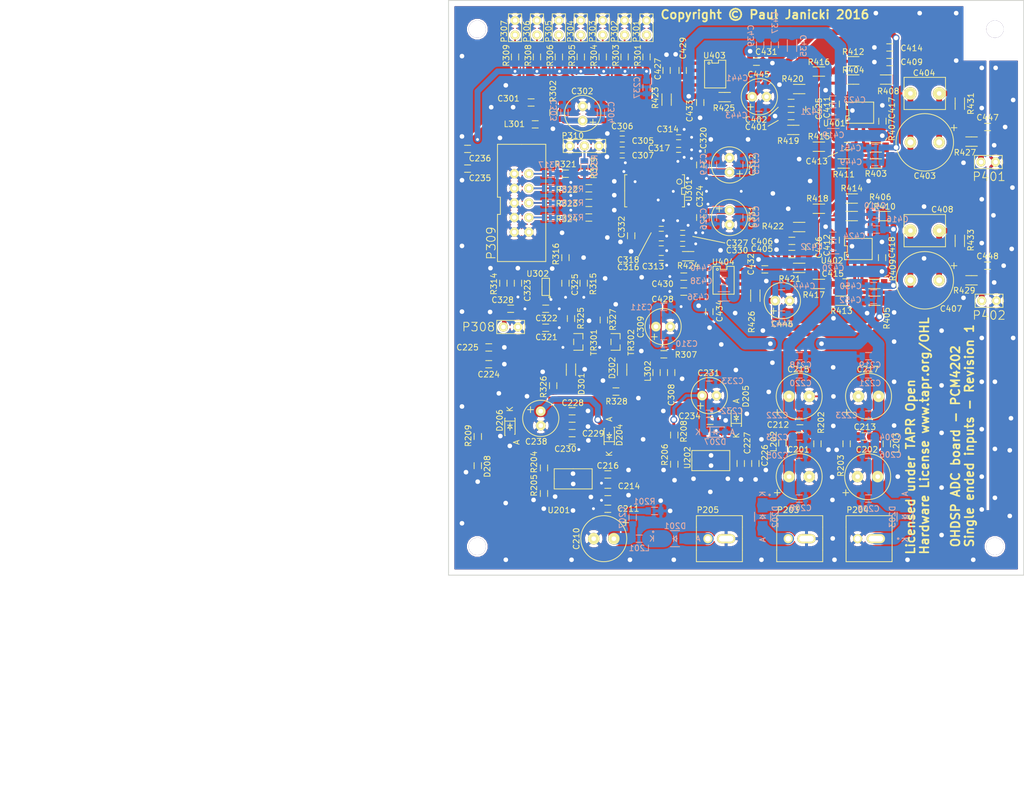
<source format=kicad_pcb>
(kicad_pcb (version 4) (host pcbnew 4.0.1-stable)
  (title_block (title "OHDSP - ADC-PCM4202-SE") (date "19 Jan 2016") (rev 1.0) (comment 1 "MERCHANTABILITY, SATISFACTORY QUALITY AND FITNESS FOR A PARTICULAR PURPOSE.") (comment 2 "is distributed WITHOUT ANY EXPRESS OR IMPLIED WARRANTY, INCLUDING OF") (comment 3 "Licensed under the TAPR Open Hardware License (www.tapr.org/OHL). This documentation") (comment 4 "Copyright Paul Janicki 2016"))
  (layers (0 F.Cu signal) (31 B.Cu signal) (34 B.Paste user) (35 F.Paste user) (36 B.SilkS user) (37 F.SilkS user) (38 B.Mask user) (39 F.Mask user) (44 Edge.Cuts user))
  (net 0 "")
  (net 1 GNDA)
  (net 2 "Net-(C202-Pad2)")
  (net 3 "Net-(C207-Pad2)")
  (net 4 "Net-(C308-Pad1)")
  (net 5 "Net-(D201-Pad1)")
  (net 6 "Net-(C312-Pad1)")
  (net 7 "Net-(C207-Pad1)")
  (net 8 +9VA)
  (net 9 "Net-(C212-Pad2)")
  (net 10 "Net-(C213-Pad1)")
  (net 11 -9VA)
  (net 12 VDD)
  (net 13 VAA)
  (net 14 "Net-(C301-Pad1)")
  (net 15 /PCM4202/DVDD)
  (net 16 /PCM4202/AVCC)
  (net 17 /InputFilters/VCOML)
  (net 18 "Net-(C323-Pad1)")
  (net 19 "Net-(C324-Pad1)")
  (net 20 "Net-(C325-Pad1)")
  (net 21 /InputFilters/VCOMR)
  (net 22 "Net-(C328-Pad1)")
  (net 23 /PCM4202/ADC_RESET)
  (net 24 "Net-(C402-Pad1)")
  (net 25 "Net-(C403-Pad1)")
  (net 26 "Net-(C403-Pad2)")
  (net 27 "Net-(C405-Pad2)")
  (net 28 "Net-(C407-Pad1)")
  (net 29 "Net-(C407-Pad2)")
  (net 30 "Net-(C413-Pad1)")
  (net 31 "Net-(C413-Pad2)")
  (net 32 "Net-(C415-Pad1)")
  (net 33 "Net-(C415-Pad2)")
  (net 34 "Net-(C427-Pad1)")
  (net 35 "Net-(C428-Pad1)")
  (net 36 /InputFilters/VCML)
  (net 37 /InputFilters/VCMR)
  (net 38 "Net-(D201-Pad2)")
  (net 39 "Net-(D202-Pad1)")
  (net 40 "Net-(D203-Pad2)")
  (net 41 "Net-(D301-Pad1)")
  (net 42 "Net-(D301-Pad2)")
  (net 43 "Net-(D302-Pad1)")
  (net 44 "Net-(D302-Pad2)")
  (net 45 /PCM4202/FMT0)
  (net 46 /PCM4202/FMT1)
  (net 47 /PCM4202/SLAVE)
  (net 48 /PCM4202/FS0)
  (net 49 /PCM4202/FS1)
  (net 50 /PCM4202/FS2)
  (net 51 /PCM4202/HPFD)
  (net 52 "Net-(P309-Pad2)")
  (net 53 "Net-(P309-Pad4)")
  (net 54 "Net-(P309-Pad6)")
  (net 55 "Net-(P309-Pad8)")
  (net 56 "Net-(R204-Pad2)")
  (net 57 "Net-(R206-Pad1)")
  (net 58 /PCM4202/CLIPR)
  (net 59 "Net-(R325-Pad2)")
  (net 60 /PCM4202/CLIPL)
  (net 61 "Net-(R327-Pad2)")
  (net 62 /InputFilters/ANAL+)
  (net 63 /InputFilters/ANAL-)
  (net 64 /InputFilters/ANAR+)
  (net 65 /InputFilters/ANAR-)
  (net 66 "Net-(R425-Pad2)")
  (net 67 "Net-(R426-Pad2)")
  (net 68 "Net-(C447-Pad1)")
  (net 69 "Net-(C448-Pad1)")
  (net 70 "Net-(P310-Pad2)")
  (net 71 "Net-(D208-Pad1)")
  (net 72 VCC)
  (net 73 "Net-(C401-Pad2)")
  (net 74 "Net-(C406-Pad1)")
  (net 75 "Net-(P401-Pad1)")
  (net 76 "Net-(P402-Pad1)")
  (net 77 "Net-(R404-Pad2)")
  (net 78 "Net-(R406-Pad2)")
  (net 79 "Net-(R407-Pad1)")
  (net 80 "Net-(R408-Pad1)")
  (net 81 "Net-(R409-Pad1)")
  (net 82 "Net-(R410-Pad1)")
  (net 83 "Net-(R412-Pad1)")
  (net 84 "Net-(R414-Pad1)")
  (net 85 "Net-(R321-Pad2)")
  (net 86 "Net-(R322-Pad2)")
  (net 87 "Net-(R323-Pad2)")
  (net 88 "Net-(R324-Pad2)")
  (module MyKiCadLibs-Footprints:SMD-0805 (layer F.Cu) (at 167.342 75.324 180)
    (fp_text reference C413 (at 5.335 -2.6675 180) (layer F.SilkS))
    (fp_text value 1n hide)
    (pad 1 smd rect (at -1.1 0 180) (size 0.9 1.3) (layers F.Cu F.Paste F.Mask) (net 30 "Net-(C413-Pad1)"))
    (pad 2 smd rect (at 1.1 0 180) (size 0.9 1.3) (layers F.Cu F.Paste F.Mask) (net 31 "Net-(C413-Pad2)"))
  )
  (module MyKiCadLibs-Footprints:SMD-1206 (layer F.Cu) (at 166.707 78.372)
    (fp_text reference R411 (at 0 1.9055) (layer F.SilkS))
    (fp_text value 1k5 hide)
    (pad 1 smd rect (at -1.7 0) (size 1.1 1.7) (layers F.Cu F.Paste F.Mask) (net 31 "Net-(C413-Pad2)"))
    (pad 2 smd rect (at 1.7 0) (size 1.1 1.7) (layers F.Cu F.Paste F.Mask) (net 30 "Net-(C413-Pad1)"))
  )
  (module MyKiCadLibs-Footprints:SMD-1206 (layer F.Cu) (at 188.931 98.6925)
    (fp_text reference R429 (at -1.27 1.778) (layer F.SilkS))
    (fp_text value 1k hide)
    (pad 1 smd rect (at -1.7 0) (size 1.1 1.7) (layers F.Cu F.Paste F.Mask) (net 69 "Net-(C448-Pad1)"))
    (pad 2 smd rect (at 1.7 0) (size 1.1 1.7) (layers F.Cu F.Paste F.Mask) (net 76 "Net-(P402-Pad1)"))
  )
  (module MyKiCadLibs-Footprints:SMD-1206 (layer F.Cu) (at 188.931 74.5625)
    (fp_text reference R427 (at -1.143 1.905 180) (layer F.SilkS))
    (fp_text value 1k hide)
    (pad 1 smd rect (at -1.7 0) (size 1.1 1.7) (layers F.Cu F.Paste F.Mask) (net 68 "Net-(C447-Pad1)"))
    (pad 2 smd rect (at 1.7 0) (size 1.1 1.7) (layers F.Cu F.Paste F.Mask) (net 75 "Net-(P401-Pad1)"))
  )
  (module Mounting_Holes:MountingHole_3mm (layer F.Cu) (at 193 55 270)
    (fp_text reference P201 hide)
    (fp_text value PIN hide)
    (pad 1 thru_hole circle (at 0 0 270) (size 3 3) (drill 3) (layers))
  )
  (module Mounting_Holes:MountingHole_3mm (layer F.Cu) (at 103 145 270)
    (fp_text reference P202 hide)
    (fp_text value PIN hide)
    (pad 1 thru_hole circle (at 0 0 270) (size 3 3) (drill 3) (layers))
  )
  (module Mounting_Holes:MountingHole_3mm (layer F.Cu) (at 193 145)
    (fp_text reference P206 hide)
    (fp_text value PIN hide)
    (pad 1 thru_hole circle (at 0 0) (size 3 3) (drill 3) (layers))
  )
  (module MyKiCadLibs-Footprints:CAP-TH-D8mmP3.5mm (layer F.Cu) (at 158.96 132.855)
    (fp_text reference C201 (at -0.127 -4.699) (layer F.SilkS))
    (fp_text value 220u hide)
    (pad 1 thru_hole circle (at -1.75 0) (size 2 2) (drill 0.8) (layers *.Cu *.Mask F.SilkS) (net 72 VCC))
    (pad 2 thru_hole circle (at 1.75 0) (size 2 2) (drill 0.8) (layers *.Cu *.Mask F.SilkS) (net 1 GNDA))
  )
  (module MyKiCadLibs-Footprints:CAP-TH-D8mmP3.5mm (layer F.Cu) (at 170.87 132.855)
    (fp_text reference C202 (at -0.127 -4.699) (layer F.SilkS))
    (fp_text value 220u hide)
    (pad 1 thru_hole circle (at -1.75 0) (size 2 2) (drill 0.8) (layers *.Cu *.Mask F.SilkS) (net 1 GNDA))
    (pad 2 thru_hole circle (at 1.75 0) (size 2 2) (drill 0.8) (layers *.Cu *.Mask F.SilkS) (net 2 "Net-(C202-Pad2)"))
  )
  (module MyKiCadLibs-Footprints:SMD-0805 (layer B.Cu) (at 158.96 125.87)
    (fp_text reference C203 (at -3.811 0.1275) (layer B.SilkS) (effects (justify mirror)))
    (fp_text value 22u hide)
    (pad 1 smd rect (at -1.1 0) (size 0.9 1.3) (layers B.Cu B.Paste B.Mask) (net 72 VCC))
    (pad 2 smd rect (at 1.1 0) (size 0.9 1.3) (layers B.Cu B.Paste B.Mask) (net 1 GNDA))
  )
  (module MyKiCadLibs-Footprints:SMD-0805 (layer B.Cu) (at 171.025 125.87)
    (fp_text reference C204 (at 3.809 0.1275) (layer B.SilkS) (effects (justify mirror)))
    (fp_text value 22u hide)
    (pad 1 smd rect (at -1.1 0) (size 0.9 1.3) (layers B.Cu B.Paste B.Mask) (net 1 GNDA))
    (pad 2 smd rect (at 1.1 0) (size 0.9 1.3) (layers B.Cu B.Paste B.Mask) (net 2 "Net-(C202-Pad2)"))
  )
  (module MyKiCadLibs-Footprints:SMD-0805 (layer B.Cu) (at 158.96 129.045)
    (fp_text reference C205 (at -3.811 0.1275) (layer B.SilkS) (effects (justify mirror)))
    (fp_text value 100n hide)
    (pad 1 smd rect (at -1.1 0) (size 0.9 1.3) (layers B.Cu B.Paste B.Mask) (net 72 VCC))
    (pad 2 smd rect (at 1.1 0) (size 0.9 1.3) (layers B.Cu B.Paste B.Mask) (net 1 GNDA))
  )
  (module MyKiCadLibs-Footprints:SMD-0805 (layer B.Cu) (at 171.025 129.045)
    (fp_text reference C206 (at 3.809 0.0005) (layer B.SilkS) (effects (justify mirror)))
    (fp_text value 100n hide)
    (pad 1 smd rect (at -1.1 0) (size 0.9 1.3) (layers B.Cu B.Paste B.Mask) (net 1 GNDA))
    (pad 2 smd rect (at 1.1 0) (size 0.9 1.3) (layers B.Cu B.Paste B.Mask) (net 2 "Net-(C202-Pad2)"))
  )
  (module MyKiCadLibs-Footprints:SMD-0805 (layer B.Cu) (at 130.004 139.967 90)
    (fp_text reference C207 (at -0.0005 -1.779 90) (layer B.SilkS) (effects (justify mirror)))
    (fp_text value 100p hide)
    (pad 1 smd rect (at -1.1 0 90) (size 0.9 1.3) (layers B.Cu B.Paste B.Mask) (net 7 "Net-(C207-Pad1)"))
    (pad 2 smd rect (at 1.1 0 90) (size 0.9 1.3) (layers B.Cu B.Paste B.Mask) (net 3 "Net-(C207-Pad2)"))
  )
  (module MyKiCadLibs-Footprints:SMD-0805 (layer B.Cu) (at 158.96 136.665)
    (fp_text reference C208 (at 0.253 1.6515) (layer B.SilkS) (effects (justify mirror)))
    (fp_text value 10n hide)
    (pad 1 smd rect (at -1.1 0) (size 0.9 1.3) (layers B.Cu B.Paste B.Mask) (net 72 VCC))
    (pad 2 smd rect (at 1.1 0) (size 0.9 1.3) (layers B.Cu B.Paste B.Mask) (net 1 GNDA))
  )
  (module MyKiCadLibs-Footprints:SMD-0805 (layer B.Cu) (at 171.025 136.665)
    (fp_text reference C209 (at -0.001 1.7785) (layer B.SilkS) (effects (justify mirror)))
    (fp_text value 10n hide)
    (pad 1 smd rect (at -1.1 0) (size 0.9 1.3) (layers B.Cu B.Paste B.Mask) (net 1 GNDA))
    (pad 2 smd rect (at 1.1 0) (size 0.9 1.3) (layers B.Cu B.Paste B.Mask) (net 2 "Net-(C202-Pad2)"))
  )
  (module MyKiCadLibs-Footprints:CAP-TH-D8mmP3.5mm (layer F.Cu) (at 124.9865 143.65 180)
    (fp_text reference C210 (at 4.7625 -0.0005 270) (layer F.SilkS))
    (fp_text value 220u hide)
    (pad 1 thru_hole circle (at -1.75 0 180) (size 2 2) (drill 0.8) (layers *.Cu *.Mask F.SilkS) (net 7 "Net-(C207-Pad1)"))
    (pad 2 thru_hole circle (at 1.75 0 180) (size 2 2) (drill 0.8) (layers *.Cu *.Mask F.SilkS) (net 1 GNDA))
  )
  (module MyKiCadLibs-Footprints:SMD-0805 (layer F.Cu) (at 125.685 138.4435 180)
    (fp_text reference C211 (at -3.556 0 180) (layer F.SilkS))
    (fp_text value 22u hide)
    (pad 1 smd rect (at -1.1 0 180) (size 0.9 1.3) (layers F.Cu F.Paste F.Mask) (net 7 "Net-(C207-Pad1)"))
    (pad 2 smd rect (at 1.1 0 180) (size 0.9 1.3) (layers F.Cu F.Paste F.Mask) (net 1 GNDA))
  )
  (module MyKiCadLibs-Footprints:SMD-0805 (layer F.Cu) (at 159.087 124.473)
    (fp_text reference C212 (at -3.811 -0.6345) (layer F.SilkS))
    (fp_text value 100p hide)
    (pad 1 smd rect (at -1.1 0) (size 0.9 1.3) (layers F.Cu F.Paste F.Mask) (net 8 +9VA))
    (pad 2 smd rect (at 1.1 0) (size 0.9 1.3) (layers F.Cu F.Paste F.Mask) (net 9 "Net-(C212-Pad2)"))
  )
  (module MyKiCadLibs-Footprints:SMD-0805 (layer F.Cu) (at 170.39 125.87)
    (fp_text reference C213 (at -0.001 -1.6505) (layer F.SilkS))
    (fp_text value 100p hide)
    (pad 1 smd rect (at -1.1 0) (size 0.9 1.3) (layers F.Cu F.Paste F.Mask) (net 10 "Net-(C213-Pad1)"))
    (pad 2 smd rect (at 1.1 0) (size 0.9 1.3) (layers F.Cu F.Paste F.Mask) (net 11 -9VA))
  )
  (module MyKiCadLibs-Footprints:SMD-0805 (layer F.Cu) (at 125.685 135.5225 180)
    (fp_text reference C214 (at -3.683 1.016 180) (layer F.SilkS))
    (fp_text value 100n hide)
    (pad 1 smd rect (at -1.1 0 180) (size 0.9 1.3) (layers F.Cu F.Paste F.Mask) (net 7 "Net-(C207-Pad1)"))
    (pad 2 smd rect (at 1.1 0 180) (size 0.9 1.3) (layers F.Cu F.Paste F.Mask) (net 1 GNDA))
  )
  (module MyKiCadLibs-Footprints:CAP-TH-D8mmP3.5mm (layer F.Cu) (at 158.96 118.885)
    (fp_text reference C215 (at -0.127 -4.699) (layer F.SilkS))
    (fp_text value 220u hide)
    (pad 1 thru_hole circle (at -1.75 0) (size 2 2) (drill 0.8) (layers *.Cu *.Mask F.SilkS) (net 8 +9VA))
    (pad 2 thru_hole circle (at 1.75 0) (size 2 2) (drill 0.8) (layers *.Cu *.Mask F.SilkS) (net 1 GNDA))
  )
  (module MyKiCadLibs-Footprints:SMD-0805 (layer F.Cu) (at 125.685 132.4745 180)
    (fp_text reference C216 (at 0 1.524 180) (layer F.SilkS))
    (fp_text value 10n hide)
    (pad 1 smd rect (at -1.1 0 180) (size 0.9 1.3) (layers F.Cu F.Paste F.Mask) (net 7 "Net-(C207-Pad1)"))
    (pad 2 smd rect (at 1.1 0 180) (size 0.9 1.3) (layers F.Cu F.Paste F.Mask) (net 1 GNDA))
  )
  (module MyKiCadLibs-Footprints:CAP-TH-D8mmP3.5mm (layer F.Cu) (at 171.025 118.885)
    (fp_text reference C217 (at -0.127 -4.699) (layer F.SilkS))
    (fp_text value 220u hide)
    (pad 1 thru_hole circle (at -1.75 0) (size 2 2) (drill 0.8) (layers *.Cu *.Mask F.SilkS) (net 1 GNDA))
    (pad 2 thru_hole circle (at 1.75 0) (size 2 2) (drill 0.8) (layers *.Cu *.Mask F.SilkS) (net 11 -9VA))
  )
  (module MyKiCadLibs-Footprints:SMD-0805 (layer B.Cu) (at 158.96 111.9)
    (fp_text reference C218 (at 0.254 1.524) (layer B.SilkS) (effects (justify mirror)))
    (fp_text value 22u hide)
    (pad 1 smd rect (at -1.1 0) (size 0.9 1.3) (layers B.Cu B.Paste B.Mask) (net 8 +9VA))
    (pad 2 smd rect (at 1.1 0) (size 0.9 1.3) (layers B.Cu B.Paste B.Mask) (net 1 GNDA))
  )
  (module MyKiCadLibs-Footprints:SMD-0805 (layer B.Cu) (at 171.025 111.9)
    (fp_text reference C219 (at 0.254 1.524) (layer B.SilkS) (effects (justify mirror)))
    (fp_text value 22u hide)
    (pad 1 smd rect (at -1.1 0) (size 0.9 1.3) (layers B.Cu B.Paste B.Mask) (net 1 GNDA))
    (pad 2 smd rect (at 1.1 0) (size 0.9 1.3) (layers B.Cu B.Paste B.Mask) (net 11 -9VA))
  )
  (module MyKiCadLibs-Footprints:SMD-0805 (layer B.Cu) (at 158.96 115.075)
    (fp_text reference C220 (at 0.254 1.524) (layer B.SilkS) (effects (justify mirror)))
    (fp_text value 100n hide)
    (pad 1 smd rect (at -1.1 0) (size 0.9 1.3) (layers B.Cu B.Paste B.Mask) (net 8 +9VA))
    (pad 2 smd rect (at 1.1 0) (size 0.9 1.3) (layers B.Cu B.Paste B.Mask) (net 1 GNDA))
  )
  (module MyKiCadLibs-Footprints:SMD-0805 (layer B.Cu) (at 171.025 115.075)
    (fp_text reference C221 (at 0.254 1.524) (layer B.SilkS) (effects (justify mirror)))
    (fp_text value 100n hide)
    (pad 1 smd rect (at -1.1 0) (size 0.9 1.3) (layers B.Cu B.Paste B.Mask) (net 1 GNDA))
    (pad 2 smd rect (at 1.1 0) (size 0.9 1.3) (layers B.Cu B.Paste B.Mask) (net 11 -9VA))
  )
  (module MyKiCadLibs-Footprints:SMD-0805 (layer B.Cu) (at 158.96 122.06)
    (fp_text reference C222 (at -3.811 0.1275) (layer B.SilkS) (effects (justify mirror)))
    (fp_text value 10n hide)
    (pad 1 smd rect (at -1.1 0) (size 0.9 1.3) (layers B.Cu B.Paste B.Mask) (net 8 +9VA))
    (pad 2 smd rect (at 1.1 0) (size 0.9 1.3) (layers B.Cu B.Paste B.Mask) (net 1 GNDA))
  )
  (module MyKiCadLibs-Footprints:SMD-0805 (layer B.Cu) (at 171.025 122.06)
    (fp_text reference C223 (at -3.811 0.1275) (layer B.SilkS) (effects (justify mirror)))
    (fp_text value 10n hide)
    (pad 1 smd rect (at -1.1 0) (size 0.9 1.3) (layers B.Cu B.Paste B.Mask) (net 1 GNDA))
    (pad 2 smd rect (at 1.1 0) (size 0.9 1.3) (layers B.Cu B.Paste B.Mask) (net 11 -9VA))
  )
  (module MyKiCadLibs-Footprints:SMD-0805 (layer F.Cu) (at 151.34 130.569 270)
    (fp_text reference C226 (at -1.3965 -1.65 270) (layer F.SilkS))
    (fp_text value 22u hide)
    (pad 1 smd rect (at -1.1 0 270) (size 0.9 1.3) (layers F.Cu F.Paste F.Mask) (net 72 VCC))
    (pad 2 smd rect (at 1.1 0 270) (size 0.9 1.3) (layers F.Cu F.Paste F.Mask) (net 1 GNDA))
  )
  (module MyKiCadLibs-Footprints:SMD-0805 (layer F.Cu) (at 148.8 130.569 270)
    (fp_text reference C227 (at -3.5555 -1.142 270) (layer F.SilkS))
    (fp_text value 100n hide)
    (pad 1 smd rect (at -1.1 0 270) (size 0.9 1.3) (layers F.Cu F.Paste F.Mask) (net 72 VCC))
    (pad 2 smd rect (at 1.1 0 270) (size 0.9 1.3) (layers F.Cu F.Paste F.Mask) (net 1 GNDA))
  )
  (module MyKiCadLibs-Footprints:SMD-0805 (layer F.Cu) (at 119.4794 121.4796)
    (fp_text reference C228 (at 0.1096 -1.4511) (layer F.SilkS))
    (fp_text value 22u hide)
    (pad 1 smd rect (at -1.1 0) (size 0.9 1.3) (layers F.Cu F.Paste F.Mask) (net 12 VDD))
    (pad 2 smd rect (at 1.1 0) (size 0.9 1.3) (layers F.Cu F.Paste F.Mask) (net 1 GNDA))
  )
  (module MyKiCadLibs-Footprints:SMD-0805 (layer F.Cu) (at 119.4794 124.0196)
    (fp_text reference C229 (at 3.6656 1.3429) (layer F.SilkS))
    (fp_text value 100n hide)
    (pad 1 smd rect (at -1.1 0) (size 0.9 1.3) (layers F.Cu F.Paste F.Mask) (net 12 VDD))
    (pad 2 smd rect (at 1.1 0) (size 0.9 1.3) (layers F.Cu F.Paste F.Mask) (net 1 GNDA))
  )
  (module MyKiCadLibs-Footprints:SMD-0805 (layer F.Cu) (at 119.4794 126.5596)
    (fp_text reference C230 (at -1.1604 1.4699) (layer F.SilkS))
    (fp_text value 10n hide)
    (pad 1 smd rect (at -1.1 0) (size 0.9 1.3) (layers F.Cu F.Paste F.Mask) (net 12 VDD))
    (pad 2 smd rect (at 1.1 0) (size 0.9 1.3) (layers F.Cu F.Paste F.Mask) (net 1 GNDA))
  )
  (module MyKiCadLibs-Footprints:CAP-TH-D6.3mmP2.5mm (layer F.Cu) (at 143.338 118.7585)
    (fp_text reference C231 (at -0.127 -3.937) (layer F.SilkS))
    (fp_text value 220u hide)
    (pad 1 thru_hole circle (at -1.25 0) (size 1.7 1.7) (drill 0.8) (layers *.Cu *.Mask F.SilkS) (net 13 VAA))
    (pad 2 thru_hole circle (at 1.25 0) (size 1.7 1.7) (drill 0.8) (layers *.Cu *.Mask F.SilkS) (net 1 GNDA))
  )
  (module MyKiCadLibs-Footprints:SMD-0805 (layer B.Cu) (at 143.338 121.9335)
    (fp_text reference C232 (at 3.937 -0.508) (layer B.SilkS) (effects (justify mirror)))
    (fp_text value 22u hide)
    (pad 1 smd rect (at -1.1 0) (size 0.9 1.3) (layers B.Cu B.Paste B.Mask) (net 13 VAA))
    (pad 2 smd rect (at 1.1 0) (size 0.9 1.3) (layers B.Cu B.Paste B.Mask) (net 1 GNDA))
  )
  (module MyKiCadLibs-Footprints:SMD-0805 (layer B.Cu) (at 143.339 115.5835)
    (fp_text reference C233 (at 4.063 0.635) (layer B.SilkS) (effects (justify mirror)))
    (fp_text value 100n hide)
    (pad 1 smd rect (at -1.1 0) (size 0.9 1.3) (layers B.Cu B.Paste B.Mask) (net 13 VAA))
    (pad 2 smd rect (at 1.1 0) (size 0.9 1.3) (layers B.Cu B.Paste B.Mask) (net 1 GNDA))
  )
  (module MyKiCadLibs-Footprints:SMD-0805 (layer F.Cu) (at 143.465 123.14)
    (fp_text reference C234 (at -3.556 -0.8255) (layer F.SilkS))
    (fp_text value 10n hide)
    (pad 1 smd rect (at -1.1 0) (size 0.9 1.3) (layers F.Cu F.Paste F.Mask) (net 13 VAA))
    (pad 2 smd rect (at 1.1 0) (size 0.9 1.3) (layers F.Cu F.Paste F.Mask) (net 1 GNDA))
  )
  (module MyKiCadLibs-Footprints:SMD-0805 (layer F.Cu) (at 112.35 67.7548 180)
    (fp_text reference C301 (at 3.937 0.6853 180) (layer F.SilkS))
    (fp_text value 100p hide)
    (pad 1 smd rect (at -1.1 0 180) (size 0.9 1.3) (layers F.Cu F.Paste F.Mask) (net 14 "Net-(C301-Pad1)"))
    (pad 2 smd rect (at 1.1 0 180) (size 0.9 1.3) (layers F.Cu F.Paste F.Mask) (net 1 GNDA))
  )
  (module MyKiCadLibs-Footprints:CAP-TH-D6.3mmP2.5mm (layer F.Cu) (at 121.3172 69.6598 90)
    (fp_text reference C302 (at 3.8603 -0.0772 180) (layer F.SilkS))
    (fp_text value 220u hide)
    (pad 1 thru_hole circle (at -1.25 0 90) (size 1.7 1.7) (drill 0.8) (layers *.Cu *.Mask F.SilkS) (net 15 /PCM4202/DVDD))
    (pad 2 thru_hole circle (at 1.25 0 90) (size 1.7 1.7) (drill 0.8) (layers *.Cu *.Mask F.SilkS) (net 1 GNDA))
  )
  (module MyKiCadLibs-Footprints:SMD-0805 (layer B.Cu) (at 118.1422 69.5328 90)
    (fp_text reference C303 (at 0.4313 -1.8552 90) (layer B.SilkS) (effects (justify mirror)))
    (fp_text value 22u hide)
    (pad 1 smd rect (at -1.1 0 90) (size 0.9 1.3) (layers B.Cu B.Paste B.Mask) (net 15 /PCM4202/DVDD))
    (pad 2 smd rect (at 1.1 0 90) (size 0.9 1.3) (layers B.Cu B.Paste B.Mask) (net 1 GNDA))
  )
  (module MyKiCadLibs-Footprints:SMD-0805 (layer B.Cu) (at 124.4922 69.5328 90)
    (fp_text reference C304 (at 0.0503 1.8278 90) (layer B.SilkS) (effects (justify mirror)))
    (fp_text value 100n hide)
    (pad 1 smd rect (at -1.1 0 90) (size 0.9 1.3) (layers B.Cu B.Paste B.Mask) (net 15 /PCM4202/DVDD))
    (pad 2 smd rect (at 1.1 0 90) (size 0.9 1.3) (layers B.Cu B.Paste B.Mask) (net 1 GNDA))
  )
  (module MyKiCadLibs-Footprints:SMD-0603 (layer F.Cu) (at 128.198 75.07 180)
    (fp_text reference C305 (at -3.583 0.6345 180) (layer F.SilkS))
    (fp_text value 1u hide)
    (pad 1 smd rect (at -0.95 0 180) (size 0.9 0.9) (layers F.Cu F.Paste F.Mask) (net 15 /PCM4202/DVDD))
    (pad 2 smd rect (at 0.95 0 180) (size 0.9 0.9) (layers F.Cu F.Paste F.Mask) (net 1 GNDA))
  )
  (module MyKiCadLibs-Footprints:SMD-0603 (layer F.Cu) (at 128.198 73.165 180)
    (fp_text reference C306 (at 0 1.2695 180) (layer F.SilkS))
    (fp_text value 100n hide)
    (pad 1 smd rect (at -0.95 0 180) (size 0.9 0.9) (layers F.Cu F.Paste F.Mask) (net 15 /PCM4202/DVDD))
    (pad 2 smd rect (at 0.95 0 180) (size 0.9 0.9) (layers F.Cu F.Paste F.Mask) (net 1 GNDA))
  )
  (module MyKiCadLibs-Footprints:SMD-0603 (layer F.Cu) (at 128.198 76.975 180)
    (fp_text reference C307 (at -3.583 -0.0005 180) (layer F.SilkS))
    (fp_text value 10n hide)
    (pad 1 smd rect (at -0.95 0 180) (size 0.9 0.9) (layers F.Cu F.Paste F.Mask) (net 15 /PCM4202/DVDD))
    (pad 2 smd rect (at 0.95 0 180) (size 0.9 0.9) (layers F.Cu F.Paste F.Mask) (net 1 GNDA))
  )
  (module MyKiCadLibs-Footprints:SMD-0805 (layer F.Cu) (at 136.7023 114.74999 270)
    (fp_text reference C308 (at 3.88151 -0.0317 270) (layer F.SilkS))
    (fp_text value 100p hide)
    (pad 1 smd rect (at -1.1 0 270) (size 0.9 1.3) (layers F.Cu F.Paste F.Mask) (net 4 "Net-(C308-Pad1)"))
    (pad 2 smd rect (at 1.1 0 270) (size 0.9 1.3) (layers F.Cu F.Paste F.Mask) (net 1 GNDA))
  )
  (module MyKiCadLibs-Footprints:CAP-TH-D6.3mmP2.5mm (layer F.Cu) (at 135.3053 106.74899)
    (fp_text reference C309 (at -3.9053 0.07151 90) (layer F.SilkS))
    (fp_text value 220u hide)
    (pad 1 thru_hole circle (at -1.25 0) (size 1.7 1.7) (drill 0.8) (layers *.Cu *.Mask F.SilkS) (net 16 /PCM4202/AVCC))
    (pad 2 thru_hole circle (at 1.25 0) (size 1.7 1.7) (drill 0.8) (layers *.Cu *.Mask F.SilkS) (net 1 GNDA))
  )
  (module MyKiCadLibs-Footprints:SMD-0805 (layer B.Cu) (at 135.4323 109.66999)
    (fp_text reference C310 (at 3.9687 0.07151) (layer B.SilkS) (effects (justify mirror)))
    (fp_text value 22u hide)
    (pad 1 smd rect (at -1.1 0) (size 0.9 1.3) (layers B.Cu B.Paste B.Mask) (net 16 /PCM4202/AVCC))
    (pad 2 smd rect (at 1.1 0) (size 0.9 1.3) (layers B.Cu B.Paste B.Mask) (net 1 GNDA))
  )
  (module MyKiCadLibs-Footprints:SMD-0805 (layer B.Cu) (at 135.4323 103.31999)
    (fp_text reference C311 (at -3.9053 0.07151) (layer B.SilkS) (effects (justify mirror)))
    (fp_text value 100n hide)
    (pad 1 smd rect (at -1.1 0) (size 0.9 1.3) (layers B.Cu B.Paste B.Mask) (net 16 /PCM4202/AVCC))
    (pad 2 smd rect (at 1.1 0) (size 0.9 1.3) (layers B.Cu B.Paste B.Mask) (net 1 GNDA))
  )
  (module MyKiCadLibs-Footprints:CAP-TH-D6.3mmP2.5mm (layer F.Cu) (at 146.848 78.626 90)
    (fp_text reference C312 (at -0.0005 3.983 90) (layer F.SilkS))
    (fp_text value 220u hide)
    (pad 1 thru_hole circle (at -1.25 0 90) (size 1.7 1.7) (drill 0.8) (layers *.Cu *.Mask F.SilkS) (net 6 "Net-(C312-Pad1)"))
    (pad 2 thru_hole circle (at 1.25 0 90) (size 1.7 1.7) (drill 0.8) (layers *.Cu *.Mask F.SilkS) (net 1 GNDA))
  )
  (module MyKiCadLibs-Footprints:SMD-0603 (layer F.Cu) (at 134.9824 94.8058)
    (fp_text reference C313 (at -1.4234 1.4737) (layer F.SilkS))
    (fp_text value 1u hide)
    (pad 1 smd rect (at -0.95 0) (size 0.9 0.9) (layers F.Cu F.Paste F.Mask) (net 16 /PCM4202/AVCC))
    (pad 2 smd rect (at 0.95 0) (size 0.9 0.9) (layers F.Cu F.Paste F.Mask) (net 1 GNDA))
  )
  (module MyKiCadLibs-Footprints:SMD-0805 (layer B.Cu) (at 149.815 78.626 90)
    (fp_text reference C315 (at 0.254 1.651 90) (layer B.SilkS) (effects (justify mirror)))
    (fp_text value 22u hide)
    (pad 1 smd rect (at -1.1 0 90) (size 0.9 1.3) (layers B.Cu B.Paste B.Mask) (net 6 "Net-(C312-Pad1)"))
    (pad 2 smd rect (at 1.1 0 90) (size 0.9 1.3) (layers B.Cu B.Paste B.Mask) (net 1 GNDA))
  )
  (module MyKiCadLibs-Footprints:SMD-0603 (layer F.Cu) (at 134.9824 92.2658)
    (fp_text reference C316 (at -5.7414 4.1407) (layer F.SilkS))
    (fp_text value 100n hide)
    (pad 1 smd rect (at -0.95 0) (size 0.9 0.9) (layers F.Cu F.Paste F.Mask) (net 16 /PCM4202/AVCC))
    (pad 2 smd rect (at 0.95 0) (size 0.9 0.9) (layers F.Cu F.Paste F.Mask) (net 1 GNDA))
  )
  (module MyKiCadLibs-Footprints:SMD-0603 (layer F.Cu) (at 134.9824 89.7258)
    (fp_text reference C318 (at -5.7414 5.4107) (layer F.SilkS))
    (fp_text value 10n hide)
    (pad 1 smd rect (at -0.95 0) (size 0.9 0.9) (layers F.Cu F.Paste F.Mask) (net 16 /PCM4202/AVCC))
    (pad 2 smd rect (at 0.95 0) (size 0.9 0.9) (layers F.Cu F.Paste F.Mask) (net 1 GNDA))
  )
  (module MyKiCadLibs-Footprints:SMD-0805 (layer B.Cu) (at 143.973 78.626 90)
    (fp_text reference C319 (at 0.1265 -1.651 90) (layer B.SilkS) (effects (justify mirror)))
    (fp_text value 100n hide)
    (pad 1 smd rect (at -1.1 0 90) (size 0.9 1.3) (layers B.Cu B.Paste B.Mask) (net 6 "Net-(C312-Pad1)"))
    (pad 2 smd rect (at 1.1 0 90) (size 0.9 1.3) (layers B.Cu B.Paste B.Mask) (net 1 GNDA))
  )
  (module MyKiCadLibs-Footprints:SMD-0805 (layer F.Cu) (at 141.768 78.626 90)
    (fp_text reference C320 (at 4.6985 0.554 90) (layer F.SilkS))
    (fp_text value 10n hide)
    (pad 1 smd rect (at -1.1 0 90) (size 0.9 1.3) (layers F.Cu F.Paste F.Mask) (net 6 "Net-(C312-Pad1)"))
    (pad 2 smd rect (at 1.1 0 90) (size 0.9 1.3) (layers F.Cu F.Paste F.Mask) (net 1 GNDA))
  )
  (module MyKiCadLibs-Footprints:SMD-0805 (layer F.Cu) (at 114.891 106.947)
    (fp_text reference C321 (at 0.126 1.6515) (layer F.SilkS))
    (fp_text value 1u hide)
    (pad 1 smd rect (at -1.1 0) (size 0.9 1.3) (layers F.Cu F.Paste F.Mask) (net 12 VDD))
    (pad 2 smd rect (at 1.1 0) (size 0.9 1.3) (layers F.Cu F.Paste F.Mask) (net 1 GNDA))
  )
  (module MyKiCadLibs-Footprints:SMD-0805 (layer F.Cu) (at 114.891 103.645)
    (fp_text reference C322 (at 0.126 1.6515) (layer F.SilkS))
    (fp_text value 100n hide)
    (pad 1 smd rect (at -1.1 0) (size 0.9 1.3) (layers F.Cu F.Paste F.Mask) (net 12 VDD))
    (pad 2 smd rect (at 1.1 0) (size 0.9 1.3) (layers F.Cu F.Paste F.Mask) (net 1 GNDA))
  )
  (module MyKiCadLibs-Footprints:SMD-0805 (layer F.Cu) (at 110.065 99.2 270)
    (fp_text reference C323 (at 1.2705 -1.65 270) (layer F.SilkS))
    (fp_text value 100n hide)
    (pad 1 smd rect (at -1.1 0 270) (size 0.9 1.3) (layers F.Cu F.Paste F.Mask) (net 18 "Net-(C323-Pad1)"))
    (pad 2 smd rect (at 1.1 0 270) (size 0.9 1.3) (layers F.Cu F.Paste F.Mask) (net 1 GNDA))
  )
  (module MyKiCadLibs-Footprints:SMD-0805 (layer F.Cu) (at 141.768 87.77 270)
    (fp_text reference C324 (at -3.6825 0.081 270) (layer F.SilkS))
    (fp_text value 10n hide)
    (pad 1 smd rect (at -1.1 0 270) (size 0.9 1.3) (layers F.Cu F.Paste F.Mask) (net 19 "Net-(C324-Pad1)"))
    (pad 2 smd rect (at 1.1 0 270) (size 0.9 1.3) (layers F.Cu F.Paste F.Mask) (net 1 GNDA))
  )
  (module MyKiCadLibs-Footprints:SMD-0805 (layer F.Cu) (at 118.32 99.2 270)
    (fp_text reference C325 (at 0.254 -1.65 270) (layer F.SilkS))
    (fp_text value 100n hide)
    (pad 1 smd rect (at -1.1 0 270) (size 0.9 1.3) (layers F.Cu F.Paste F.Mask) (net 20 "Net-(C325-Pad1)"))
    (pad 2 smd rect (at 1.1 0 270) (size 0.9 1.3) (layers F.Cu F.Paste F.Mask) (net 1 GNDA))
  )
  (module MyKiCadLibs-Footprints:SMD-0805 (layer B.Cu) (at 143.973 87.77 270)
    (fp_text reference C326 (at 0.254 1.651 270) (layer B.SilkS) (effects (justify mirror)))
    (fp_text value 100n hide)
    (pad 1 smd rect (at -1.1 0 270) (size 0.9 1.3) (layers B.Cu B.Paste B.Mask) (net 19 "Net-(C324-Pad1)"))
    (pad 2 smd rect (at 1.1 0 270) (size 0.9 1.3) (layers B.Cu B.Paste B.Mask) (net 1 GNDA))
  )
  (module MyKiCadLibs-Footprints:SMD-0805 (layer F.Cu) (at 108.795 103.645)
    (fp_text reference C328 (at -1.398 -1.524) (layer F.SilkS))
    (fp_text value 100n hide)
    (pad 1 smd rect (at -1.1 0) (size 0.9 1.3) (layers F.Cu F.Paste F.Mask) (net 22 "Net-(C328-Pad1)"))
    (pad 2 smd rect (at 1.1 0) (size 0.9 1.3) (layers F.Cu F.Paste F.Mask) (net 1 GNDA))
  )
  (module MyKiCadLibs-Footprints:SMD-0805 (layer B.Cu) (at 149.815 87.77 270)
    (fp_text reference C329 (at -0.1265 -1.651 270) (layer B.SilkS) (effects (justify mirror)))
    (fp_text value 22u hide)
    (pad 1 smd rect (at -1.1 0 270) (size 0.9 1.3) (layers B.Cu B.Paste B.Mask) (net 19 "Net-(C324-Pad1)"))
    (pad 2 smd rect (at 1.1 0 270) (size 0.9 1.3) (layers B.Cu B.Paste B.Mask) (net 1 GNDA))
  )
  (module MyKiCadLibs-Footprints:CAP-TH-D6.3mmP2.5mm (layer F.Cu) (at 146.848 87.77 270)
    (fp_text reference C331 (at -0.127 -3.937 270) (layer F.SilkS))
    (fp_text value 220u hide)
    (pad 1 thru_hole circle (at -1.25 0 270) (size 1.7 1.7) (drill 0.8) (layers *.Cu *.Mask F.SilkS) (net 19 "Net-(C324-Pad1)"))
    (pad 2 thru_hole circle (at 1.25 0 270) (size 1.7 1.7) (drill 0.8) (layers *.Cu *.Mask F.SilkS) (net 1 GNDA))
  )
  (module MyKiCadLibs-Footprints:SMD-0805 (layer F.Cu) (at 129.75 90.945 270)
    (fp_text reference C332 (at -1.5235 1.652 270) (layer F.SilkS))
    (fp_text value 100n hide)
    (pad 1 smd rect (at -1.1 0 270) (size 0.9 1.3) (layers F.Cu F.Paste F.Mask) (net 23 /PCM4202/ADC_RESET))
    (pad 2 smd rect (at 1.1 0 270) (size 0.9 1.3) (layers F.Cu F.Paste F.Mask) (net 1 GNDA))
  )
  (module MyKiCadLibs-Footprints:SMD-0805 (layer F.Cu) (at 157.562 70.1175)
    (fp_text reference C401 (at -6.096 1.905) (layer F.SilkS))
    (fp_text value 100p hide)
    (pad 1 smd rect (at -1.1 0) (size 0.9 1.3) (layers F.Cu F.Paste F.Mask) (net 1 GNDA))
    (pad 2 smd rect (at 1.1 0) (size 0.9 1.3) (layers F.Cu F.Paste F.Mask) (net 73 "Net-(C401-Pad2)"))
  )
  (module MyKiCadLibs-Footprints:SMD-0805 (layer F.Cu) (at 157.562 67.8315 180)
    (fp_text reference C402 (at 6.096 -2.921 180) (layer F.SilkS))
    (fp_text value 100p hide)
    (pad 1 smd rect (at -1.1 0 180) (size 0.9 1.3) (layers F.Cu F.Paste F.Mask) (net 24 "Net-(C402-Pad1)"))
    (pad 2 smd rect (at 1.1 0 180) (size 0.9 1.3) (layers F.Cu F.Paste F.Mask) (net 1 GNDA))
  )
  (module MyKiCadLibs-Footprints:CAP-TH-D10mmP5mm (layer F.Cu) (at 180.803 74.6895 180)
    (fp_text reference C403 (at 0 -5.842 180) (layer F.SilkS))
    (fp_text value 100u hide)
    (pad 1 thru_hole circle (at -2.5 0 180) (size 2 2) (drill 1) (layers *.Cu *.Mask F.SilkS) (net 25 "Net-(C403-Pad1)"))
    (pad 2 thru_hole circle (at 2.5 0 180) (size 2 2) (drill 1) (layers *.Cu *.Mask F.SilkS) (net 26 "Net-(C403-Pad2)"))
  )
  (module MyKiCadLibs-Footprints:CAP_TH_5mm (layer F.Cu) (at 180.803 66.1805 180)
    (fp_text reference C404 (at 0.127 3.556 180) (layer F.SilkS))
    (fp_text value 100n hide)
    (pad 1 thru_hole circle (at -2.5 0 180) (size 2.2 2.2) (drill 0.8) (layers *.Cu *.Mask F.SilkS) (net 25 "Net-(C403-Pad1)"))
    (pad 2 thru_hole circle (at 2.5 0 180) (size 2.2 2.2) (drill 0.8) (layers *.Cu *.Mask F.SilkS) (net 26 "Net-(C403-Pad2)"))
  )
  (module MyKiCadLibs-Footprints:CAP-TH-D10mmP5mm (layer F.Cu) (at 180.803 98.6925 180)
    (fp_text reference C407 (at -4.572 -4.953 180) (layer F.SilkS))
    (fp_text value 100u hide)
    (pad 1 thru_hole circle (at -2.5 0 180) (size 2 2) (drill 1) (layers *.Cu *.Mask F.SilkS) (net 28 "Net-(C407-Pad1)"))
    (pad 2 thru_hole circle (at 2.5 0 180) (size 2 2) (drill 1) (layers *.Cu *.Mask F.SilkS) (net 29 "Net-(C407-Pad2)"))
  )
  (module MyKiCadLibs-Footprints:CAP_TH_5mm (layer F.Cu) (at 180.803 90.0565 180)
    (fp_text reference C408 (at -3.048 3.683 180) (layer F.SilkS))
    (fp_text value 100n hide)
    (pad 1 thru_hole circle (at -2.5 0 180) (size 2.2 2.2) (drill 0.8) (layers *.Cu *.Mask F.SilkS) (net 28 "Net-(C407-Pad1)"))
    (pad 2 thru_hole circle (at 2.5 0 180) (size 2.2 2.2) (drill 0.8) (layers *.Cu *.Mask F.SilkS) (net 29 "Net-(C407-Pad2)"))
  )
  (module MyKiCadLibs-Footprints:SMD-0805 (layer F.Cu) (at 165.31 68.022 270)
    (fp_text reference C411 (at 0.5715 1.525 270) (layer F.SilkS))
    (fp_text value 100n hide)
    (pad 1 smd rect (at -1.1 0 270) (size 0.9 1.3) (layers F.Cu F.Paste F.Mask) (net 8 +9VA))
    (pad 2 smd rect (at 1.1 0 270) (size 0.9 1.3) (layers F.Cu F.Paste F.Mask) (net 1 GNDA))
  )
  (module MyKiCadLibs-Footprints:SMD-0805 (layer F.Cu) (at 165.309 91.7075 270)
    (fp_text reference C412 (at 0.889 1.524 270) (layer F.SilkS))
    (fp_text value 100n hide)
    (pad 1 smd rect (at -1.1 0 270) (size 0.9 1.3) (layers F.Cu F.Paste F.Mask) (net 8 +9VA))
    (pad 2 smd rect (at 1.1 0 270) (size 0.9 1.3) (layers F.Cu F.Paste F.Mask) (net 1 GNDA))
  )
  (module MyKiCadLibs-Footprints:SMD-0805 (layer F.Cu) (at 167.075 99.0735 180)
    (fp_text reference C415 (at 2.274 1.524 180) (layer F.SilkS))
    (fp_text value 1n hide)
    (pad 1 smd rect (at -1.1 0 180) (size 0.9 1.3) (layers F.Cu F.Paste F.Mask) (net 32 "Net-(C415-Pad1)"))
    (pad 2 smd rect (at 1.1 0 180) (size 0.9 1.3) (layers F.Cu F.Paste F.Mask) (net 33 "Net-(C415-Pad2)"))
  )
  (module MyKiCadLibs-Footprints:SMD-0805 (layer F.Cu) (at 173.437 71.0065 270)
    (fp_text reference C417 (at -2.286 -1.651 270) (layer F.SilkS))
    (fp_text value 100n hide)
    (pad 1 smd rect (at -1.1 0 270) (size 0.9 1.3) (layers F.Cu F.Paste F.Mask) (net 1 GNDA))
    (pad 2 smd rect (at 1.1 0 270) (size 0.9 1.3) (layers F.Cu F.Paste F.Mask) (net 11 -9VA))
  )
  (module MyKiCadLibs-Footprints:SMD-0805 (layer F.Cu) (at 173.3735 94.7555 270)
    (fp_text reference C418 (at -1.778 -1.7145 450) (layer F.SilkS))
    (fp_text value 100n hide)
    (pad 1 smd rect (at -1.1 0 270) (size 0.9 1.3) (layers F.Cu F.Paste F.Mask) (net 1 GNDA))
    (pad 2 smd rect (at 1.1 0 270) (size 0.9 1.3) (layers F.Cu F.Paste F.Mask) (net 11 -9VA))
  )
  (module MyKiCadLibs-Footprints:SMD-1206 (layer B.Cu) (at 164.9036 71.4632)
    (fp_text reference C419 (at 0 1.9563) (layer B.SilkS) (effects (justify mirror)))
    (fp_text value 22u hide)
    (pad 1 smd rect (at -1.7 0) (size 1.1 1.7) (layers B.Cu B.Paste B.Mask) (net 8 +9VA))
    (pad 2 smd rect (at 1.7 0) (size 1.1 1.7) (layers B.Cu B.Paste B.Mask) (net 11 -9VA))
  )
  (module MyKiCadLibs-Footprints:SMD-1206 (layer B.Cu) (at 164.8782 94.9074)
    (fp_text reference C420 (at 0 1.65) (layer B.SilkS) (effects (justify mirror)))
    (fp_text value 22u hide)
    (pad 1 smd rect (at -1.7 0) (size 1.1 1.7) (layers B.Cu B.Paste B.Mask) (net 8 +9VA))
    (pad 2 smd rect (at 1.7 0) (size 1.1 1.7) (layers B.Cu B.Paste B.Mask) (net 11 -9VA))
  )
  (module MyKiCadLibs-Footprints:SMD-0805 (layer B.Cu) (at 164.8274 69.3042)
    (fp_text reference C421 (at -3.7094 0.0513) (layer B.SilkS) (effects (justify mirror)))
    (fp_text value 100n hide)
    (pad 1 smd rect (at -1.1 0) (size 0.9 1.3) (layers B.Cu B.Paste B.Mask) (net 8 +9VA))
    (pad 2 smd rect (at 1.1 0) (size 0.9 1.3) (layers B.Cu B.Paste B.Mask) (net 11 -9VA))
  )
  (module MyKiCadLibs-Footprints:SMD-0805 (layer B.Cu) (at 164.8528 92.85)
    (fp_text reference C422 (at -3.7348 0.0005) (layer B.SilkS) (effects (justify mirror)))
    (fp_text value 100n hide)
    (pad 1 smd rect (at -1.1 0) (size 0.9 1.3) (layers B.Cu B.Paste B.Mask) (net 8 +9VA))
    (pad 2 smd rect (at 1.1 0) (size 0.9 1.3) (layers B.Cu B.Paste B.Mask) (net 11 -9VA))
  )
  (module MyKiCadLibs-Footprints:SMD-0805 (layer B.Cu) (at 164.8274 67.2468)
    (fp_text reference C423 (at 3.7836 0.0767) (layer B.SilkS) (effects (justify mirror)))
    (fp_text value 1n hide)
    (pad 1 smd rect (at -1.1 0) (size 0.9 1.3) (layers B.Cu B.Paste B.Mask) (net 8 +9VA))
    (pad 2 smd rect (at 1.1 0) (size 0.9 1.3) (layers B.Cu B.Paste B.Mask) (net 11 -9VA))
  )
  (module MyKiCadLibs-Footprints:SMD-0805 (layer B.Cu) (at 164.8528 90.945)
    (fp_text reference C424 (at 3.6947 0.064) (layer B.SilkS) (effects (justify mirror)))
    (fp_text value 1n hide)
    (pad 1 smd rect (at -1.1 0) (size 0.9 1.3) (layers B.Cu B.Paste B.Mask) (net 8 +9VA))
    (pad 2 smd rect (at 1.1 0) (size 0.9 1.3) (layers B.Cu B.Paste B.Mask) (net 11 -9VA))
  )
  (module MyKiCadLibs-Footprints:SMD-0805 (layer F.Cu) (at 160.738 68.974 90)
    (fp_text reference C425 (at 0.1265 1.65 90) (layer F.SilkS))
    (fp_text value 2n7 hide)
    (pad 1 smd rect (at -1.1 0 90) (size 0.9 1.3) (layers F.Cu F.Paste F.Mask) (net 73 "Net-(C401-Pad2)"))
    (pad 2 smd rect (at 1.1 0 90) (size 0.9 1.3) (layers F.Cu F.Paste F.Mask) (net 24 "Net-(C402-Pad1)"))
  )
  (module MyKiCadLibs-Footprints:SMD-0805 (layer F.Cu) (at 160.738 92.977 90)
    (fp_text reference C426 (at -0.0005 1.65 90) (layer F.SilkS))
    (fp_text value 2n7 hide)
    (pad 1 smd rect (at -1.1 0 90) (size 0.9 1.3) (layers F.Cu F.Paste F.Mask) (net 27 "Net-(C405-Pad2)"))
    (pad 2 smd rect (at 1.1 0 90) (size 0.9 1.3) (layers F.Cu F.Paste F.Mask) (net 74 "Net-(C406-Pad1)"))
  )
  (module MyKiCadLibs-Footprints:SMD-0805 (layer F.Cu) (at 135.9095 62.1795 90)
    (fp_text reference C427 (at 0.254 -1.524 90) (layer F.SilkS))
    (fp_text value 100n hide)
    (pad 1 smd rect (at -1.1 0 90) (size 0.9 1.3) (layers F.Cu F.Paste F.Mask) (net 34 "Net-(C427-Pad1)"))
    (pad 2 smd rect (at 1.1 0 90) (size 0.9 1.3) (layers F.Cu F.Paste F.Mask) (net 1 GNDA))
  )
  (module MyKiCadLibs-Footprints:SMD-0805 (layer F.Cu) (at 138.894 100.6605 180)
    (fp_text reference C428 (at 3.684 -1.334 180) (layer F.SilkS))
    (fp_text value 100n hide)
    (pad 1 smd rect (at -1.1 0 180) (size 0.9 1.3) (layers F.Cu F.Paste F.Mask) (net 35 "Net-(C428-Pad1)"))
    (pad 2 smd rect (at 1.1 0 180) (size 0.9 1.3) (layers F.Cu F.Paste F.Mask) (net 1 GNDA))
  )
  (module MyKiCadLibs-Footprints:SMD-0805 (layer F.Cu) (at 138.7035 62.1795 90)
    (fp_text reference C429 (at 3.873 0.0625 90) (layer F.SilkS))
    (fp_text value 10n hide)
    (pad 1 smd rect (at -1.1 0 90) (size 0.9 1.3) (layers F.Cu F.Paste F.Mask) (net 34 "Net-(C427-Pad1)"))
    (pad 2 smd rect (at 1.1 0 90) (size 0.9 1.3) (layers F.Cu F.Paste F.Mask) (net 1 GNDA))
  )
  (module MyKiCadLibs-Footprints:SMD-0805 (layer F.Cu) (at 138.894 98.057 180)
    (fp_text reference C430 (at 3.684 -1.2705 180) (layer F.SilkS))
    (fp_text value 10n hide)
    (pad 1 smd rect (at -1.1 0 180) (size 0.9 1.3) (layers F.Cu F.Paste F.Mask) (net 35 "Net-(C428-Pad1)"))
    (pad 2 smd rect (at 1.1 0 180) (size 0.9 1.3) (layers F.Cu F.Paste F.Mask) (net 1 GNDA))
  )
  (module MyKiCadLibs-Footprints:SMD-0805 (layer F.Cu) (at 151.5305 60.6555)
    (fp_text reference C431 (at 1.7135 -1.714) (layer F.SilkS))
    (fp_text value 100n hide)
    (pad 1 smd rect (at -1.1 0) (size 0.9 1.3) (layers F.Cu F.Paste F.Mask) (net 8 +9VA))
    (pad 2 smd rect (at 1.1 0) (size 0.9 1.3) (layers F.Cu F.Paste F.Mask) (net 1 GNDA))
  )
  (module MyKiCadLibs-Footprints:SMD-0805 (layer F.Cu) (at 152.991 96.787)
    (fp_text reference C432 (at -2.414 -0.8885 90) (layer F.SilkS))
    (fp_text value 100n hide)
    (pad 1 smd rect (at -1.1 0) (size 0.9 1.3) (layers F.Cu F.Paste F.Mask) (net 8 +9VA))
    (pad 2 smd rect (at 1.1 0) (size 0.9 1.3) (layers F.Cu F.Paste F.Mask) (net 1 GNDA))
  )
  (module MyKiCadLibs-Footprints:SMD-0805 (layer F.Cu) (at 141.7515 67.7675 90)
    (fp_text reference C433 (at -1.461 -1.8425 90) (layer F.SilkS))
    (fp_text value 100n hide)
    (pad 1 smd rect (at -1.1 0 90) (size 0.9 1.3) (layers F.Cu F.Paste F.Mask) (net 1 GNDA))
    (pad 2 smd rect (at 1.1 0 90) (size 0.9 1.3) (layers F.Cu F.Paste F.Mask) (net 11 -9VA))
  )
  (module MyKiCadLibs-Footprints:SMD-0805 (layer F.Cu) (at 143.339 104.153 90)
    (fp_text reference C434 (at 0.1265 1.777 90) (layer F.SilkS))
    (fp_text value 100n hide)
    (pad 1 smd rect (at -1.1 0 90) (size 0.9 1.3) (layers F.Cu F.Paste F.Mask) (net 1 GNDA))
    (pad 2 smd rect (at 1.1 0 90) (size 0.9 1.3) (layers F.Cu F.Paste F.Mask) (net 11 -9VA))
  )
  (module MyKiCadLibs-Footprints:SMD-1206 (layer B.Cu) (at 157.7154 57.8742 90)
    (fp_text reference C435 (at 0 2.0056 90) (layer B.SilkS) (effects (justify mirror)))
    (fp_text value 22u hide)
    (pad 1 smd rect (at -1.7 0 90) (size 1.1 1.7) (layers B.Cu B.Paste B.Mask) (net 8 +9VA))
    (pad 2 smd rect (at 1.7 0 90) (size 1.1 1.7) (layers B.Cu B.Paste B.Mask) (net 11 -9VA))
  )
  (module MyKiCadLibs-Footprints:SMD-1206 (layer B.Cu) (at 145.879 101.486 180)
    (fp_text reference C436 (at 4.446 -0.1275 180) (layer B.SilkS) (effects (justify mirror)))
    (fp_text value 22u hide)
    (pad 1 smd rect (at -1.7 0 180) (size 1.1 1.7) (layers B.Cu B.Paste B.Mask) (net 8 +9VA))
    (pad 2 smd rect (at 1.7 0 180) (size 1.1 1.7) (layers B.Cu B.Paste B.Mask) (net 11 -9VA))
  )
  (module MyKiCadLibs-Footprints:SMD-0805 (layer B.Cu) (at 154.7182 57.7218 90)
    (fp_text reference C437 (at 3.8603 0.0498 90) (layer B.SilkS) (effects (justify mirror)))
    (fp_text value 100n hide)
    (pad 1 smd rect (at -1.1 0 90) (size 0.9 1.3) (layers B.Cu B.Paste B.Mask) (net 8 +9VA))
    (pad 2 smd rect (at 1.1 0 90) (size 0.9 1.3) (layers B.Cu B.Paste B.Mask) (net 11 -9VA))
  )
  (module MyKiCadLibs-Footprints:SMD-0805 (layer B.Cu) (at 145.752 98.819 180)
    (fp_text reference C438 (at 3.811 -0.0005 180) (layer B.SilkS) (effects (justify mirror)))
    (fp_text value 100n hide)
    (pad 1 smd rect (at -1.1 0 180) (size 0.9 1.3) (layers B.Cu B.Paste B.Mask) (net 8 +9VA))
    (pad 2 smd rect (at 1.1 0 180) (size 0.9 1.3) (layers B.Cu B.Paste B.Mask) (net 11 -9VA))
  )
  (module MyKiCadLibs-Footprints:SMD-0805 (layer B.Cu) (at 152.1782 57.7296 90)
    (fp_text reference C439 (at 1.5821 -1.6012 90) (layer B.SilkS) (effects (justify mirror)))
    (fp_text value 10n hide)
    (pad 1 smd rect (at -1.1 0 90) (size 0.9 1.3) (layers B.Cu B.Paste B.Mask) (net 8 +9VA))
    (pad 2 smd rect (at 1.1 0 90) (size 0.9 1.3) (layers B.Cu B.Paste B.Mask) (net 11 -9VA))
  )
  (module MyKiCadLibs-Footprints:SMD-0805 (layer B.Cu) (at 145.752 96.406 180)
    (fp_text reference C440 (at 3.811 -0.1275 180) (layer B.SilkS) (effects (justify mirror)))
    (fp_text value 10n hide)
    (pad 1 smd rect (at -1.1 0 180) (size 0.9 1.3) (layers B.Cu B.Paste B.Mask) (net 8 +9VA))
    (pad 2 smd rect (at 1.1 0 180) (size 0.9 1.3) (layers B.Cu B.Paste B.Mask) (net 11 -9VA))
  )
  (module MyKiCadLibs-Footprints:SMD-0805 (layer B.Cu) (at 151.975 63.513)
    (fp_text reference C441 (at -3.811 0.0005) (layer B.SilkS) (effects (justify mirror)))
    (fp_text value 100n hide)
    (pad 1 smd rect (at -1.1 0) (size 0.9 1.3) (layers B.Cu B.Paste B.Mask) (net 36 /InputFilters/VCML))
    (pad 2 smd rect (at 1.1 0) (size 0.9 1.3) (layers B.Cu B.Paste B.Mask) (net 1 GNDA))
  )
  (module MyKiCadLibs-Footprints:SMD-0805 (layer B.Cu) (at 155.912 104.661)
    (fp_text reference C442 (at -0.001 1.588) (layer B.SilkS) (effects (justify mirror)))
    (fp_text value 100n hide)
    (pad 1 smd rect (at -1.1 0) (size 0.9 1.3) (layers B.Cu B.Paste B.Mask) (net 37 /InputFilters/VCMR))
    (pad 2 smd rect (at 1.1 0) (size 0.9 1.3) (layers B.Cu B.Paste B.Mask) (net 1 GNDA))
  )
  (module MyKiCadLibs-Footprints:SMD-0805 (layer B.Cu) (at 151.975 69.9265)
    (fp_text reference C443 (at -3.938 0.064) (layer B.SilkS) (effects (justify mirror)))
    (fp_text value 10n hide)
    (pad 1 smd rect (at -1.1 0) (size 0.9 1.3) (layers B.Cu B.Paste B.Mask) (net 36 /InputFilters/VCML))
    (pad 2 smd rect (at 1.1 0) (size 0.9 1.3) (layers B.Cu B.Paste B.Mask) (net 1 GNDA))
  )
  (module MyKiCadLibs-Footprints:SMD-0805 (layer B.Cu) (at 155.912 99.708)
    (fp_text reference C444 (at 3.936 0.0005) (layer B.SilkS) (effects (justify mirror)))
    (fp_text value 10n hide)
    (pad 1 smd rect (at -1.1 0) (size 0.9 1.3) (layers B.Cu B.Paste B.Mask) (net 37 /InputFilters/VCMR))
    (pad 2 smd rect (at 1.1 0) (size 0.9 1.3) (layers B.Cu B.Paste B.Mask) (net 1 GNDA))
  )
  (module MyKiCadLibs-Footprints:DIODE-SMA (layer B.Cu) (at 137.37 143.65 180)
    (fp_text reference D201 (at 0 2.2 180) (layer B.SilkS) (effects (justify mirror)))
    (fp_text value B230A hide)
    (fp_text user K (at 4 0 180) (layer B.SilkS) (effects (justify mirror)))
    (fp_text user A (at -4 0 180) (layer B.SilkS) (effects (justify mirror)))
    (pad 1 smd rect (at -2 0 180) (size 2.5 1.7) (layers B.Cu B.Paste B.Mask) (net 5 "Net-(D201-Pad1)"))
    (pad 2 smd rect (at 2 0 180) (size 2.5 1.7) (layers B.Cu B.Paste B.Mask) (net 38 "Net-(D201-Pad2)"))
  )
  (module MyKiCadLibs-Footprints:DIODE-SMA (layer B.Cu) (at 152.61 139.84 90)
    (fp_text reference D202 (at 0 2.2 90) (layer B.SilkS) (effects (justify mirror)))
    (fp_text value B230A hide)
    (fp_text user K (at 4 0 90) (layer B.SilkS) (effects (justify mirror)))
    (fp_text user A (at -4 0 90) (layer B.SilkS) (effects (justify mirror)))
    (pad 1 smd rect (at -2 0 90) (size 2.5 1.7) (layers B.Cu B.Paste B.Mask) (net 39 "Net-(D202-Pad1)"))
    (pad 2 smd rect (at 2 0 90) (size 2.5 1.7) (layers B.Cu B.Paste B.Mask) (net 72 VCC))
  )
  (module MyKiCadLibs-Footprints:DIODE-SMA (layer B.Cu) (at 177.375 139.84 270)
    (fp_text reference D203 (at 0 2.2 270) (layer B.SilkS) (effects (justify mirror)))
    (fp_text value B230A hide)
    (fp_text user K (at 4 0 270) (layer B.SilkS) (effects (justify mirror)))
    (fp_text user A (at -4 0 270) (layer B.SilkS) (effects (justify mirror)))
    (pad 1 smd rect (at -2 0 270) (size 2.5 1.7) (layers B.Cu B.Paste B.Mask) (net 2 "Net-(C202-Pad2)"))
    (pad 2 smd rect (at 2 0 270) (size 2.5 1.7) (layers B.Cu B.Paste B.Mask) (net 40 "Net-(D203-Pad2)"))
  )
  (module MyKiCadLibs-Footprints:DIODE-SOD-123 (layer F.Cu) (at 125.939 125.8705 90)
    (fp_text reference D204 (at 0.254 1.778 90) (layer F.SilkS))
    (fp_text value SBR1A40S1 hide)
    (fp_text user K (at -3 0 90) (layer F.SilkS))
    (fp_text user A (at 3 0 90) (layer F.SilkS))
    (pad 2 smd rect (at -1.7 0 90) (size 1 1) (layers F.Cu F.Paste F.Mask) (net 7 "Net-(C207-Pad1)"))
    (pad 1 smd rect (at 1.7 0 90) (size 1 1) (layers F.Cu F.Paste F.Mask) (net 12 VDD))
  )
  (module MyKiCadLibs-Footprints:DIODE-SOD-123 (layer F.Cu) (at 148.037 122.6955 90)
    (fp_text reference D205 (at 3.81 1.651 90) (layer F.SilkS))
    (fp_text value SBR1A40S1 hide)
    (fp_text user K (at -3 0 90) (layer F.SilkS))
    (fp_text user A (at 3 0 90) (layer F.SilkS))
    (pad 2 smd rect (at -1.7 0 90) (size 1 1) (layers F.Cu F.Paste F.Mask) (net 72 VCC))
    (pad 1 smd rect (at 1.7 0 90) (size 1 1) (layers F.Cu F.Paste F.Mask) (net 13 VAA))
  )
  (module MyKiCadLibs-Footprints:DIODE-SOD-123 (layer F.Cu) (at 108.667 124.0925 270)
    (fp_text reference D206 (at -1.016 1.778 270) (layer F.SilkS))
    (fp_text value SBR1A40S1 hide)
    (fp_text user K (at -3 0 270) (layer F.SilkS))
    (fp_text user A (at 2.794 -1.143 270) (layer F.SilkS))
    (pad 2 smd rect (at -1.7 0 270) (size 1 1) (layers F.Cu F.Paste F.Mask) (net 12 VDD))
    (pad 1 smd rect (at 1.7 0 270) (size 1 1) (layers F.Cu F.Paste F.Mask) (net 1 GNDA))
  )
  (module MyKiCadLibs-Footprints:DIODE-SOD-123 (layer B.Cu) (at 144.354 125.1085)
    (fp_text reference D207 (at 0 1.7) (layer B.SilkS) (effects (justify mirror)))
    (fp_text value SBR1A40S1 hide)
    (fp_text user K (at -3 0) (layer B.SilkS) (effects (justify mirror)))
    (fp_text user A (at 3 0) (layer B.SilkS) (effects (justify mirror)))
    (pad 2 smd rect (at -1.7 0) (size 1 1) (layers B.Cu B.Paste B.Mask) (net 13 VAA))
    (pad 1 smd rect (at 1.7 0) (size 1 1) (layers B.Cu B.Paste B.Mask) (net 1 GNDA))
  )
  (module MyKiCadLibs-Footprints:SMD-1206 (layer F.Cu) (at 119.2852 114.2368 90)
    (fp_text reference D301 (at -2.4897 1.8278 90) (layer F.SilkS))
    (fp_text value LED hide)
    (pad 1 smd rect (at -1.7 0 90) (size 1.1 1.7) (layers F.Cu F.Paste F.Mask) (net 41 "Net-(D301-Pad1)"))
    (pad 2 smd rect (at 1.7 0 90) (size 1.1 1.7) (layers F.Cu F.Paste F.Mask) (net 42 "Net-(D301-Pad2)"))
  )
  (module MyKiCadLibs-Footprints:SMD-1206 (layer F.Cu) (at 128.1752 114.2368 90)
    (fp_text reference D302 (at 0.3043 -1.7282 90) (layer F.SilkS))
    (fp_text value LED hide)
    (pad 1 smd rect (at -1.7 0 90) (size 1.1 1.7) (layers F.Cu F.Paste F.Mask) (net 43 "Net-(D302-Pad1)"))
    (pad 2 smd rect (at 1.7 0 90) (size 1.1 1.7) (layers F.Cu F.Paste F.Mask) (net 44 "Net-(D302-Pad2)"))
  )
  (module MyKiCadLibs-Footprints:SMD-0805 (layer B.Cu) (at 131.147 143.65 180)
    (fp_text reference L201 (at 0.001 -1.6515 180) (layer B.SilkS) (effects (justify mirror)))
    (fp_text value 600R@100MHz hide)
    (pad 1 smd rect (at -1.1 0 180) (size 0.9 1.3) (layers B.Cu B.Paste B.Mask) (net 38 "Net-(D201-Pad2)"))
    (pad 2 smd rect (at 1.1 0 180) (size 0.9 1.3) (layers B.Cu B.Paste B.Mask) (net 7 "Net-(C207-Pad1)"))
  )
  (module MyKiCadLibs-Footprints:SMD-0805 (layer F.Cu) (at 156.039 127.013 90)
    (fp_text reference L202 (at 0.254 -1.524 90) (layer F.SilkS))
    (fp_text value 600R@100MHz hide)
    (pad 1 smd rect (at -1.1 0 90) (size 0.9 1.3) (layers F.Cu F.Paste F.Mask) (net 72 VCC))
    (pad 2 smd rect (at 1.1 0 90) (size 0.9 1.3) (layers F.Cu F.Paste F.Mask) (net 8 +9VA))
  )
  (module MyKiCadLibs-Footprints:SMD-0805 (layer F.Cu) (at 174.2 127.14 90)
    (fp_text reference L203 (at 0.1265 1.65 90) (layer F.SilkS))
    (fp_text value 600R@100MHz hide)
    (pad 1 smd rect (at -1.1 0 90) (size 0.9 1.3) (layers F.Cu F.Paste F.Mask) (net 2 "Net-(C202-Pad2)"))
    (pad 2 smd rect (at 1.1 0 90) (size 0.9 1.3) (layers F.Cu F.Paste F.Mask) (net 11 -9VA))
  )
  (module MyKiCadLibs-Footprints:SMD-0805 (layer F.Cu) (at 113.0622 71.5648)
    (fp_text reference L301 (at -3.6332 -0.0503) (layer F.SilkS))
    (fp_text value 600R@100MHz hide)
    (pad 1 smd rect (at -1.1 0) (size 0.9 1.3) (layers F.Cu F.Paste F.Mask) (net 12 VDD))
    (pad 2 smd rect (at 1.1 0) (size 0.9 1.3) (layers F.Cu F.Paste F.Mask) (net 15 /PCM4202/DVDD))
  )
  (module MyKiCadLibs-Footprints:SMD-0805 (layer F.Cu) (at 134.1623 114.74999 90)
    (fp_text reference L302 (at 0.254 -1.524 90) (layer F.SilkS))
    (fp_text value 600R@100MHz hide)
    (pad 1 smd rect (at -1.1 0 90) (size 0.9 1.3) (layers F.Cu F.Paste F.Mask) (net 13 VAA))
    (pad 2 smd rect (at 1.1 0 90) (size 0.9 1.3) (layers F.Cu F.Paste F.Mask) (net 16 /PCM4202/AVCC))
  )
  (module MyKiCadLibs-Footprints:CONN-2WAY-2.54mm-3.81mm-SPACING (layer F.Cu) (at 157.055 143.65)
    (fp_text reference P203 (at 0 -5) (layer F.SilkS))
    (fp_text value CONN_2x1 hide)
    (pad 1 thru_hole circle (at 0 0) (size 1.6 1.6) (drill 1) (layers *.Cu *.Mask F.SilkS) (net 39 "Net-(D202-Pad1)"))
    (pad 2 thru_hole oval (at 3.175 0) (size 3.2 1.6) (drill oval 2.54 1) (layers *.Cu *.Mask F.SilkS) (net 1 GNDA))
  )
  (module MyKiCadLibs-Footprints:CONN-2WAY-2.54mm-3.81mm-SPACING (layer F.Cu) (at 169.12 143.65)
    (fp_text reference P204 (at 0 -5) (layer F.SilkS))
    (fp_text value CONN_2x1 hide)
    (pad 1 thru_hole circle (at 0 0) (size 1.6 1.6) (drill 1) (layers *.Cu *.Mask F.SilkS) (net 1 GNDA))
    (pad 2 thru_hole oval (at 3.175 0) (size 3.2 1.6) (drill oval 2.54 1) (layers *.Cu *.Mask F.SilkS) (net 40 "Net-(D203-Pad2)"))
  )
  (module MyKiCadLibs-Footprints:CONN-2WAY-2.54mm-3.81mm-SPACING (layer F.Cu) (at 143.085 143.65)
    (fp_text reference P205 (at 0 -5) (layer F.SilkS))
    (fp_text value CONN_2x1 hide)
    (pad 1 thru_hole circle (at 0 0) (size 1.6 1.6) (drill 1) (layers *.Cu *.Mask F.SilkS) (net 5 "Net-(D201-Pad1)"))
    (pad 2 thru_hole oval (at 3.175 0) (size 3.2 1.6) (drill oval 2.54 1) (layers *.Cu *.Mask F.SilkS) (net 1 GNDA))
  )
  (module Mounting_Holes:MountingHole_3mm (layer F.Cu) (at 103 55)
    (fp_text reference P207 hide)
    (fp_text value PIN hide)
    (pad 1 thru_hole circle (at 0 0) (size 3 3) (drill 3) (layers))
  )
  (module MyKiCadLibs-Footprints:CONN_SIL_2 (layer F.Cu) (at 132.417 56.02 90)
    (fp_text reference P301 (at 0.6345 -1.779 90) (layer F.SilkS))
    (fp_text value CONN_2x1 hide)
    (pad 1 thru_hole circle (at 0 0 90) (size 1.6 1.6) (drill 0.8) (layers *.Cu *.Mask F.SilkS) (net 45 /PCM4202/FMT0))
    (pad 2 thru_hole circle (at 2.54 0 90) (size 1.6 1.6) (drill 0.8) (layers *.Cu *.Mask F.SilkS) (net 1 GNDA))
  )
  (module MyKiCadLibs-Footprints:CONN_SIL_2 (layer F.Cu) (at 128.607 56.02 90)
    (fp_text reference P302 (at 0.6345 -1.779 90) (layer F.SilkS))
    (fp_text value CONN_2x1 hide)
    (pad 1 thru_hole circle (at 0 0 90) (size 1.6 1.6) (drill 0.8) (layers *.Cu *.Mask F.SilkS) (net 46 /PCM4202/FMT1))
    (pad 2 thru_hole circle (at 2.54 0 90) (size 1.6 1.6) (drill 0.8) (layers *.Cu *.Mask F.SilkS) (net 1 GNDA))
  )
  (module MyKiCadLibs-Footprints:CONN_SIL_2 (layer F.Cu) (at 124.797 56.02 90)
    (fp_text reference P303 (at 0.6345 -1.779 90) (layer F.SilkS))
    (fp_text value CONN_2x1 hide)
    (pad 1 thru_hole circle (at 0 0 90) (size 1.6 1.6) (drill 0.8) (layers *.Cu *.Mask F.SilkS) (net 47 /PCM4202/SLAVE))
    (pad 2 thru_hole circle (at 2.54 0 90) (size 1.6 1.6) (drill 0.8) (layers *.Cu *.Mask F.SilkS) (net 1 GNDA))
  )
  (module MyKiCadLibs-Footprints:CONN_SIL_2 (layer F.Cu) (at 120.987 56.02 90)
    (fp_text reference P304 (at 0.6345 -1.779 90) (layer F.SilkS))
    (fp_text value CONN_2x1 hide)
    (pad 1 thru_hole circle (at 0 0 90) (size 1.6 1.6) (drill 0.8) (layers *.Cu *.Mask F.SilkS) (net 48 /PCM4202/FS0))
    (pad 2 thru_hole circle (at 2.54 0 90) (size 1.6 1.6) (drill 0.8) (layers *.Cu *.Mask F.SilkS) (net 1 GNDA))
  )
  (module MyKiCadLibs-Footprints:CONN_SIL_2 (layer F.Cu) (at 117.177 56.02 90)
    (fp_text reference P305 (at 0.6345 -1.779 90) (layer F.SilkS))
    (fp_text value CONN_2x1 hide)
    (pad 1 thru_hole circle (at 0 0 90) (size 1.6 1.6) (drill 0.8) (layers *.Cu *.Mask F.SilkS) (net 49 /PCM4202/FS1))
    (pad 2 thru_hole circle (at 2.54 0 90) (size 1.6 1.6) (drill 0.8) (layers *.Cu *.Mask F.SilkS) (net 1 GNDA))
  )
  (module MyKiCadLibs-Footprints:CONN_SIL_2 (layer F.Cu) (at 113.367 56.02 90)
    (fp_text reference P306 (at 0.6345 -1.779 90) (layer F.SilkS))
    (fp_text value CONN_2x1 hide)
    (pad 1 thru_hole circle (at 0 0 90) (size 1.6 1.6) (drill 0.8) (layers *.Cu *.Mask F.SilkS) (net 50 /PCM4202/FS2))
    (pad 2 thru_hole circle (at 2.54 0 90) (size 1.6 1.6) (drill 0.8) (layers *.Cu *.Mask F.SilkS) (net 1 GNDA))
  )
  (module MyKiCadLibs-Footprints:CONN_SIL_2 (layer F.Cu) (at 109.557 56.02 90)
    (fp_text reference P307 (at 0.6345 -1.906 90) (layer F.SilkS))
    (fp_text value CONN_2x1 hide)
    (pad 1 thru_hole circle (at 0 0 90) (size 1.6 1.6) (drill 0.8) (layers *.Cu *.Mask F.SilkS) (net 51 /PCM4202/HPFD))
    (pad 2 thru_hole circle (at 2.54 0 90) (size 1.6 1.6) (drill 0.8) (layers *.Cu *.Mask F.SilkS) (net 1 GNDA))
  )
  (module MyKiCadLibs-Footprints:CONN_SIL_2 (layer F.Cu) (at 107.525 106.82)
    (fp_text reference P308 (at -4.319 0.0005) (layer F.SilkS) (effects (font (size 1.5 1.5))))
    (fp_text value CONN_2x1 hide)
    (pad 1 thru_hole circle (at 0 0) (size 1.6 1.6) (drill 0.8) (layers *.Cu *.Mask F.SilkS) (net 22 "Net-(C328-Pad1)"))
    (pad 2 thru_hole circle (at 2.54 0) (size 1.6 1.6) (drill 0.8) (layers *.Cu *.Mask F.SilkS) (net 1 GNDA))
  )
  (module MyKiCadLibs-Footprints:CONN_DIL_2X5_BOX (layer F.Cu) (at 110.7 85.23)
    (fp_text reference P309 (at -5.3 7 90) (layer F.SilkS) (effects (font (size 1.5 1.5))))
    (fp_text value CONN_02X05 hide)
    (pad 1 thru_hole circle (at -1.27 -5.08) (size 1.6 1.6) (drill 0.8) (layers *.Cu *.Mask F.SilkS) (net 1 GNDA))
    (pad 2 thru_hole circle (at 1.27 -5.08) (size 1.6 1.6) (drill 0.8) (layers *.Cu *.Mask F.SilkS) (net 52 "Net-(P309-Pad2)"))
    (pad 3 thru_hole circle (at -1.27 -2.54) (size 1.6 1.6) (drill 0.8) (layers *.Cu *.Mask F.SilkS) (net 1 GNDA))
    (pad 4 thru_hole circle (at 1.27 -2.54) (size 1.6 1.6) (drill 0.8) (layers *.Cu *.Mask F.SilkS) (net 53 "Net-(P309-Pad4)"))
    (pad 5 thru_hole circle (at -1.27 0) (size 1.6 1.6) (drill 0.8) (layers *.Cu *.Mask F.SilkS) (net 1 GNDA))
    (pad 6 thru_hole circle (at 1.27 0) (size 1.6 1.6) (drill 0.8) (layers *.Cu *.Mask F.SilkS) (net 54 "Net-(P309-Pad6)"))
    (pad 7 thru_hole circle (at -1.27 2.54) (size 1.6 1.6) (drill 0.8) (layers *.Cu *.Mask F.SilkS) (net 1 GNDA))
    (pad 8 thru_hole circle (at 1.27 2.54) (size 1.6 1.6) (drill 0.8) (layers *.Cu *.Mask F.SilkS) (net 55 "Net-(P309-Pad8)"))
    (pad 9 thru_hole circle (at -1.27 5.08) (size 1.6 1.6) (drill 0.8) (layers *.Cu *.Mask F.SilkS) (net 1 GNDA))
    (pad 10 thru_hole circle (at 1.27 5.08) (size 1.6 1.6) (drill 0.8) (layers *.Cu *.Mask F.SilkS) (net 1 GNDA))
  )
  (module MyKiCadLibs-Footprints:SMD-0805 (layer B.Cu) (at 133.814 138.824)
    (fp_text reference R201 (at -1.779 -1.6505) (layer B.SilkS) (effects (justify mirror)))
    (fp_text value 47R hide)
    (pad 1 smd rect (at -1.1 0) (size 0.9 1.3) (layers B.Cu B.Paste B.Mask) (net 3 "Net-(C207-Pad2)"))
    (pad 2 smd rect (at 1.1 0) (size 0.9 1.3) (layers B.Cu B.Paste B.Mask) (net 1 GNDA))
  )
  (module MyKiCadLibs-Footprints:SMD-0805 (layer F.Cu) (at 162.135 127.14 270)
    (fp_text reference R202 (at -3.6825 -0.634 270) (layer F.SilkS))
    (fp_text value 47R hide)
    (pad 1 smd rect (at -1.1 0 270) (size 0.9 1.3) (layers F.Cu F.Paste F.Mask) (net 9 "Net-(C212-Pad2)"))
    (pad 2 smd rect (at 1.1 0 270) (size 0.9 1.3) (layers F.Cu F.Paste F.Mask) (net 1 GNDA))
  )
  (module MyKiCadLibs-Footprints:SMD-0805 (layer F.Cu) (at 167.215 127.14 90)
    (fp_text reference R203 (at -3.8105 -1.017 90) (layer F.SilkS))
    (fp_text value 47R hide)
    (pad 1 smd rect (at -1.1 0 90) (size 0.9 1.3) (layers F.Cu F.Paste F.Mask) (net 1 GNDA))
    (pad 2 smd rect (at 1.1 0 90) (size 0.9 1.3) (layers F.Cu F.Paste F.Mask) (net 10 "Net-(C213-Pad1)"))
  )
  (module MyKiCadLibs-Footprints:SMD-0805 (layer F.Cu) (at 114.59 131.34 270)
    (fp_text reference R204 (at -1.0245 1.732 270) (layer F.SilkS))
    (fp_text value 0R hide)
    (pad 1 smd rect (at -1.1 0 270) (size 0.9 1.3) (layers F.Cu F.Paste F.Mask) (net 12 VDD))
    (pad 2 smd rect (at 1.1 0 270) (size 0.9 1.3) (layers F.Cu F.Paste F.Mask) (net 56 "Net-(R204-Pad2)"))
  )
  (module MyKiCadLibs-Footprints:SMD-0805 (layer F.Cu) (at 114.59 135.785 90)
    (fp_text reference R205 (at 1.4055 -1.732 90) (layer F.SilkS))
    (fp_text value N/F hide)
    (pad 1 smd rect (at -1.1 0 90) (size 0.9 1.3) (layers F.Cu F.Paste F.Mask) (net 1 GNDA))
    (pad 2 smd rect (at 1.1 0 90) (size 0.9 1.3) (layers F.Cu F.Paste F.Mask) (net 56 "Net-(R204-Pad2)"))
  )
  (module MyKiCadLibs-Footprints:SMD-0805 (layer F.Cu) (at 137.243 130.696 270)
    (fp_text reference R206 (at -1.6505 1.652 270) (layer F.SilkS))
    (fp_text value 2k2 hide)
    (pad 1 smd rect (at -1.1 0 270) (size 0.9 1.3) (layers F.Cu F.Paste F.Mask) (net 57 "Net-(R206-Pad1)"))
    (pad 2 smd rect (at 1.1 0 270) (size 0.9 1.3) (layers F.Cu F.Paste F.Mask) (net 1 GNDA))
  )
  (module MyKiCadLibs-Footprints:SMD-0805 (layer F.Cu) (at 137.243 125.616 270)
    (fp_text reference R208 (at -0.6345 -1.65 270) (layer F.SilkS))
    (fp_text value 6k8 hide)
    (pad 1 smd rect (at -1.1 0 270) (size 0.9 1.3) (layers F.Cu F.Paste F.Mask) (net 13 VAA))
    (pad 2 smd rect (at 1.1 0 270) (size 0.9 1.3) (layers F.Cu F.Paste F.Mask) (net 57 "Net-(R206-Pad1)"))
  )
  (module MyKiCadLibs-Footprints:SMD-0805 (layer F.Cu) (at 132.417 59.83 90)
    (fp_text reference R301 (at 0.254 -1.524 90) (layer F.SilkS))
    (fp_text value 10k hide)
    (pad 1 smd rect (at -1.1 0 90) (size 0.9 1.3) (layers F.Cu F.Paste F.Mask) (net 12 VDD))
    (pad 2 smd rect (at 1.1 0 90) (size 0.9 1.3) (layers F.Cu F.Paste F.Mask) (net 45 /PCM4202/FMT0))
  )
  (module MyKiCadLibs-Footprints:SMD-0805 (layer F.Cu) (at 116.2372 69.5328 90)
    (fp_text reference R302 (at 3.7333 -0.0772 90) (layer F.SilkS))
    (fp_text value 47R hide)
    (pad 1 smd rect (at -1.1 0 90) (size 0.9 1.3) (layers F.Cu F.Paste F.Mask) (net 15 /PCM4202/DVDD))
    (pad 2 smd rect (at 1.1 0 90) (size 0.9 1.3) (layers F.Cu F.Paste F.Mask) (net 14 "Net-(C301-Pad1)"))
  )
  (module MyKiCadLibs-Footprints:SMD-0805 (layer F.Cu) (at 128.607 59.83 90)
    (fp_text reference R303 (at 0.254 -1.524 90) (layer F.SilkS))
    (fp_text value 10k hide)
    (pad 1 smd rect (at -1.1 0 90) (size 0.9 1.3) (layers F.Cu F.Paste F.Mask) (net 12 VDD))
    (pad 2 smd rect (at 1.1 0 90) (size 0.9 1.3) (layers F.Cu F.Paste F.Mask) (net 46 /PCM4202/FMT1))
  )
  (module MyKiCadLibs-Footprints:SMD-0805 (layer F.Cu) (at 124.797 59.83 90)
    (fp_text reference R304 (at 0.254 -1.524 90) (layer F.SilkS))
    (fp_text value 10k hide)
    (pad 1 smd rect (at -1.1 0 90) (size 0.9 1.3) (layers F.Cu F.Paste F.Mask) (net 12 VDD))
    (pad 2 smd rect (at 1.1 0 90) (size 0.9 1.3) (layers F.Cu F.Paste F.Mask) (net 47 /PCM4202/SLAVE))
  )
  (module MyKiCadLibs-Footprints:SMD-0805 (layer F.Cu) (at 120.987 59.83 90)
    (fp_text reference R305 (at 0.254 -1.524 90) (layer F.SilkS))
    (fp_text value 10k hide)
    (pad 1 smd rect (at -1.1 0 90) (size 0.9 1.3) (layers F.Cu F.Paste F.Mask) (net 12 VDD))
    (pad 2 smd rect (at 1.1 0 90) (size 0.9 1.3) (layers F.Cu F.Paste F.Mask) (net 48 /PCM4202/FS0))
  )
  (module MyKiCadLibs-Footprints:SMD-0805 (layer F.Cu) (at 117.177 59.83 90)
    (fp_text reference R306 (at 0.254 -1.524 90) (layer F.SilkS))
    (fp_text value 10k hide)
    (pad 1 smd rect (at -1.1 0 90) (size 0.9 1.3) (layers F.Cu F.Paste F.Mask) (net 12 VDD))
    (pad 2 smd rect (at 1.1 0 90) (size 0.9 1.3) (layers F.Cu F.Paste F.Mask) (net 49 /PCM4202/FS1))
  )
  (module MyKiCadLibs-Footprints:SMD-0805 (layer F.Cu) (at 135.4323 111.57499)
    (fp_text reference R307 (at 3.8417 0.07151) (layer F.SilkS))
    (fp_text value 47R hide)
    (pad 1 smd rect (at -1.1 0) (size 0.9 1.3) (layers F.Cu F.Paste F.Mask) (net 16 /PCM4202/AVCC))
    (pad 2 smd rect (at 1.1 0) (size 0.9 1.3) (layers F.Cu F.Paste F.Mask) (net 4 "Net-(C308-Pad1)"))
  )
  (module MyKiCadLibs-Footprints:SMD-0805 (layer F.Cu) (at 113.367 59.83 90)
    (fp_text reference R308 (at 0.254 -1.524 90) (layer F.SilkS))
    (fp_text value 10k hide)
    (pad 1 smd rect (at -1.1 0 90) (size 0.9 1.3) (layers F.Cu F.Paste F.Mask) (net 12 VDD))
    (pad 2 smd rect (at 1.1 0 90) (size 0.9 1.3) (layers F.Cu F.Paste F.Mask) (net 50 /PCM4202/FS2))
  )
  (module MyKiCadLibs-Footprints:SMD-0805 (layer F.Cu) (at 109.557 59.83 90)
    (fp_text reference R309 (at 0.2535 -1.524 90) (layer F.SilkS))
    (fp_text value 10k hide)
    (pad 1 smd rect (at -1.1 0 90) (size 0.9 1.3) (layers F.Cu F.Paste F.Mask) (net 12 VDD))
    (pad 2 smd rect (at 1.1 0 90) (size 0.9 1.3) (layers F.Cu F.Paste F.Mask) (net 51 /PCM4202/HPFD))
  )
  (module MyKiCadLibs-Footprints:SMD-0805 (layer F.Cu) (at 107.525 99.2 270)
    (fp_text reference R314 (at 0.1275 1.652 270) (layer F.SilkS))
    (fp_text value 1k hide)
    (pad 1 smd rect (at -1.1 0 270) (size 0.9 1.3) (layers F.Cu F.Paste F.Mask) (net 18 "Net-(C323-Pad1)"))
    (pad 2 smd rect (at 1.1 0 270) (size 0.9 1.3) (layers F.Cu F.Paste F.Mask) (net 22 "Net-(C328-Pad1)"))
  )
  (module MyKiCadLibs-Footprints:SMD-0805 (layer F.Cu) (at 121.495 99.2 90)
    (fp_text reference R315 (at -0.1275 1.65 90) (layer F.SilkS))
    (fp_text value 100k hide)
    (pad 1 smd rect (at -1.1 0 90) (size 0.9 1.3) (layers F.Cu F.Paste F.Mask) (net 1 GNDA))
    (pad 2 smd rect (at 1.1 0 90) (size 0.9 1.3) (layers F.Cu F.Paste F.Mask) (net 20 "Net-(C325-Pad1)"))
  )
  (module MyKiCadLibs-Footprints:SMD-0805 (layer F.Cu) (at 118.32 94.755 270)
    (fp_text reference R316 (at -0.6345 1.652 270) (layer F.SilkS))
    (fp_text value 100R hide)
    (pad 1 smd rect (at -1.1 0 270) (size 0.9 1.3) (layers F.Cu F.Paste F.Mask) (net 23 /PCM4202/ADC_RESET))
    (pad 2 smd rect (at 1.1 0 270) (size 0.9 1.3) (layers F.Cu F.Paste F.Mask) (net 20 "Net-(C325-Pad1)"))
  )
  (module MyKiCadLibs-Footprints:SMD-0805 (layer B.Cu) (at 115.779 80.1505 180)
    (fp_text reference R317 (at 0.254 1.524 180) (layer B.SilkS) (effects (justify mirror)))
    (fp_text value N/F hide)
    (pad 1 smd rect (at -1.1 0 180) (size 0.9 1.3) (layers B.Cu B.Paste B.Mask) (net 1 GNDA))
    (pad 2 smd rect (at 1.1 0 180) (size 0.9 1.3) (layers B.Cu B.Paste B.Mask) (net 52 "Net-(P309-Pad2)"))
  )
  (module MyKiCadLibs-Footprints:SMD-0805 (layer B.Cu) (at 115.78 82.69 180)
    (fp_text reference R318 (at -3.809 -0.1275 180) (layer B.SilkS) (effects (justify mirror)))
    (fp_text value N/F hide)
    (pad 1 smd rect (at -1.1 0 180) (size 0.9 1.3) (layers B.Cu B.Paste B.Mask) (net 1 GNDA))
    (pad 2 smd rect (at 1.1 0 180) (size 0.9 1.3) (layers B.Cu B.Paste B.Mask) (net 53 "Net-(P309-Pad4)"))
  )
  (module MyKiCadLibs-Footprints:SMD-0805 (layer B.Cu) (at 115.78 85.23 180)
    (fp_text reference R319 (at -3.809 -0.0005 180) (layer B.SilkS) (effects (justify mirror)))
    (fp_text value N/F hide)
    (pad 1 smd rect (at -1.1 0 180) (size 0.9 1.3) (layers B.Cu B.Paste B.Mask) (net 1 GNDA))
    (pad 2 smd rect (at 1.1 0 180) (size 0.9 1.3) (layers B.Cu B.Paste B.Mask) (net 54 "Net-(P309-Pad6)"))
  )
  (module MyKiCadLibs-Footprints:SMD-0805 (layer B.Cu) (at 115.78 87.77 180)
    (fp_text reference R320 (at -3.809 -0.0005 180) (layer B.SilkS) (effects (justify mirror)))
    (fp_text value N/F hide)
    (pad 1 smd rect (at -1.1 0 180) (size 0.9 1.3) (layers B.Cu B.Paste B.Mask) (net 1 GNDA))
    (pad 2 smd rect (at 1.1 0 180) (size 0.9 1.3) (layers B.Cu B.Paste B.Mask) (net 55 "Net-(P309-Pad8)"))
  )
  (module MyKiCadLibs-Footprints:SMD-0805 (layer F.Cu) (at 118.32 80.15)
    (fp_text reference R321 (at -0.001 -1.6505) (layer F.SilkS))
    (fp_text value 0R hide)
    (pad 1 smd rect (at -1.1 0) (size 0.9 1.3) (layers F.Cu F.Paste F.Mask) (net 52 "Net-(P309-Pad2)"))
    (pad 2 smd rect (at 1.1 0) (size 0.9 1.3) (layers F.Cu F.Paste F.Mask) (net 85 "Net-(R321-Pad2)"))
  )
  (module MyKiCadLibs-Footprints:SMD-0805 (layer F.Cu) (at 122.384 82.69)
    (fp_text reference R322 (at -3.811 0.2545) (layer F.SilkS))
    (fp_text value 0R hide)
    (pad 1 smd rect (at -1.1 0) (size 0.9 1.3) (layers F.Cu F.Paste F.Mask) (net 53 "Net-(P309-Pad4)"))
    (pad 2 smd rect (at 1.1 0) (size 0.9 1.3) (layers F.Cu F.Paste F.Mask) (net 86 "Net-(R322-Pad2)"))
  )
  (module MyKiCadLibs-Footprints:SMD-0805 (layer F.Cu) (at 122.384 85.23)
    (fp_text reference R323 (at -3.811 0.1275) (layer F.SilkS))
    (fp_text value 0R hide)
    (pad 1 smd rect (at -1.1 0) (size 0.9 1.3) (layers F.Cu F.Paste F.Mask) (net 54 "Net-(P309-Pad6)"))
    (pad 2 smd rect (at 1.1 0) (size 0.9 1.3) (layers F.Cu F.Paste F.Mask) (net 87 "Net-(R323-Pad2)"))
  )
  (module MyKiCadLibs-Footprints:SMD-0805 (layer F.Cu) (at 122.384 87.77)
    (fp_text reference R324 (at -3.811 0.2545) (layer F.SilkS))
    (fp_text value 0R hide)
    (pad 1 smd rect (at -1.1 0) (size 0.9 1.3) (layers F.Cu F.Paste F.Mask) (net 55 "Net-(P309-Pad8)"))
    (pad 2 smd rect (at 1.1 0) (size 0.9 1.3) (layers F.Cu F.Paste F.Mask) (net 88 "Net-(R324-Pad2)"))
  )
  (module MyKiCadLibs-Footprints:SMD-0805 (layer F.Cu) (at 119.2852 105.3468 270)
    (fp_text reference R325 (at -0.0503 -1.7008 270) (layer F.SilkS))
    (fp_text value 1k hide)
    (pad 1 smd rect (at -1.1 0 270) (size 0.9 1.3) (layers F.Cu F.Paste F.Mask) (net 58 /PCM4202/CLIPR))
    (pad 2 smd rect (at 1.1 0 270) (size 0.9 1.3) (layers F.Cu F.Paste F.Mask) (net 59 "Net-(R325-Pad2)"))
  )
  (module MyKiCadLibs-Footprints:SMD-0805 (layer F.Cu) (at 116.1854 117.0313 270)
    (fp_text reference R326 (at 0.2032 1.6764 270) (layer F.SilkS))
    (fp_text value 470R hide)
    (pad 1 smd rect (at -1.1 0 270) (size 0.9 1.3) (layers F.Cu F.Paste F.Mask) (net 41 "Net-(D301-Pad1)"))
    (pad 2 smd rect (at 1.1 0 270) (size 0.9 1.3) (layers F.Cu F.Paste F.Mask) (net 12 VDD))
  )
  (module MyKiCadLibs-Footprints:SMD-0805 (layer F.Cu) (at 125.0002 105.6008 270)
    (fp_text reference R327 (at -0.0503 -1.5738 270) (layer F.SilkS))
    (fp_text value 1k hide)
    (pad 1 smd rect (at -1.1 0 270) (size 0.9 1.3) (layers F.Cu F.Paste F.Mask) (net 60 /PCM4202/CLIPL))
    (pad 2 smd rect (at 1.1 0 270) (size 0.9 1.3) (layers F.Cu F.Paste F.Mask) (net 61 "Net-(R327-Pad2)"))
  )
  (module MyKiCadLibs-Footprints:SMD-0805 (layer F.Cu) (at 127.1074 118.0473 180)
    (fp_text reference R328 (at -0.1016 -1.7272 180) (layer F.SilkS))
    (fp_text value 470R hide)
    (pad 1 smd rect (at -1.1 0 180) (size 0.9 1.3) (layers F.Cu F.Paste F.Mask) (net 43 "Net-(D302-Pad1)"))
    (pad 2 smd rect (at 1.1 0 180) (size 0.9 1.3) (layers F.Cu F.Paste F.Mask) (net 12 VDD))
  )
  (module MyKiCadLibs-Footprints:SMD-1206 (layer F.Cu) (at 172.294 78.3725)
    (fp_text reference R403 (at 0 1.778) (layer F.SilkS))
    (fp_text value 1k hide)
    (pad 1 smd rect (at -1.7 0) (size 1.1 1.7) (layers F.Cu F.Paste F.Mask) (net 30 "Net-(C413-Pad1)"))
    (pad 2 smd rect (at 1.7 0) (size 1.1 1.7) (layers F.Cu F.Paste F.Mask) (net 26 "Net-(C403-Pad2)"))
  )
  (module MyKiCadLibs-Footprints:SMD-1206 (layer F.Cu) (at 168.357 63.7675)
    (fp_text reference R404 (at 0 -1.65) (layer F.SilkS))
    (fp_text value 1k hide)
    (pad 1 smd rect (at -1.7 0) (size 1.1 1.7) (layers F.Cu F.Paste F.Mask) (net 31 "Net-(C413-Pad2)"))
    (pad 2 smd rect (at 1.7 0) (size 1.1 1.7) (layers F.Cu F.Paste F.Mask) (net 77 "Net-(R404-Pad2)"))
  )
  (module MyKiCadLibs-Footprints:SMD-1206 (layer F.Cu) (at 172.04 102.2485)
    (fp_text reference R405 (at 2.159 3.048 90) (layer F.SilkS))
    (fp_text value 1k hide)
    (pad 1 smd rect (at -1.7 0) (size 1.1 1.7) (layers F.Cu F.Paste F.Mask) (net 32 "Net-(C415-Pad1)"))
    (pad 2 smd rect (at 1.7 0) (size 1.1 1.7) (layers F.Cu F.Paste F.Mask) (net 29 "Net-(C407-Pad2)"))
  )
  (module MyKiCadLibs-Footprints:SMD-1206 (layer F.Cu) (at 168.103 87.5165)
    (fp_text reference R406 (at 4.953 -3.302) (layer F.SilkS))
    (fp_text value 1k hide)
    (pad 1 smd rect (at -1.7 0) (size 1.1 1.7) (layers F.Cu F.Paste F.Mask) (net 33 "Net-(C415-Pad2)"))
    (pad 2 smd rect (at 1.7 0) (size 1.1 1.7) (layers F.Cu F.Paste F.Mask) (net 78 "Net-(R406-Pad2)"))
  )
  (module MyKiCadLibs-Footprints:SMD-1206 (layer F.Cu) (at 172.294 75.5785)
    (fp_text reference R407 (at 2.794 -3.048 90) (layer F.SilkS))
    (fp_text value 1k hide)
    (pad 1 smd rect (at -1.7 0) (size 1.1 1.7) (layers F.Cu F.Paste F.Mask) (net 79 "Net-(R407-Pad1)"))
    (pad 2 smd rect (at 1.7 0) (size 1.1 1.7) (layers F.Cu F.Paste F.Mask) (net 36 /InputFilters/VCML))
  )
  (module MyKiCadLibs-Footprints:SMD-1206 (layer F.Cu) (at 174.072 63.7675)
    (fp_text reference R408 (at 0.381 2.032) (layer F.SilkS))
    (fp_text value 1k hide)
    (pad 1 smd rect (at -1.7 0) (size 1.1 1.7) (layers F.Cu F.Paste F.Mask) (net 80 "Net-(R408-Pad1)"))
    (pad 2 smd rect (at 1.7 0) (size 1.1 1.7) (layers F.Cu F.Paste F.Mask) (net 36 /InputFilters/VCML))
  )
  (module MyKiCadLibs-Footprints:SMD-1206 (layer F.Cu) (at 172.04 99.3275)
    (fp_text reference R409 (at 3.175 -2.413 90) (layer F.SilkS))
    (fp_text value 1k hide)
    (pad 1 smd rect (at -1.7 0) (size 1.1 1.7) (layers F.Cu F.Paste F.Mask) (net 81 "Net-(R409-Pad1)"))
    (pad 2 smd rect (at 1.7 0) (size 1.1 1.7) (layers F.Cu F.Paste F.Mask) (net 37 /InputFilters/VCMR))
  )
  (module MyKiCadLibs-Footprints:SMD-1206 (layer F.Cu) (at 173.818 87.5165)
    (fp_text reference R410 (at 0 -1.65) (layer F.SilkS))
    (fp_text value 1k hide)
    (pad 1 smd rect (at -1.7 0) (size 1.1 1.7) (layers F.Cu F.Paste F.Mask) (net 82 "Net-(R410-Pad1)"))
    (pad 2 smd rect (at 1.7 0) (size 1.1 1.7) (layers F.Cu F.Paste F.Mask) (net 37 /InputFilters/VCMR))
  )
  (module MyKiCadLibs-Footprints:SMD-1206 (layer F.Cu) (at 168.357 60.5925)
    (fp_text reference R412 (at 0 -1.65) (layer F.SilkS))
    (fp_text value 1k5 hide)
    (pad 1 smd rect (at -1.7 0) (size 1.1 1.7) (layers F.Cu F.Paste F.Mask) (net 83 "Net-(R412-Pad1)"))
    (pad 2 smd rect (at 1.7 0) (size 1.1 1.7) (layers F.Cu F.Paste F.Mask) (net 77 "Net-(R404-Pad2)"))
  )
  (module MyKiCadLibs-Footprints:SMD-1206 (layer F.Cu) (at 166.313 102.248)
    (fp_text reference R413 (at 0 1.7785) (layer F.SilkS))
    (fp_text value 1k5 hide)
    (pad 1 smd rect (at -1.7 0) (size 1.1 1.7) (layers F.Cu F.Paste F.Mask) (net 33 "Net-(C415-Pad2)"))
    (pad 2 smd rect (at 1.7 0) (size 1.1 1.7) (layers F.Cu F.Paste F.Mask) (net 32 "Net-(C415-Pad1)"))
  )
  (module MyKiCadLibs-Footprints:SMD-1206 (layer F.Cu) (at 168.103 84.4685)
    (fp_text reference R414 (at 0 -1.778) (layer F.SilkS))
    (fp_text value 1k5 hide)
    (pad 1 smd rect (at -1.7 0) (size 1.1 1.7) (layers F.Cu F.Paste F.Mask) (net 84 "Net-(R414-Pad1)"))
    (pad 2 smd rect (at 1.7 0) (size 1.1 1.7) (layers F.Cu F.Paste F.Mask) (net 78 "Net-(R406-Pad2)"))
  )
  (module MyKiCadLibs-Footprints:SMD-1206 (layer F.Cu) (at 162.388 75.4515)
    (fp_text reference R415 (at 0 -1.778) (layer F.SilkS))
    (fp_text value 40R2 hide)
    (pad 1 smd rect (at -1.7 0) (size 1.1 1.7) (layers F.Cu F.Paste F.Mask) (net 73 "Net-(C401-Pad2)"))
    (pad 2 smd rect (at 1.7 0) (size 1.1 1.7) (layers F.Cu F.Paste F.Mask) (net 31 "Net-(C413-Pad2)"))
  )
  (module MyKiCadLibs-Footprints:SMD-1206 (layer F.Cu) (at 162.388 62.3705)
    (fp_text reference R416 (at 0 -1.65) (layer F.SilkS))
    (fp_text value 40R2 hide)
    (pad 1 smd rect (at -1.7 0) (size 1.1 1.7) (layers F.Cu F.Paste F.Mask) (net 24 "Net-(C402-Pad1)"))
    (pad 2 smd rect (at 1.7 0) (size 1.1 1.7) (layers F.Cu F.Paste F.Mask) (net 83 "Net-(R412-Pad1)"))
  )
  (module MyKiCadLibs-Footprints:SMD-1206 (layer F.Cu) (at 162.388 99.3275)
    (fp_text reference R417 (at -0.889 1.905) (layer F.SilkS))
    (fp_text value 40R2 hide)
    (pad 1 smd rect (at -1.7 0) (size 1.1 1.7) (layers F.Cu F.Paste F.Mask) (net 27 "Net-(C405-Pad2)"))
    (pad 2 smd rect (at 1.7 0) (size 1.1 1.7) (layers F.Cu F.Paste F.Mask) (net 33 "Net-(C415-Pad2)"))
  )
  (module MyKiCadLibs-Footprints:SMD-1206 (layer F.Cu) (at 162.388 86.2465)
    (fp_text reference R418 (at -0.254 -1.778) (layer F.SilkS))
    (fp_text value 40R2 hide)
    (pad 1 smd rect (at -1.7 0) (size 1.1 1.7) (layers F.Cu F.Paste F.Mask) (net 74 "Net-(C406-Pad1)"))
    (pad 2 smd rect (at 1.7 0) (size 1.1 1.7) (layers F.Cu F.Paste F.Mask) (net 84 "Net-(R414-Pad1)"))
  )
  (module MyKiCadLibs-Footprints:SMD-1206 (layer F.Cu) (at 157.943 72.5305)
    (fp_text reference R419 (at -0.889 1.905) (layer F.SilkS))
    (fp_text value 100R hide)
    (pad 1 smd rect (at -1.7 0) (size 1.1 1.7) (layers F.Cu F.Paste F.Mask) (net 62 /InputFilters/ANAL+))
    (pad 2 smd rect (at 1.7 0) (size 1.1 1.7) (layers F.Cu F.Paste F.Mask) (net 73 "Net-(C401-Pad2)"))
  )
  (module MyKiCadLibs-Footprints:SMD-1206 (layer F.Cu) (at 158.96 65.4185)
    (fp_text reference R420 (at -1.144 -1.778) (layer F.SilkS))
    (fp_text value 100R hide)
    (pad 1 smd rect (at -1.7 0) (size 1.1 1.7) (layers F.Cu F.Paste F.Mask) (net 63 /InputFilters/ANAL-))
    (pad 2 smd rect (at 1.7 0) (size 1.1 1.7) (layers F.Cu F.Paste F.Mask) (net 24 "Net-(C402-Pad1)"))
  )
  (module MyKiCadLibs-Footprints:SMD-1206 (layer F.Cu) (at 158.959 96.5335)
    (fp_text reference R421 (at -1.651 1.905) (layer F.SilkS))
    (fp_text value 100R hide)
    (pad 1 smd rect (at -1.7 0) (size 1.1 1.7) (layers F.Cu F.Paste F.Mask) (net 64 /InputFilters/ANAR+))
    (pad 2 smd rect (at 1.7 0) (size 1.1 1.7) (layers F.Cu F.Paste F.Mask) (net 27 "Net-(C405-Pad2)"))
  )
  (module MyKiCadLibs-Footprints:SMD-1206 (layer F.Cu) (at 158.959 89.4215)
    (fp_text reference R422 (at -4.572 -0.127) (layer F.SilkS))
    (fp_text value 100R hide)
    (pad 1 smd rect (at -1.7 0) (size 1.1 1.7) (layers F.Cu F.Paste F.Mask) (net 65 /InputFilters/ANAR-))
    (pad 2 smd rect (at 1.7 0) (size 1.1 1.7) (layers F.Cu F.Paste F.Mask) (net 74 "Net-(C406-Pad1)"))
  )
  (module MyKiCadLibs-Footprints:SMD-1206 (layer F.Cu) (at 135.9095 67.2595 270)
    (fp_text reference R423 (at -0.317 1.9695 270) (layer F.SilkS))
    (fp_text value 1k hide)
    (pad 1 smd rect (at -1.7 0 270) (size 1.1 1.7) (layers F.Cu F.Paste F.Mask) (net 34 "Net-(C427-Pad1)"))
    (pad 2 smd rect (at 1.7 0 270) (size 1.1 1.7) (layers F.Cu F.Paste F.Mask) (net 17 /InputFilters/VCOML))
  )
  (module MyKiCadLibs-Footprints:SMD-1206 (layer F.Cu) (at 139.656 94.501 180)
    (fp_text reference R424 (at 0 -1.65 180) (layer F.SilkS))
    (fp_text value 1k hide)
    (pad 1 smd rect (at -1.7 0 180) (size 1.1 1.7) (layers F.Cu F.Paste F.Mask) (net 35 "Net-(C428-Pad1)"))
    (pad 2 smd rect (at 1.7 0 180) (size 1.1 1.7) (layers F.Cu F.Paste F.Mask) (net 21 /InputFilters/VCOMR))
  )
  (module MyKiCadLibs-Footprints:SMD-1206 (layer F.Cu) (at 146.006 66.815 180)
    (fp_text reference R425 (at 0.128 -1.9055 180) (layer F.SilkS))
    (fp_text value 1k hide)
    (pad 1 smd rect (at -1.7 0 180) (size 1.1 1.7) (layers F.Cu F.Paste F.Mask) (net 36 /InputFilters/VCML))
    (pad 2 smd rect (at 1.7 0 180) (size 1.1 1.7) (layers F.Cu F.Paste F.Mask) (net 66 "Net-(R425-Pad2)"))
  )
  (module MyKiCadLibs-Footprints:SMD-1206 (layer F.Cu) (at 151.34 101.359 90)
    (fp_text reference R426 (at -4.5725 -0.636 90) (layer F.SilkS))
    (fp_text value 1k hide)
    (pad 1 smd rect (at -1.7 0 90) (size 1.1 1.7) (layers F.Cu F.Paste F.Mask) (net 37 /InputFilters/VCMR))
    (pad 2 smd rect (at 1.7 0 90) (size 1.1 1.7) (layers F.Cu F.Paste F.Mask) (net 67 "Net-(R426-Pad2)"))
  )
  (module MyKiCadLibs-Footprints:IC-SOT23 (layer F.Cu) (at 120.5552 109.4108 270)
    (fp_text reference TR301 (at 0.1 -2.7 270) (layer F.SilkS))
    (fp_text value TRAN-NPN-BC847 hide)
    (pad 3 smd rect (at 0 -1.2 270) (size 0.65 1.2) (layers F.Cu F.Paste F.Mask) (net 42 "Net-(D301-Pad2)"))
    (pad 1 smd rect (at -0.95 1.2 270) (size 0.65 1.2) (layers F.Cu F.Paste F.Mask) (net 59 "Net-(R325-Pad2)"))
    (pad 2 smd rect (at 0.95 1.2 270) (size 0.65 1.2) (layers F.Cu F.Paste F.Mask) (net 1 GNDA))
  )
  (module MyKiCadLibs-Footprints:IC-SOT23 (layer F.Cu) (at 127.0322 109.4108 270)
    (fp_text reference TR302 (at 0.1 -2.7 270) (layer F.SilkS))
    (fp_text value TRAN-NPN-BC847 hide)
    (pad 3 smd rect (at 0 -1.2 270) (size 0.65 1.2) (layers F.Cu F.Paste F.Mask) (net 44 "Net-(D302-Pad2)"))
    (pad 1 smd rect (at -0.95 1.2 270) (size 0.65 1.2) (layers F.Cu F.Paste F.Mask) (net 61 "Net-(R327-Pad2)"))
    (pad 2 smd rect (at 0.95 1.2 270) (size 0.65 1.2) (layers F.Cu F.Paste F.Mask) (net 1 GNDA))
  )
  (module MyKiCadLibs-Footprints:IC-SOT223-6 (layer F.Cu) (at 119.67 133.245 180)
    (fp_text reference U201 (at 2.494 -5.4525 360) (layer F.SilkS))
    (fp_text value TPS7A4533 hide)
    (pad 3 smd rect (at 0 -3.1496 180) (size 3.6 2.2) (layers F.Cu F.Paste F.Mask) (net 1 GNDA))
    (pad 3 smd rect (at 0 3.1115 180) (size 0.55 2.15) (layers F.Cu F.Paste F.Mask) (net 1 GNDA))
    (pad 5 smd rect (at 2.54 3.1115 180) (size 0.55 2.15) (layers F.Cu F.Paste F.Mask) (net 56 "Net-(R204-Pad2)"))
    (pad 1 smd rect (at -2.54 3.1115 180) (size 0.55 2.15) (layers F.Cu F.Paste F.Mask) (net 7 "Net-(C207-Pad1)"))
    (pad 2 smd rect (at -1.27 3.1115 180) (size 0.55 2.15) (layers F.Cu F.Paste F.Mask) (net 7 "Net-(C207-Pad1)"))
    (pad 4 smd rect (at 1.27 3.1115 180) (size 0.55 2.15) (layers F.Cu F.Paste F.Mask) (net 12 VDD))
  )
  (module MyKiCadLibs-Footprints:IC-SOT223-6 (layer F.Cu) (at 143.593 130.061 180)
    (fp_text reference U202 (at 4.065 0.5075 270) (layer F.SilkS))
    (fp_text value TPS7A4501 hide)
    (pad 3 smd rect (at 0 -3.1496 180) (size 3.6 2.2) (layers F.Cu F.Paste F.Mask) (net 1 GNDA))
    (pad 3 smd rect (at 0 3.1115 180) (size 0.55 2.15) (layers F.Cu F.Paste F.Mask) (net 1 GNDA))
    (pad 5 smd rect (at 2.54 3.1115 180) (size 0.55 2.15) (layers F.Cu F.Paste F.Mask) (net 57 "Net-(R206-Pad1)"))
    (pad 1 smd rect (at -2.54 3.1115 180) (size 0.55 2.15) (layers F.Cu F.Paste F.Mask) (net 72 VCC))
    (pad 2 smd rect (at -1.27 3.1115 180) (size 0.55 2.15) (layers F.Cu F.Paste F.Mask) (net 72 VCC))
    (pad 4 smd rect (at 1.27 3.1115 180) (size 0.55 2.15) (layers F.Cu F.Paste F.Mask) (net 13 VAA))
  )
  (module MyKiCadLibs-Footprints:IC-SOT143 (layer F.Cu) (at 114.891 99.835 90)
    (fp_text reference U302 (at 2.2855 -1.398 180) (layer F.SilkS))
    (fp_text value ADM811TART hide)
    (pad 1 smd rect (at -0.75 0.9 90) (size 1.2 0.9) (layers F.Cu F.Paste F.Mask) (net 1 GNDA))
    (pad 2 smd rect (at 0.95 0.9 90) (size 0.8 0.9) (layers F.Cu F.Paste F.Mask) (net 20 "Net-(C325-Pad1)"))
    (pad 3 smd rect (at 0.95 -0.9 90) (size 0.8 0.9) (layers F.Cu F.Paste F.Mask) (net 18 "Net-(C323-Pad1)"))
    (pad 4 smd rect (at -0.95 -0.9 90) (size 0.8 0.9) (layers F.Cu F.Paste F.Mask) (net 12 VDD))
  )
  (module MyKiCadLibs-Footprints:IC_SOIC_8 (layer F.Cu) (at 141.7515 60.9095)
    (fp_text reference U403 (at 2.4755 -1.333) (layer F.SilkS))
    (fp_text value OPA1641AID hide)
    (pad 1 smd rect (at 0 0) (size 2.2 0.6) (layers F.Cu F.Paste F.Mask))
    (pad 2 smd rect (at 0 1.27) (size 2.2 0.6) (layers F.Cu F.Paste F.Mask) (net 66 "Net-(R425-Pad2)"))
    (pad 3 smd rect (at 0 2.54) (size 2.2 0.6) (layers F.Cu F.Paste F.Mask) (net 34 "Net-(C427-Pad1)"))
    (pad 4 smd rect (at 0 3.81) (size 2.2 0.6) (layers F.Cu F.Paste F.Mask) (net 11 -9VA))
    (pad 5 smd rect (at 5.2 3.81) (size 2.2 0.6) (layers F.Cu F.Paste F.Mask))
    (pad 6 smd rect (at 5.2 2.54) (size 2.2 0.6) (layers F.Cu F.Paste F.Mask) (net 66 "Net-(R425-Pad2)"))
    (pad 7 smd rect (at 5.2 1.27) (size 2.2 0.6) (layers F.Cu F.Paste F.Mask) (net 8 +9VA))
    (pad 8 smd rect (at 5.2 0) (size 2.2 0.6) (layers F.Cu F.Paste F.Mask))
  )
  (module MyKiCadLibs-Footprints:IC_SOIC_8 (layer F.Cu) (at 143.212 96.787)
    (fp_text reference U404 (at 2.539 -1.2695) (layer F.SilkS))
    (fp_text value OPA1641AID hide)
    (pad 1 smd rect (at 0 0) (size 2.2 0.6) (layers F.Cu F.Paste F.Mask))
    (pad 2 smd rect (at 0 1.27) (size 2.2 0.6) (layers F.Cu F.Paste F.Mask) (net 67 "Net-(R426-Pad2)"))
    (pad 3 smd rect (at 0 2.54) (size 2.2 0.6) (layers F.Cu F.Paste F.Mask) (net 35 "Net-(C428-Pad1)"))
    (pad 4 smd rect (at 0 3.81) (size 2.2 0.6) (layers F.Cu F.Paste F.Mask) (net 11 -9VA))
    (pad 5 smd rect (at 5.2 3.81) (size 2.2 0.6) (layers F.Cu F.Paste F.Mask))
    (pad 6 smd rect (at 5.2 2.54) (size 2.2 0.6) (layers F.Cu F.Paste F.Mask) (net 67 "Net-(R426-Pad2)"))
    (pad 7 smd rect (at 5.2 1.27) (size 2.2 0.6) (layers F.Cu F.Paste F.Mask) (net 8 +9VA))
    (pad 8 smd rect (at 5.2 0) (size 2.2 0.6) (layers F.Cu F.Paste F.Mask))
  )
  (module MyKiCadLibs-Footprints:IC-SSOP28 (layer F.Cu) (at 133.823 83.125 180)
    (fp_text reference U301 (at -5.959 0.0535 270) (layer F.SilkS))
    (fp_text value IC-ADC-PCM4202 hide)
    (pad 1 smd rect (at -4.225 3.375 180) (size 0.45 1.5) (layers F.Cu F.Paste F.Mask) (net 6 "Net-(C312-Pad1)"))
    (pad 2 smd rect (at -3.575 3.375 180) (size 0.45 1.5) (layers F.Cu F.Paste F.Mask) (net 1 GNDA))
    (pad 3 smd rect (at -2.925 3.375 180) (size 0.45 1.5) (layers F.Cu F.Paste F.Mask) (net 17 /InputFilters/VCOML))
    (pad 4 smd rect (at -2.275 3.375 180) (size 0.45 1.5) (layers F.Cu F.Paste F.Mask) (net 62 /InputFilters/ANAL+))
    (pad 5 smd rect (at -1.625 3.375 180) (size 0.45 1.5) (layers F.Cu F.Paste F.Mask) (net 63 /InputFilters/ANAL-))
    (pad 6 smd rect (at -0.975 3.375 180) (size 0.45 1.5) (layers F.Cu F.Paste F.Mask) (net 45 /PCM4202/FMT0))
    (pad 7 smd rect (at -0.325 3.375 180) (size 0.45 1.5) (layers F.Cu F.Paste F.Mask) (net 46 /PCM4202/FMT1))
    (pad 8 smd rect (at 0.325 3.375 180) (size 0.45 1.5) (layers F.Cu F.Paste F.Mask) (net 47 /PCM4202/SLAVE))
    (pad 9 smd rect (at 0.975 3.375 180) (size 0.45 1.5) (layers F.Cu F.Paste F.Mask) (net 48 /PCM4202/FS0))
    (pad 10 smd rect (at 1.625 3.375 180) (size 0.45 1.5) (layers F.Cu F.Paste F.Mask) (net 49 /PCM4202/FS1))
    (pad 11 smd rect (at 2.275 3.375 180) (size 0.45 1.5) (layers F.Cu F.Paste F.Mask) (net 50 /PCM4202/FS2))
    (pad 12 smd rect (at 2.925 3.375 180) (size 0.45 1.5) (layers F.Cu F.Paste F.Mask) (net 51 /PCM4202/HPFD))
    (pad 13 smd rect (at 3.575 3.375 180) (size 0.45 1.5) (layers F.Cu F.Paste F.Mask) (net 15 /PCM4202/DVDD))
    (pad 14 smd rect (at 4.225 3.375 180) (size 0.45 1.5) (layers F.Cu F.Paste F.Mask) (net 1 GNDA))
    (pad 15 smd rect (at 4.225 -3.375 180) (size 0.45 1.5) (layers F.Cu F.Paste F.Mask) (net 88 "Net-(R324-Pad2)"))
    (pad 16 smd rect (at 3.575 -3.375 180) (size 0.45 1.5) (layers F.Cu F.Paste F.Mask) (net 87 "Net-(R323-Pad2)"))
    (pad 17 smd rect (at 2.925 -3.375 180) (size 0.45 1.5) (layers F.Cu F.Paste F.Mask) (net 86 "Net-(R322-Pad2)"))
    (pad 18 smd rect (at 2.275 -3.375 180) (size 0.45 1.5) (layers F.Cu F.Paste F.Mask) (net 85 "Net-(R321-Pad2)"))
    (pad 19 smd rect (at 1.625 -3.375 180) (size 0.45 1.5) (layers F.Cu F.Paste F.Mask) (net 23 /PCM4202/ADC_RESET))
    (pad 20 smd rect (at 0.975 -3.375 180) (size 0.45 1.5) (layers F.Cu F.Paste F.Mask) (net 58 /PCM4202/CLIPR))
    (pad 21 smd rect (at 0.325 -3.375 180) (size 0.45 1.5) (layers F.Cu F.Paste F.Mask) (net 60 /PCM4202/CLIPL))
    (pad 22 smd rect (at -0.325 -3.375 180) (size 0.45 1.5) (layers F.Cu F.Paste F.Mask) (net 16 /PCM4202/AVCC))
    (pad 23 smd rect (at -0.975 -3.375 180) (size 0.45 1.5) (layers F.Cu F.Paste F.Mask) (net 1 GNDA))
    (pad 24 smd rect (at -1.625 -3.375 180) (size 0.45 1.5) (layers F.Cu F.Paste F.Mask) (net 65 /InputFilters/ANAR-))
    (pad 25 smd rect (at -2.275 -3.375 180) (size 0.45 1.5) (layers F.Cu F.Paste F.Mask) (net 64 /InputFilters/ANAR+))
    (pad 26 smd rect (at -2.925 -3.375 180) (size 0.45 1.5) (layers F.Cu F.Paste F.Mask) (net 21 /InputFilters/VCOMR))
    (pad 27 smd rect (at -3.575 -3.375 180) (size 0.45 1.5) (layers F.Cu F.Paste F.Mask) (net 1 GNDA))
    (pad 28 smd rect (at -4.225 -3.375 180) (size 0.45 1.5) (layers F.Cu F.Paste F.Mask) (net 19 "Net-(C324-Pad1)"))
  )
  (module MyKiCadLibs-Footprints:IC_SOIC_8 (layer F.Cu) (at 167.596 72.133512 90)
    (fp_text reference U401 (at 0.746012 -2.541 180) (layer F.SilkS))
    (fp_text value OPA1642AID hide)
    (pad 1 smd rect (at 0 0 90) (size 2.2 0.6) (layers F.Cu F.Paste F.Mask) (net 31 "Net-(C413-Pad2)"))
    (pad 2 smd rect (at 0 1.27 90) (size 2.2 0.6) (layers F.Cu F.Paste F.Mask) (net 30 "Net-(C413-Pad1)"))
    (pad 3 smd rect (at 0 2.54 90) (size 2.2 0.6) (layers F.Cu F.Paste F.Mask) (net 79 "Net-(R407-Pad1)"))
    (pad 4 smd rect (at 0 3.81 90) (size 2.2 0.6) (layers F.Cu F.Paste F.Mask) (net 11 -9VA))
    (pad 5 smd rect (at 5.2 3.81 90) (size 2.2 0.6) (layers F.Cu F.Paste F.Mask) (net 80 "Net-(R408-Pad1)"))
    (pad 6 smd rect (at 5.2 2.54 90) (size 2.2 0.6) (layers F.Cu F.Paste F.Mask) (net 77 "Net-(R404-Pad2)"))
    (pad 7 smd rect (at 5.2 1.27 90) (size 2.2 0.6) (layers F.Cu F.Paste F.Mask) (net 83 "Net-(R412-Pad1)"))
    (pad 8 smd rect (at 5.2 0 90) (size 2.2 0.6) (layers F.Cu F.Paste F.Mask) (net 8 +9VA))
  )
  (module MyKiCadLibs-Footprints:IC_SOIC_8 (layer F.Cu) (at 167.342 95.855 90)
    (fp_text reference U402 (at 0.5915 -2.668 180) (layer F.SilkS))
    (fp_text value OPA1642AID hide)
    (pad 1 smd rect (at 0 0 90) (size 2.2 0.6) (layers F.Cu F.Paste F.Mask) (net 33 "Net-(C415-Pad2)"))
    (pad 2 smd rect (at 0 1.27 90) (size 2.2 0.6) (layers F.Cu F.Paste F.Mask) (net 32 "Net-(C415-Pad1)"))
    (pad 3 smd rect (at 0 2.54 90) (size 2.2 0.6) (layers F.Cu F.Paste F.Mask) (net 81 "Net-(R409-Pad1)"))
    (pad 4 smd rect (at 0 3.81 90) (size 2.2 0.6) (layers F.Cu F.Paste F.Mask) (net 11 -9VA))
    (pad 5 smd rect (at 5.2 3.81 90) (size 2.2 0.6) (layers F.Cu F.Paste F.Mask) (net 82 "Net-(R410-Pad1)"))
    (pad 6 smd rect (at 5.2 2.54 90) (size 2.2 0.6) (layers F.Cu F.Paste F.Mask) (net 78 "Net-(R406-Pad2)"))
    (pad 7 smd rect (at 5.2 1.27 90) (size 2.2 0.6) (layers F.Cu F.Paste F.Mask) (net 84 "Net-(R414-Pad1)"))
    (pad 8 smd rect (at 5.2 0 90) (size 2.2 0.6) (layers F.Cu F.Paste F.Mask) (net 8 +9VA))
  )
  (module MyKiCadLibs-Footprints:CAP-TH-D6.3mmP2.5mm (layer F.Cu) (at 152.0385 66.7515)
    (fp_text reference C445 (at -0.127 -3.873) (layer F.SilkS))
    (fp_text value 47u hide)
    (pad 1 thru_hole circle (at -1.25 0) (size 1.7 1.7) (drill 0.8) (layers *.Cu *.Mask F.SilkS) (net 36 /InputFilters/VCML))
    (pad 2 thru_hole circle (at 1.25 0) (size 1.7 1.7) (drill 0.8) (layers *.Cu *.Mask F.SilkS) (net 1 GNDA))
  )
  (module MyKiCadLibs-Footprints:CAP-TH-D6.3mmP2.5mm (layer F.Cu) (at 156.039 102.248)
    (fp_text reference C446 (at -0.001 4.0645) (layer F.SilkS))
    (fp_text value 47u hide)
    (pad 1 thru_hole circle (at -1.25 0) (size 1.7 1.7) (drill 0.8) (layers *.Cu *.Mask F.SilkS) (net 37 /InputFilters/VCMR))
    (pad 2 thru_hole circle (at 1.25 0) (size 1.7 1.7) (drill 0.8) (layers *.Cu *.Mask F.SilkS) (net 1 GNDA))
  )
  (module MyKiCadLibs-Footprints:SMD-0603 (layer F.Cu) (at 137.999 73.8005)
    (fp_text reference C314 (at -1.9 -1.397) (layer F.SilkS))
    (fp_text value 100n hide)
    (pad 1 smd rect (at -0.95 0) (size 0.9 0.9) (layers F.Cu F.Paste F.Mask) (net 17 /InputFilters/VCOML))
    (pad 2 smd rect (at 0.95 0) (size 0.9 0.9) (layers F.Cu F.Paste F.Mask) (net 1 GNDA))
  )
  (module MyKiCadLibs-Footprints:SMD-0603 (layer F.Cu) (at 137.999 76.0005)
    (fp_text reference C317 (at -3.424 -0.295) (layer F.SilkS))
    (fp_text value 10n hide)
    (pad 1 smd rect (at -0.95 0) (size 0.9 0.9) (layers F.Cu F.Paste F.Mask) (net 17 /InputFilters/VCOML))
    (pad 2 smd rect (at 0.95 0) (size 0.9 0.9) (layers F.Cu F.Paste F.Mask) (net 1 GNDA))
  )
  (module MyKiCadLibs-Footprints:SMD-0603 (layer F.Cu) (at 138.7035 90.437)
    (fp_text reference C327 (at 9.4605 1.7785) (layer F.SilkS))
    (fp_text value 10n hide)
    (pad 1 smd rect (at -0.95 0) (size 0.9 0.9) (layers F.Cu F.Paste F.Mask) (net 21 /InputFilters/VCOMR))
    (pad 2 smd rect (at 0.95 0) (size 0.9 0.9) (layers F.Cu F.Paste F.Mask) (net 1 GNDA))
  )
  (module MyKiCadLibs-Footprints:SMD-0603 (layer F.Cu) (at 138.7035 92.342)
    (fp_text reference C330 (at 9.4605 1.1435) (layer F.SilkS))
    (fp_text value 100n hide)
    (pad 1 smd rect (at -0.95 0) (size 0.9 0.9) (layers F.Cu F.Paste F.Mask) (net 21 /InputFilters/VCOMR))
    (pad 2 smd rect (at 0.95 0) (size 0.9 0.9) (layers F.Cu F.Paste F.Mask) (net 1 GNDA))
  )
  (module MyKiCadLibs-Footprints:SMD-0805 (layer F.Cu) (at 191.725 96.1525)
    (fp_text reference C448 (at 0 -1.651) (layer F.SilkS))
    (fp_text value 220p hide)
    (pad 1 smd rect (at -1.1 0) (size 0.9 1.3) (layers F.Cu F.Paste F.Mask) (net 69 "Net-(C448-Pad1)"))
    (pad 2 smd rect (at 1.1 0) (size 0.9 1.3) (layers F.Cu F.Paste F.Mask) (net 1 GNDA))
  )
  (module MyKiCadLibs-Footprints:SMD-1206 (layer F.Cu) (at 186.899 67.9585 270)
    (fp_text reference R431 (at 0 -1.905 270) (layer F.SilkS))
    (fp_text value 1k hide)
    (pad 1 smd rect (at -1.7 0 270) (size 1.1 1.7) (layers F.Cu F.Paste F.Mask) (net 25 "Net-(C403-Pad1)"))
    (pad 2 smd rect (at 1.7 0 270) (size 1.1 1.7) (layers F.Cu F.Paste F.Mask) (net 68 "Net-(C447-Pad1)"))
  )
  (module MyKiCadLibs-Footprints:SMD-1206 (layer F.Cu) (at 186.899 91.8345 270)
    (fp_text reference R433 (at -0.127 -1.905 270) (layer F.SilkS))
    (fp_text value 1k hide)
    (pad 1 smd rect (at -1.7 0 270) (size 1.1 1.7) (layers F.Cu F.Paste F.Mask) (net 28 "Net-(C407-Pad1)"))
    (pad 2 smd rect (at 1.7 0 270) (size 1.1 1.7) (layers F.Cu F.Paste F.Mask) (net 69 "Net-(C448-Pad1)"))
  )
  (module MyKiCadLibs-Footprints:CONN_SIL_3 (layer F.Cu) (at 119.082 75.324)
    (fp_text reference P310 (at 0.507 -1.7775) (layer F.SilkS))
    (fp_text value CONN_3x1 hide)
    (pad 3 thru_hole circle (at 5.08 0) (size 1.6 1.6) (drill 0.8) (layers *.Cu *.Mask F.SilkS) (net 1 GNDA))
    (pad 1 thru_hole circle (at 0 0) (size 1.6 1.6) (drill 0.8) (layers *.Cu *.Mask F.SilkS) (net 1 GNDA))
    (pad 2 thru_hole circle (at 2.54 0) (size 1.6 1.6) (drill 0.8) (layers *.Cu *.Mask F.SilkS) (net 70 "Net-(P310-Pad2)"))
  )
  (module MyKiCadLibs-Footprints:SMD-0805 (layer F.Cu) (at 121.622 79.05 270)
    (fp_text reference R329 (at 0.0845 -1.65 270) (layer F.SilkS))
    (fp_text value 0R hide)
    (pad 1 smd rect (at -1.1 0 270) (size 0.9 1.3) (layers F.Cu F.Paste F.Mask) (net 70 "Net-(P310-Pad2)"))
    (pad 2 smd rect (at 1.1 0 270) (size 0.9 1.3) (layers F.Cu F.Paste F.Mask) (net 85 "Net-(R321-Pad2)"))
  )
  (module MyKiCadLibs-Footprints:SMD-0805 (layer F.Cu) (at 103.079 125.8705 90)
    (fp_text reference R209 (at 0.127 -1.651 90) (layer F.SilkS))
    (fp_text value 470R hide)
    (pad 1 smd rect (at -1.1 0 90) (size 0.9 1.3) (layers F.Cu F.Paste F.Mask) (net 71 "Net-(D208-Pad1)"))
    (pad 2 smd rect (at 1.1 0 90) (size 0.9 1.3) (layers F.Cu F.Paste F.Mask) (net 12 VDD))
  )
  (module MyKiCadLibs-Footprints:SMD-0805 (layer F.Cu) (at 103.079 130.9505 270)
    (fp_text reference D208 (at 0.127 -1.651 270) (layer F.SilkS))
    (fp_text value LED hide)
    (pad 1 smd rect (at -1.1 0 270) (size 0.9 1.3) (layers F.Cu F.Paste F.Mask) (net 71 "Net-(D208-Pad1)"))
    (pad 2 smd rect (at 1.1 0 270) (size 0.9 1.3) (layers F.Cu F.Paste F.Mask) (net 1 GNDA))
  )
  (module MyKiCadLibs-Footprints:SMD-0805 (layer F.Cu) (at 104.985 113.297)
    (fp_text reference C224 (at -0.001 1.7785) (layer F.SilkS))
    (fp_text value 22u hide)
    (pad 1 smd rect (at -1.1 0) (size 0.9 1.3) (layers F.Cu F.Paste F.Mask) (net 12 VDD))
    (pad 2 smd rect (at 1.1 0) (size 0.9 1.3) (layers F.Cu F.Paste F.Mask) (net 1 GNDA))
  )
  (module MyKiCadLibs-Footprints:SMD-0805 (layer F.Cu) (at 104.985 110.376)
    (fp_text reference C225 (at -3.684 0.0005) (layer F.SilkS))
    (fp_text value 100n hide)
    (pad 1 smd rect (at -1.1 0) (size 0.9 1.3) (layers F.Cu F.Paste F.Mask) (net 12 VDD))
    (pad 2 smd rect (at 1.1 0) (size 0.9 1.3) (layers F.Cu F.Paste F.Mask) (net 1 GNDA))
  )
  (module MyKiCadLibs-Footprints:SMD-0805 (layer F.Cu) (at 101.302 79.261 180)
    (fp_text reference C235 (at -2.158 -1.6515 180) (layer F.SilkS))
    (fp_text value 22u hide)
    (pad 1 smd rect (at -1.1 0 180) (size 0.9 1.3) (layers F.Cu F.Paste F.Mask) (net 12 VDD))
    (pad 2 smd rect (at 1.1 0 180) (size 0.9 1.3) (layers F.Cu F.Paste F.Mask) (net 1 GNDA))
  )
  (module MyKiCadLibs-Footprints:SMD-0805 (layer F.Cu) (at 101.302 75.832 180)
    (fp_text reference C236 (at -2.158 -1.6515 180) (layer F.SilkS))
    (fp_text value 100n hide)
    (pad 1 smd rect (at -1.1 0 180) (size 0.9 1.3) (layers F.Cu F.Paste F.Mask) (net 12 VDD))
    (pad 2 smd rect (at 1.1 0 180) (size 0.9 1.3) (layers F.Cu F.Paste F.Mask) (net 1 GNDA))
  )
  (module MyKiCadLibs-Footprints:SMD-0805 (layer B.Cu) (at 132.42616 65.1391 270)
    (fp_text reference C237 (at 0.0254 1.66116 270) (layer B.SilkS) (effects (justify mirror)))
    (fp_text value 100n hide)
    (pad 1 smd rect (at -1.1 0 270) (size 0.9 1.3) (layers B.Cu B.Paste B.Mask) (net 12 VDD))
    (pad 2 smd rect (at 1.1 0 270) (size 0.9 1.3) (layers B.Cu B.Paste B.Mask) (net 1 GNDA))
  )
  (module MyKiCadLibs-Footprints:CAP-TH-D6.3mmP2.5mm (layer F.Cu) (at 114.0264 122.7209 270)
    (fp_text reference C238 (at 4.0386 0.7874 360) (layer F.SilkS))
    (fp_text value 220u hide)
    (pad 1 thru_hole circle (at -1.25 0 270) (size 1.7 1.7) (drill 0.8) (layers *.Cu *.Mask F.SilkS) (net 12 VDD))
    (pad 2 thru_hole circle (at 1.25 0 270) (size 1.7 1.7) (drill 0.8) (layers *.Cu *.Mask F.SilkS) (net 1 GNDA))
  )
  (module MyKiCadLibs-Footprints:SMD-0805 (layer F.Cu) (at 157.689 94.1205)
    (fp_text reference C405 (at -5.207 -0.889) (layer F.SilkS))
    (fp_text value 100p hide)
    (pad 1 smd rect (at -1.1 0) (size 0.9 1.3) (layers F.Cu F.Paste F.Mask) (net 1 GNDA))
    (pad 2 smd rect (at 1.1 0) (size 0.9 1.3) (layers F.Cu F.Paste F.Mask) (net 27 "Net-(C405-Pad2)"))
  )
  (module MyKiCadLibs-Footprints:SMD-0805 (layer F.Cu) (at 157.689 91.8345 180)
    (fp_text reference C406 (at 5.207 -0.127 180) (layer F.SilkS))
    (fp_text value 100p hide)
    (pad 1 smd rect (at -1.1 0 180) (size 0.9 1.3) (layers F.Cu F.Paste F.Mask) (net 74 "Net-(C406-Pad1)"))
    (pad 2 smd rect (at 1.1 0 180) (size 0.9 1.3) (layers F.Cu F.Paste F.Mask) (net 1 GNDA))
  )
  (module MyKiCadLibs-Footprints:CONN_SIL_2 (layer F.Cu) (at 190.582 78.1185)
    (fp_text reference P401 (at 1.397 2.54) (layer F.SilkS) (effects (font (size 1.5 1.5))))
    (fp_text value CONN_2x1 hide)
    (pad 1 thru_hole circle (at 0 0) (size 1.6 1.6) (drill 0.8) (layers *.Cu *.Mask F.SilkS) (net 75 "Net-(P401-Pad1)"))
    (pad 2 thru_hole circle (at 2.54 0) (size 1.6 1.6) (drill 0.8) (layers *.Cu *.Mask F.SilkS) (net 1 GNDA))
  )
  (module MyKiCadLibs-Footprints:CONN_SIL_2 (layer F.Cu) (at 190.709 102.2485)
    (fp_text reference P402 (at 1.27 2.54) (layer F.SilkS) (effects (font (size 1.5 1.5))))
    (fp_text value CONN_2x1 hide)
    (pad 1 thru_hole circle (at 0 0) (size 1.6 1.6) (drill 0.8) (layers *.Cu *.Mask F.SilkS) (net 76 "Net-(P402-Pad1)"))
    (pad 2 thru_hole circle (at 2.54 0) (size 1.6 1.6) (drill 0.8) (layers *.Cu *.Mask F.SilkS) (net 1 GNDA))
  )
  (module MyKiCadLibs-Footprints:SMD-0805 (layer F.Cu) (at 191.725 72.0225)
    (fp_text reference C447 (at 0 -1.651) (layer F.SilkS))
    (fp_text value 220p hide)
    (pad 1 smd rect (at -1.1 0) (size 0.9 1.3) (layers F.Cu F.Paste F.Mask) (net 68 "Net-(C447-Pad1)"))
    (pad 2 smd rect (at 1.1 0) (size 0.9 1.3) (layers F.Cu F.Paste F.Mask) (net 1 GNDA))
  )
  (module MyKiCadLibs-Footprints:SMD-0805 (layer F.Cu) (at 174.707 60.7195 180)
    (fp_text reference C409 (at -3.81 0 180) (layer F.SilkS))
    (fp_text value 100n hide)
    (pad 1 smd rect (at -1.1 0 180) (size 0.9 1.3) (layers F.Cu F.Paste F.Mask) (net 36 /InputFilters/VCML))
    (pad 2 smd rect (at 1.1 0 180) (size 0.9 1.3) (layers F.Cu F.Paste F.Mask) (net 1 GNDA))
  )
  (module MyKiCadLibs-Footprints:SMD-0805 (layer B.Cu) (at 172.421 87.237292 180)
    (fp_text reference C410 (at 0.254 1.524 180) (layer B.SilkS) (effects (justify mirror)))
    (fp_text value 100n hide)
    (pad 1 smd rect (at -1.1 0 180) (size 0.9 1.3) (layers B.Cu B.Paste B.Mask) (net 37 /InputFilters/VCMR))
    (pad 2 smd rect (at 1.1 0 180) (size 0.9 1.3) (layers B.Cu B.Paste B.Mask) (net 1 GNDA))
  )
  (module MyKiCadLibs-Footprints:SMD-0805 (layer F.Cu) (at 174.707 58.1795 180)
    (fp_text reference C414 (at -3.81 -0.127 180) (layer F.SilkS))
    (fp_text value 10u hide)
    (pad 1 smd rect (at -1.1 0 180) (size 0.9 1.3) (layers F.Cu F.Paste F.Mask) (net 36 /InputFilters/VCML))
    (pad 2 smd rect (at 1.1 0 180) (size 0.9 1.3) (layers F.Cu F.Paste F.Mask) (net 1 GNDA))
  )
  (module MyKiCadLibs-Footprints:SMD-0805 (layer B.Cu) (at 172.421 89.862292 180)
    (fp_text reference C416 (at -3.6195 1.774292 180) (layer B.SilkS) (effects (justify mirror)))
    (fp_text value 10u hide)
    (pad 1 smd rect (at -1.1 0 180) (size 0.9 1.3) (layers B.Cu B.Paste B.Mask) (net 37 /InputFilters/VCMR))
    (pad 2 smd rect (at 1.1 0 180) (size 0.9 1.3) (layers B.Cu B.Paste B.Mask) (net 1 GNDA))
  )
  (module MyKiCadLibs-Footprints:SMD-0805 (layer B.Cu) (at 172.167 78.106616 180)
    (fp_text reference C449 (at 4.191 -0.011884 180) (layer B.SilkS) (effects (justify mirror)))
    (fp_text value 100n hide)
    (pad 1 smd rect (at -1.1 0 180) (size 0.9 1.3) (layers B.Cu B.Paste B.Mask) (net 36 /InputFilters/VCML))
    (pad 2 smd rect (at 1.1 0 180) (size 0.9 1.3) (layers B.Cu B.Paste B.Mask) (net 1 GNDA))
  )
  (module MyKiCadLibs-Footprints:SMD-0805 (layer B.Cu) (at 171.913 99.7085 180)
    (fp_text reference C450 (at 4.0005 0 180) (layer B.SilkS) (effects (justify mirror)))
    (fp_text value 100n hide)
    (pad 1 smd rect (at -1.1 0 180) (size 0.9 1.3) (layers B.Cu B.Paste B.Mask) (net 37 /InputFilters/VCMR))
    (pad 2 smd rect (at 1.1 0 180) (size 0.9 1.3) (layers B.Cu B.Paste B.Mask) (net 1 GNDA))
  )
  (module MyKiCadLibs-Footprints:SMD-0805 (layer B.Cu) (at 172.167 75.693616 180)
    (fp_text reference C451 (at 4.318 -0.011884 180) (layer B.SilkS) (effects (justify mirror)))
    (fp_text value 10u hide)
    (pad 1 smd rect (at -1.1 0 180) (size 0.9 1.3) (layers B.Cu B.Paste B.Mask) (net 36 /InputFilters/VCML))
    (pad 2 smd rect (at 1.1 0 180) (size 0.9 1.3) (layers B.Cu B.Paste B.Mask) (net 1 GNDA))
  )
  (module MyKiCadLibs-Footprints:SMD-0805 (layer B.Cu) (at 171.913 102.1215 180)
    (fp_text reference C452 (at 4.064 0 180) (layer B.SilkS) (effects (justify mirror)))
    (fp_text value 10u hide)
    (pad 1 smd rect (at -1.1 0 180) (size 0.9 1.3) (layers B.Cu B.Paste B.Mask) (net 37 /InputFilters/VCMR))
    (pad 2 smd rect (at 1.1 0 180) (size 0.9 1.3) (layers B.Cu B.Paste B.Mask) (net 1 GNDA))
  )
  (module MyKiCadLibs-Footprints:SMD-0805 (layer B.Cu) (at 121.621 79.0075 90)
    (fp_text reference R310 (at 0.254 1.778 90) (layer B.SilkS) (effects (justify mirror)))
    (fp_text value N/F hide)
    (pad 1 smd rect (at -1.1 0 90) (size 0.9 1.3) (layers B.Cu B.Paste B.Mask) (net 1 GNDA))
    (pad 2 smd rect (at 1.1 0 90) (size 0.9 1.3) (layers B.Cu B.Paste B.Mask) (net 70 "Net-(P310-Pad2)"))
  )
  (gr_text "Copyright © Paul Janicki 2016" (at 134.702 52.4645) (layer F.SilkS) (effects (font (size 1.5 1.5) (thickness 0.3)) (justify left)))
  (gr_line (start 163.957 77.216) (end 165.608 76.454) (layer F.SilkS) (width 0.15))
  (gr_line (start 174.244 73.914) (end 173.99 74.295) (layer F.SilkS) (width 0.15))
  (gr_line (start 153.543 71.882) (end 155.321 70.866) (layer F.SilkS) (width 0.15))
  (gr_line (start 153.67 70.104) (end 155.321 68.58) (layer F.SilkS) (width 0.15))
  (gr_line (start 171.45 84.963) (end 170.561 86.233) (layer F.SilkS) (width 0.15))
  (gr_line (start 174.498 97.79) (end 173.863 98.044) (layer F.SilkS) (width 0.15))
  (gr_line (start 131.064 94.488) (end 133.223 90.424) (layer F.SilkS) (width 0.15))
  (gr_line (start 146.05 92.202) (end 140.462 91.059) (layer F.SilkS) (width 0.15))
  (gr_line (start 142.621 75.946) (end 142.621 76.454) (layer F.SilkS) (width 0.15))
  (gr_line (start 198 150) (end 198 50) (layer Edge.Cuts) (width 0.15))
  (gr_text "Licensed under TAPR Open \nHardware License www.tapr.org/OHL" (at 179.533 146.5715 90) (layer F.SilkS) (effects (font (size 1.5 1.5) (thickness 0.3)) (justify left)))
  (gr_text "OHDSP ADC board - PCM4202\nSingle ended inputs - Revision 1" (at 187.3435 145.3015 90) (layer F.SilkS) (effects (font (size 1.5 1.5) (thickness 0.3)) (justify left)))
  (gr_line (start 198 150) (end 98 150) (layer Edge.Cuts) (width 0.15))
  (gr_line (start 98 50) (end 198 50) (layer Edge.Cuts) (width 0.15))
  (gr_line (start 98 150) (end 98 50) (layer Edge.Cuts) (width 0.15))
  (segment (start 139.573 80.95488) (end 142.80896 80.95488) (width 0.3) (layer F.Cu) (net 1))
  (segment (start 142.80896 80.95488) (end 142.82928 80.9752) (width 0.3) (layer F.Cu) (net 1))
  (segment (start 119.253 83.947) (end 119.253 86.487) (width 0.3) (layer B.Cu) (net 1))
  (via (at 119.253 86.487) (size 0.8) (drill 0.5) (layers F.Cu B.Cu) (net 1))
  (segment (start 119.253 81.661) (end 119.253 83.947) (width 0.3) (layer B.Cu) (net 1))
  (via (at 119.253 83.947) (size 0.8) (drill 0.5) (layers F.Cu B.Cu) (net 1))
  (segment (start 116.88 82.69) (end 118.224 82.69) (width 0.3) (layer B.Cu) (net 1))
  (segment (start 118.224 82.69) (end 119.253 81.661) (width 0.3) (layer B.Cu) (net 1))
  (via (at 119.253 81.661) (size 0.8) (drill 0.5) (layers F.Cu B.Cu) (net 1))
  (segment (start 131.0005 119.1895) (end 131.0005 125.5395) (width 0.5) (layer F.Cu) (net 1))
  (segment (start 131.0005 125.5395) (end 131.826 126.365) (width 0.5) (layer F.Cu) (net 1))
  (via (at 131.826 126.365) (size 1.2) (drill 0.8) (layers F.Cu B.Cu) (net 1))
  (segment (start 135.337 121.424955) (end 133.101545 119.1895) (width 0.5) (layer F.Cu) (net 1))
  (segment (start 133.101545 119.1895) (end 131.0005 119.1895) (width 0.5) (layer F.Cu) (net 1))
  (segment (start 135.509981 120.824956) (end 136.10998 121.424955) (width 0.3) (layer B.Cu) (net 1))
  (segment (start 131.0005 119.1895) (end 133.874525 119.1895) (width 0.3) (layer B.Cu) (net 1))
  (via (at 135.337 121.424955) (size 1.2) (drill 0.8) (layers F.Cu B.Cu) (net 1))
  (segment (start 133.874525 119.1895) (end 135.509981 120.824956) (width 0.3) (layer B.Cu) (net 1))
  (segment (start 107.9304 137.4529) (end 112.2291 137.4529) (width 0.3) (layer F.Cu) (net 1))
  (segment (start 112.2291 137.4529) (end 112.776 136.906) (width 0.3) (layer F.Cu) (net 1))
  (segment (start 107.95 147.32) (end 107.95 137.4725) (width 0.3) (layer B.Cu) (net 1))
  (via (at 107.9304 137.4529) (size 1.2) (drill 0.8) (layers F.Cu B.Cu) (net 1))
  (segment (start 107.95 137.4725) (end 107.9304 137.4529) (width 0.3) (layer B.Cu) (net 1))
  (segment (start 149.815 88.87) (end 154.4305 88.87) (width 0.3) (layer B.Cu) (net 1))
  (segment (start 154.4305 88.87) (end 157.054 86.2465) (width 0.3) (layer B.Cu) (net 1))
  (segment (start 148.8821 83.2104) (end 154.0179 83.2104) (width 0.3) (layer B.Cu) (net 1))
  (segment (start 154.0179 83.2104) (end 154.387 83.5795) (width 0.3) (layer B.Cu) (net 1))
  (segment (start 143.592 74.1815) (end 150.069 74.1815) (width 0.3) (layer F.Cu) (net 1))
  (via (at 150.069 74.1815) (size 1.2) (drill 0.8) (layers F.Cu B.Cu) (net 1))
  (segment (start 146.848 77.376) (end 143.6535 74.1815) (width 0.3) (layer B.Cu) (net 1))
  (segment (start 143.6535 74.1815) (end 143.592 74.1815) (width 0.3) (layer B.Cu) (net 1))
  (via (at 143.592 74.1815) (size 1.2) (drill 0.8) (layers F.Cu B.Cu) (net 1))
  (via (at 155.022 93.3585) (size 1.2) (drill 0.8) (layers F.Cu B.Cu) (net 1))
  (segment (start 155.022 91.8345) (end 155.022 93.3585) (width 0.3) (layer B.Cu) (net 1))
  (segment (start 156.589 91.8345) (end 155.022 91.8345) (width 0.3) (layer F.Cu) (net 1))
  (via (at 155.022 91.8345) (size 1.2) (drill 0.8) (layers F.Cu B.Cu) (net 1))
  (segment (start 153.2885 66.7515) (end 155.3835 64.6565) (width 0.3) (layer F.Cu) (net 1))
  (segment (start 155.3835 64.6565) (end 155.53 64.6565) (width 0.3) (layer F.Cu) (net 1))
  (via (at 155.53 64.6565) (size 1.2) (drill 0.8) (layers F.Cu B.Cu) (net 1))
  (segment (start 156.462 70.1175) (end 154.768 70.1175) (width 0.3) (layer F.Cu) (net 1))
  (via (at 154.768 70.1175) (size 1.2) (drill 0.8) (layers F.Cu B.Cu) (net 1))
  (segment (start 154.091 96.787) (end 154.091 97.9725) (width 0.3) (layer F.Cu) (net 1))
  (segment (start 154.091 97.9725) (end 153.244 98.8195) (width 0.3) (layer F.Cu) (net 1))
  (via (at 153.244 98.8195) (size 1.2) (drill 0.8) (layers F.Cu B.Cu) (net 1))
  (segment (start 160.864 81.4205) (end 160.864 82.4365) (width 0.3) (layer B.Cu) (net 1))
  (segment (start 160.864 82.4365) (end 157.054 86.2465) (width 0.3) (layer B.Cu) (net 1))
  (via (at 157.054 86.2465) (size 1.2) (drill 0.8) (layers F.Cu B.Cu) (net 1))
  (segment (start 160.864 81.4205) (end 160.864 79.5155) (width 0.3) (layer B.Cu) (net 1))
  (segment (start 160.864 79.5155) (end 158.959 77.6105) (width 0.3) (layer B.Cu) (net 1))
  (via (at 158.959 77.6105) (size 1.2) (drill 0.8) (layers F.Cu B.Cu) (net 1))
  (segment (start 160.864 81.4205) (end 156.546 81.4205) (width 0.3) (layer B.Cu) (net 1))
  (segment (start 156.546 81.4205) (end 154.387 83.5795) (width 0.3) (layer B.Cu) (net 1))
  (via (at 154.387 83.5795) (size 1.2) (drill 0.8) (layers F.Cu B.Cu) (net 1))
  (segment (start 171.024 81.4205) (end 160.864 81.4205) (width 0.3) (layer F.Cu) (net 1))
  (via (at 160.864 81.4205) (size 1.2) (drill 0.8) (layers F.Cu B.Cu) (net 1))
  (segment (start 192.995 128.0295) (end 192.995 136.5385) (width 0.3) (layer B.Cu) (net 1))
  (via (at 192.995 136.5385) (size 1.2) (drill 0.8) (layers F.Cu B.Cu) (net 1))
  (segment (start 195.789 122.6955) (end 195.789 125.2355) (width 0.3) (layer F.Cu) (net 1))
  (segment (start 195.789 125.2355) (end 192.995 128.0295) (width 0.3) (layer F.Cu) (net 1))
  (via (at 192.995 128.0295) (size 1.2) (drill 0.8) (layers F.Cu B.Cu) (net 1))
  (segment (start 192.995 116.3455) (end 195.789 119.1395) (width 0.3) (layer B.Cu) (net 1))
  (segment (start 195.789 119.1395) (end 195.789 122.6955) (width 0.3) (layer B.Cu) (net 1))
  (via (at 195.789 122.6955) (size 1.2) (drill 0.8) (layers F.Cu B.Cu) (net 1))
  (segment (start 196.17 108.7255) (end 196.17 113.1705) (width 0.3) (layer F.Cu) (net 1))
  (segment (start 196.17 113.1705) (end 192.995 116.3455) (width 0.3) (layer F.Cu) (net 1))
  (via (at 192.995 116.3455) (size 1.2) (drill 0.8) (layers F.Cu B.Cu) (net 1))
  (segment (start 192.868 99.0735) (end 196.17 102.3755) (width 0.3) (layer B.Cu) (net 1))
  (segment (start 196.17 102.3755) (end 196.17 108.7255) (width 0.3) (layer B.Cu) (net 1))
  (via (at 196.17 108.7255) (size 1.2) (drill 0.8) (layers F.Cu B.Cu) (net 1))
  (segment (start 195.916 93.2315) (end 195.916 96.0255) (width 0.3) (layer F.Cu) (net 1))
  (segment (start 195.916 96.0255) (end 192.868 99.0735) (width 0.3) (layer F.Cu) (net 1))
  (via (at 192.868 99.0735) (size 1.2) (drill 0.8) (layers F.Cu B.Cu) (net 1))
  (segment (start 192.741 87.3895) (end 195.916 90.5645) (width 0.3) (layer B.Cu) (net 1))
  (segment (start 195.916 90.5645) (end 195.916 93.2315) (width 0.3) (layer B.Cu) (net 1))
  (via (at 195.916 93.2315) (size 1.2) (drill 0.8) (layers F.Cu B.Cu) (net 1))
  (segment (start 196.043 82.5635) (end 196.043 84.0875) (width 0.3) (layer F.Cu) (net 1))
  (segment (start 196.043 84.0875) (end 192.741 87.3895) (width 0.3) (layer F.Cu) (net 1))
  (via (at 192.741 87.3895) (size 1.2) (drill 0.8) (layers F.Cu B.Cu) (net 1))
  (segment (start 192.868 75.1975) (end 196.043 78.3725) (width 0.3) (layer B.Cu) (net 1))
  (segment (start 196.043 78.3725) (end 196.043 82.5635) (width 0.3) (layer B.Cu) (net 1))
  (via (at 196.043 82.5635) (size 1.2) (drill 0.8) (layers F.Cu B.Cu) (net 1))
  (segment (start 196.17 67.3235) (end 196.17 71.8955) (width 0.3) (layer F.Cu) (net 1))
  (segment (start 196.17 71.8955) (end 192.868 75.1975) (width 0.3) (layer F.Cu) (net 1))
  (via (at 192.868 75.1975) (size 1.2) (drill 0.8) (layers F.Cu B.Cu) (net 1))
  (segment (start 193.122 61.7355) (end 196.17 64.7835) (width 0.3) (layer B.Cu) (net 1))
  (segment (start 196.17 64.7835) (end 196.17 67.3235) (width 0.3) (layer B.Cu) (net 1))
  (via (at 196.17 67.3235) (size 1.2) (drill 0.8) (layers F.Cu B.Cu) (net 1))
  (segment (start 194.773 72.0225) (end 194.773 63.3865) (width 0.3) (layer F.Cu) (net 1))
  (segment (start 194.773 63.3865) (end 193.122 61.7355) (width 0.3) (layer F.Cu) (net 1))
  (via (at 193.122 61.7355) (size 1.2) (drill 0.8) (layers F.Cu B.Cu) (net 1))
  (segment (start 180.676 85.8655) (end 180.676 94.8825) (width 0.3) (layer B.Cu) (net 1))
  (via (at 180.676 94.8825) (size 1.2) (drill 0.8) (layers F.Cu B.Cu) (net 1))
  (segment (start 171.024 81.4205) (end 176.231 81.4205) (width 0.3) (layer B.Cu) (net 1))
  (segment (start 176.231 81.4205) (end 180.676 85.8655) (width 0.3) (layer B.Cu) (net 1))
  (via (at 180.676 85.8655) (size 1.2) (drill 0.8) (layers F.Cu B.Cu) (net 1))
  (segment (start 171.067 78.106616) (end 171.067 81.3775) (width 0.3) (layer B.Cu) (net 1))
  (segment (start 171.067 81.3775) (end 171.024 81.4205) (width 0.3) (layer B.Cu) (net 1))
  (via (at 171.024 81.4205) (size 1.2) (drill 0.8) (layers F.Cu B.Cu) (net 1))
  (segment (start 160.06 109.9105) (end 164.674 105.2965) (width 0.3) (layer B.Cu) (net 1))
  (segment (start 164.674 105.2965) (end 164.928 105.2965) (width 0.3) (layer B.Cu) (net 1))
  (via (at 164.928 105.2965) (size 1.2) (drill 0.8) (layers F.Cu B.Cu) (net 1))
  (segment (start 160.06 111.9) (end 160.06 109.9105) (width 0.3) (layer B.Cu) (net 1))
  (segment (start 175.469 106.4395) (end 175.469 104.2805) (width 0.3) (layer B.Cu) (net 1))
  (segment (start 172.802 106.4395) (end 175.469 106.4395) (width 0.3) (layer B.Cu) (net 1))
  (segment (start 170.77 104.4075) (end 172.802 106.4395) (width 0.3) (layer B.Cu) (net 1))
  (segment (start 170.813 102.1215) (end 170.813 104.3645) (width 0.3) (layer B.Cu) (net 1))
  (segment (start 170.813 104.3645) (end 170.77 104.4075) (width 0.3) (layer B.Cu) (net 1))
  (via (at 170.77 104.4075) (size 1.2) (drill 0.8) (layers F.Cu B.Cu) (net 1))
  (segment (start 183.724 107.4555) (end 178.644 107.4555) (width 0.3) (layer F.Cu) (net 1))
  (segment (start 178.644 107.4555) (end 175.469 104.2805) (width 0.3) (layer F.Cu) (net 1))
  (via (at 175.469 104.2805) (size 1.2) (drill 0.8) (layers F.Cu B.Cu) (net 1))
  (segment (start 183.724 116.9805) (end 183.724 107.4555) (width 0.3) (layer B.Cu) (net 1))
  (via (at 183.724 107.4555) (size 1.2) (drill 0.8) (layers F.Cu B.Cu) (net 1))
  (segment (start 183.724 125.2355) (end 183.724 116.9805) (width 0.3) (layer F.Cu) (net 1))
  (via (at 183.724 116.9805) (size 1.2) (drill 0.8) (layers F.Cu B.Cu) (net 1))
  (segment (start 183.724 134.7605) (end 183.724 125.2355) (width 0.3) (layer B.Cu) (net 1))
  (via (at 183.724 125.2355) (size 1.2) (drill 0.8) (layers F.Cu B.Cu) (net 1))
  (segment (start 183.724 143.0155) (end 182.1045 143.0155) (width 0.3) (layer B.Cu) (net 1))
  (segment (start 182.1045 143.0155) (end 177.8 147.32) (width 0.3) (layer B.Cu) (net 1))
  (segment (start 183.724 134.7605) (end 183.724 143.0155) (width 0.3) (layer F.Cu) (net 1))
  (via (at 183.724 143.0155) (size 1.2) (drill 0.8) (layers F.Cu B.Cu) (net 1))
  (segment (start 176.104 132.8555) (end 178.009 134.7605) (width 0.3) (layer B.Cu) (net 1))
  (segment (start 178.009 134.7605) (end 183.724 134.7605) (width 0.3) (layer B.Cu) (net 1))
  (via (at 183.724 134.7605) (size 1.2) (drill 0.8) (layers F.Cu B.Cu) (net 1))
  (segment (start 176.739 127.1405) (end 176.739 132.2205) (width 0.3) (layer F.Cu) (net 1))
  (segment (start 176.739 132.2205) (end 176.104 132.8555) (width 0.3) (layer F.Cu) (net 1))
  (via (at 176.104 132.8555) (size 1.2) (drill 0.8) (layers F.Cu B.Cu) (net 1))
  (segment (start 175.469 125.8705) (end 176.739 127.1405) (width 0.3) (layer F.Cu) (net 1))
  (segment (start 175.469 123.9655) (end 175.469 125.8705) (width 0.3) (layer F.Cu) (net 1))
  (segment (start 175.469 116.3455) (end 175.469 123.9655) (width 0.3) (layer B.Cu) (net 1))
  (via (at 175.469 123.9655) (size 1.2) (drill 0.8) (layers F.Cu B.Cu) (net 1))
  (segment (start 175.469 109.3605) (end 175.469 116.3455) (width 0.3) (layer F.Cu) (net 1))
  (via (at 175.469 116.3455) (size 1.2) (drill 0.8) (layers F.Cu B.Cu) (net 1))
  (segment (start 190.709 108.7255) (end 176.104 108.7255) (width 0.3) (layer B.Cu) (net 1))
  (segment (start 176.104 108.7255) (end 175.469 109.3605) (width 0.3) (layer B.Cu) (net 1))
  (via (at 175.469 109.3605) (size 1.2) (drill 0.8) (layers F.Cu B.Cu) (net 1))
  (segment (start 190.709 132.8555) (end 190.709 138.5705) (width 0.3) (layer F.Cu) (net 1))
  (via (at 190.709 138.5705) (size 1.2) (drill 0.8) (layers F.Cu B.Cu) (net 1))
  (segment (start 190.709 124.6005) (end 190.709 132.8555) (width 0.3) (layer B.Cu) (net 1))
  (via (at 190.709 132.8555) (size 1.2) (drill 0.8) (layers F.Cu B.Cu) (net 1))
  (segment (start 190.709 116.3455) (end 190.709 124.6005) (width 0.3) (layer F.Cu) (net 1))
  (via (at 190.709 124.6005) (size 1.2) (drill 0.8) (layers F.Cu B.Cu) (net 1))
  (segment (start 190.709 108.7255) (end 190.709 116.3455) (width 0.3) (layer B.Cu) (net 1))
  (via (at 190.709 116.3455) (size 1.2) (drill 0.8) (layers F.Cu B.Cu) (net 1))
  (segment (start 187.534 101.7405) (end 190.709 104.9155) (width 0.3) (layer F.Cu) (net 1))
  (segment (start 190.709 104.9155) (end 190.709 108.7255) (width 0.3) (layer F.Cu) (net 1))
  (via (at 190.709 108.7255) (size 1.2) (drill 0.8) (layers F.Cu B.Cu) (net 1))
  (segment (start 190.709 92.2155) (end 190.709 98.5655) (width 0.3) (layer B.Cu) (net 1))
  (segment (start 190.709 98.5655) (end 187.534 101.7405) (width 0.3) (layer B.Cu) (net 1))
  (via (at 187.534 101.7405) (size 1.2) (drill 0.8) (layers F.Cu B.Cu) (net 1))
  (segment (start 190.709 84.5955) (end 190.709 92.2155) (width 0.3) (layer B.Cu) (net 1))
  (via (at 190.709 92.2155) (size 1.2) (drill 0.8) (layers F.Cu B.Cu) (net 1))
  (segment (start 187.534 78.2455) (end 190.709 81.4205) (width 0.3) (layer F.Cu) (net 1))
  (segment (start 190.709 81.4205) (end 190.709 84.5955) (width 0.3) (layer F.Cu) (net 1))
  (via (at 190.709 84.5955) (size 1.2) (drill 0.8) (layers F.Cu B.Cu) (net 1))
  (segment (start 190.709 68.7205) (end 190.709 75.0705) (width 0.3) (layer B.Cu) (net 1))
  (segment (start 190.709 75.0705) (end 187.534 78.2455) (width 0.3) (layer B.Cu) (net 1))
  (via (at 187.534 78.2455) (size 1.2) (drill 0.8) (layers F.Cu B.Cu) (net 1))
  (segment (start 190.709 61.7355) (end 190.709 68.7205) (width 0.3) (layer F.Cu) (net 1))
  (via (at 190.709 68.7205) (size 1.2) (drill 0.8) (layers F.Cu B.Cu) (net 1))
  (segment (start 187.534 61.7355) (end 190.709 61.7355) (width 0.3) (layer B.Cu) (net 1))
  (via (at 190.709 61.7355) (size 1.2) (drill 0.8) (layers F.Cu B.Cu) (net 1))
  (segment (start 186.264 60.4655) (end 187.534 61.7355) (width 0.3) (layer B.Cu) (net 1))
  (segment (start 186.264 52.2105) (end 186.264 60.4655) (width 0.3) (layer F.Cu) (net 1))
  (via (at 186.264 60.4655) (size 1.2) (drill 0.8) (layers F.Cu B.Cu) (net 1))
  (segment (start 179.914 52.2105) (end 186.264 52.2105) (width 0.3) (layer B.Cu) (net 1))
  (via (at 186.264 52.2105) (size 1.2) (drill 0.8) (layers F.Cu B.Cu) (net 1))
  (segment (start 172.294 52.2105) (end 179.914 52.2105) (width 0.3) (layer F.Cu) (net 1))
  (via (at 179.914 52.2105) (size 1.2) (drill 0.8) (layers F.Cu B.Cu) (net 1))
  (segment (start 172.04 58.1795) (end 172.04 52.4645) (width 0.3) (layer B.Cu) (net 1))
  (segment (start 172.04 52.4645) (end 172.294 52.2105) (width 0.3) (layer B.Cu) (net 1))
  (via (at 172.294 52.2105) (size 1.2) (drill 0.8) (layers F.Cu B.Cu) (net 1))
  (segment (start 192.825 96.1525) (end 194.519 96.1525) (width 0.3) (layer F.Cu) (net 1))
  (via (at 194.519 96.1525) (size 1.2) (drill 0.8) (layers F.Cu B.Cu) (net 1))
  (segment (start 192.825 72.0225) (end 194.773 72.0225) (width 0.3) (layer F.Cu) (net 1))
  (via (at 194.773 72.0225) (size 1.2) (drill 0.8) (layers F.Cu B.Cu) (net 1))
  (segment (start 173.607 60.7195) (end 172.04 60.7195) (width 0.3) (layer F.Cu) (net 1))
  (via (at 172.04 60.7195) (size 1.2) (drill 0.8) (layers F.Cu B.Cu) (net 1))
  (segment (start 173.607 58.1795) (end 172.04 58.1795) (width 0.3) (layer F.Cu) (net 1))
  (via (at 172.04 58.1795) (size 1.2) (drill 0.8) (layers F.Cu B.Cu) (net 1))
  (segment (start 145.415 109.855) (end 145.415 107.0745) (width 0.3) (layer F.Cu) (net 1))
  (segment (start 145.415 107.0745) (end 145.415 106.807) (width 0.3) (layer F.Cu) (net 1))
  (segment (start 143.383 106.934) (end 145.2745 106.934) (width 0.3) (layer F.Cu) (net 1))
  (segment (start 145.2745 106.934) (end 145.415 107.0745) (width 0.3) (layer F.Cu) (net 1))
  (segment (start 116.0145 96.647) (end 116.0145 92.1385) (width 0.3) (layer B.Cu) (net 1))
  (segment (start 116.0145 92.1385) (end 117.729 90.424) (width 0.3) (layer B.Cu) (net 1))
  (via (at 117.729 90.424) (size 1.2) (drill 0.8) (layers F.Cu B.Cu) (net 1))
  (segment (start 110.0455 96.5835) (end 115.951 96.5835) (width 0.3) (layer F.Cu) (net 1))
  (segment (start 115.951 96.5835) (end 116.0145 96.647) (width 0.3) (layer F.Cu) (net 1))
  (via (at 116.0145 96.647) (size 1.2) (drill 0.8) (layers F.Cu B.Cu) (net 1))
  (segment (start 105.283 96.5835) (end 110.0455 96.5835) (width 0.3) (layer B.Cu) (net 1))
  (via (at 110.0455 96.5835) (size 1.2) (drill 0.8) (layers F.Cu B.Cu) (net 1))
  (segment (start 105.2195 104.2035) (end 105.2195 96.647) (width 0.3) (layer F.Cu) (net 1))
  (segment (start 105.2195 96.647) (end 105.283 96.5835) (width 0.3) (layer F.Cu) (net 1))
  (via (at 105.283 96.5835) (size 1.2) (drill 0.8) (layers F.Cu B.Cu) (net 1))
  (segment (start 100.33 104.14) (end 105.156 104.14) (width 0.3) (layer B.Cu) (net 1))
  (segment (start 105.156 104.14) (end 105.2195 104.2035) (width 0.3) (layer B.Cu) (net 1))
  (via (at 105.2195 104.2035) (size 1.2) (drill 0.8) (layers F.Cu B.Cu) (net 1))
  (segment (start 126.8095 86.487) (end 126.8095 88.596) (width 0.3) (layer B.Cu) (net 1))
  (segment (start 125.5395 91.313) (end 125.5395 89.866) (width 0.3) (layer B.Cu) (net 1))
  (segment (start 125.5395 89.866) (end 126.8095 88.596) (width 0.3) (layer B.Cu) (net 1))
  (segment (start 126.8095 83.8835) (end 126.8095 86.487) (width 0.3) (layer B.Cu) (net 1))
  (via (at 126.8095 86.487) (size 1.2) (drill 0.8) (layers F.Cu B.Cu) (net 1))
  (segment (start 126.8095 81.4705) (end 126.8095 83.8835) (width 0.3) (layer B.Cu) (net 1))
  (via (at 126.8095 83.8835) (size 1.2) (drill 0.8) (layers F.Cu B.Cu) (net 1))
  (segment (start 125.5395 77.216) (end 125.5395 80.2005) (width 0.3) (layer B.Cu) (net 1))
  (segment (start 125.5395 80.2005) (end 126.8095 81.4705) (width 0.3) (layer B.Cu) (net 1))
  (via (at 126.8095 81.4705) (size 1.2) (drill 0.8) (layers F.Cu B.Cu) (net 1))
  (segment (start 147.828 104.394) (end 150.876 107.442) (width 0.3) (layer B.Cu) (net 1))
  (segment (start 150.876 107.442) (end 152.654 107.442) (width 0.3) (layer B.Cu) (net 1))
  (via (at 152.654 107.442) (size 1.2) (drill 0.8) (layers F.Cu B.Cu) (net 1))
  (segment (start 145.415 106.807) (end 147.828 104.394) (width 0.3) (layer F.Cu) (net 1))
  (via (at 147.828 104.394) (size 1.2) (drill 0.8) (layers F.Cu B.Cu) (net 1))
  (segment (start 146.848 89.02) (end 145.288 90.58) (width 0.3) (layer B.Cu) (net 1))
  (segment (start 145.288 90.58) (end 145.288 93.472) (width 0.3) (layer B.Cu) (net 1))
  (via (at 145.288 93.472) (size 1.2) (drill 0.8) (layers F.Cu B.Cu) (net 1))
  (segment (start 173.3735 93.6555) (end 173.3735 92.03) (width 0.3) (layer F.Cu) (net 1))
  (segment (start 173.3735 92.03) (end 173.355 92.0115) (width 0.3) (layer F.Cu) (net 1))
  (via (at 173.355 92.0115) (size 1.2) (drill 0.8) (layers F.Cu B.Cu) (net 1))
  (segment (start 165.309 92.8075) (end 168.114 92.8075) (width 0.3) (layer F.Cu) (net 1))
  (segment (start 168.114 92.8075) (end 168.148 92.7735) (width 0.3) (layer F.Cu) (net 1))
  (via (at 168.148 92.7735) (size 1.2) (drill 0.8) (layers F.Cu B.Cu) (net 1))
  (segment (start 173.437 69.9065) (end 173.437 68.281) (width 0.3) (layer F.Cu) (net 1))
  (segment (start 173.437 68.281) (end 173.4185 68.2625) (width 0.3) (layer F.Cu) (net 1))
  (via (at 173.4185 68.2625) (size 1.2) (drill 0.8) (layers F.Cu B.Cu) (net 1))
  (segment (start 165.31 69.122) (end 168.182 69.122) (width 0.3) (layer F.Cu) (net 1))
  (segment (start 168.182 69.122) (end 168.2115 69.1515) (width 0.3) (layer F.Cu) (net 1))
  (via (at 168.2115 69.1515) (size 1.2) (drill 0.8) (layers F.Cu B.Cu) (net 1))
  (segment (start 141.7515 68.8675) (end 141.7515 70.402) (width 0.3) (layer F.Cu) (net 1))
  (segment (start 141.7515 70.402) (end 141.732 70.4215) (width 0.3) (layer F.Cu) (net 1))
  (via (at 141.732 70.4215) (size 1.2) (drill 0.8) (layers F.Cu B.Cu) (net 1))
  (segment (start 135.89 59.436) (end 137.414 59.436) (width 0.3) (layer B.Cu) (net 1))
  (segment (start 137.414 59.436) (end 137.4775 59.3725) (width 0.3) (layer B.Cu) (net 1))
  (via (at 137.4775 59.3725) (size 1.2) (drill 0.8) (layers F.Cu B.Cu) (net 1))
  (segment (start 135.9095 61.0795) (end 135.9095 59.4555) (width 0.3) (layer F.Cu) (net 1))
  (segment (start 135.9095 59.4555) (end 135.89 59.436) (width 0.3) (layer F.Cu) (net 1))
  (via (at 135.89 59.436) (size 1.2) (drill 0.8) (layers F.Cu B.Cu) (net 1))
  (segment (start 152.6305 60.6555) (end 154.064 60.6555) (width 0.3) (layer F.Cu) (net 1))
  (segment (start 154.064 60.6555) (end 154.305 60.8965) (width 0.3) (layer F.Cu) (net 1))
  (via (at 154.305 60.8965) (size 1.2) (drill 0.8) (layers F.Cu B.Cu) (net 1))
  (segment (start 114.3635 114.6175) (end 117.8814 111.0996) (width 0.3) (layer F.Cu) (net 1))
  (segment (start 117.8814 111.0996) (end 117.8814 110.363) (width 0.3) (layer F.Cu) (net 1))
  (segment (start 106.085 113.297) (end 106.085 117.7055) (width 0.3) (layer F.Cu) (net 1))
  (segment (start 106.085 117.7055) (end 106.7435 118.364) (width 0.3) (layer F.Cu) (net 1))
  (segment (start 111.633 118.872) (end 107.2515 118.872) (width 0.3) (layer F.Cu) (net 1))
  (segment (start 107.2515 118.872) (end 106.7435 118.364) (width 0.3) (layer F.Cu) (net 1))
  (segment (start 125.222 98.3615) (end 121.6025 94.742) (width 0.3) (layer F.Cu) (net 1))
  (segment (start 121.6025 94.742) (end 121.4755 94.742) (width 0.3) (layer F.Cu) (net 1))
  (via (at 121.4755 94.742) (size 1.2) (drill 0.8) (layers F.Cu B.Cu) (net 1))
  (segment (start 129.7305 93.6625) (end 125.222 98.171) (width 0.3) (layer F.Cu) (net 1))
  (segment (start 125.222 98.171) (end 125.222 98.3615) (width 0.3) (layer F.Cu) (net 1))
  (via (at 125.222 98.3615) (size 1.2) (drill 0.8) (layers F.Cu B.Cu) (net 1))
  (segment (start 129.75 92.045) (end 127.9225 92.045) (width 0.3) (layer F.Cu) (net 1))
  (segment (start 127.9225 92.045) (end 127.889 92.0115) (width 0.3) (layer F.Cu) (net 1))
  (via (at 127.889 92.0115) (size 1.2) (drill 0.8) (layers F.Cu B.Cu) (net 1))
  (segment (start 129.75 92.045) (end 129.75 93.643) (width 0.3) (layer F.Cu) (net 1))
  (via (at 129.7305 93.6625) (size 1.2) (drill 0.8) (layers F.Cu B.Cu) (net 1))
  (segment (start 129.75 93.643) (end 129.7305 93.6625) (width 0.3) (layer F.Cu) (net 1))
  (segment (start 124.2568 110.363) (end 124.2568 107.5563) (width 0.3) (layer F.Cu) (net 1))
  (segment (start 124.2568 107.5563) (end 122.428 105.7275) (width 0.3) (layer F.Cu) (net 1))
  (via (at 122.428 105.7275) (size 1.2) (drill 0.8) (layers F.Cu B.Cu) (net 1))
  (segment (start 131.572 98.171) (end 127.0635 102.6795) (width 0.3) (layer F.Cu) (net 1))
  (segment (start 127.0635 102.6795) (end 127.0635 102.87) (width 0.3) (layer F.Cu) (net 1))
  (via (at 127.0635 102.87) (size 1.2) (drill 0.8) (layers F.Cu B.Cu) (net 1))
  (segment (start 131.5085 110.998) (end 131.5085 98.2345) (width 0.3) (layer B.Cu) (net 1))
  (segment (start 131.5085 98.2345) (end 131.572 98.171) (width 0.3) (layer B.Cu) (net 1))
  (via (at 131.572 98.171) (size 1.2) (drill 0.8) (layers F.Cu B.Cu) (net 1))
  (segment (start 131.0005 119.1895) (end 131.0005 111.506) (width 0.3) (layer F.Cu) (net 1))
  (segment (start 131.0005 111.506) (end 131.5085 110.998) (width 0.3) (layer F.Cu) (net 1))
  (via (at 131.5085 110.998) (size 1.2) (drill 0.8) (layers F.Cu B.Cu) (net 1))
  (segment (start 129.286 131.699) (end 129.286 136.0805) (width 0.3) (layer B.Cu) (net 1))
  (via (at 129.286 136.0805) (size 1.2) (drill 0.8) (layers F.Cu B.Cu) (net 1))
  (segment (start 135.382 131.699) (end 129.286 131.699) (width 0.3) (layer F.Cu) (net 1))
  (via (at 129.286 131.699) (size 1.2) (drill 0.8) (layers F.Cu B.Cu) (net 1))
  (segment (start 122.2375 121.412) (end 128.778 121.412) (width 0.3) (layer F.Cu) (net 1))
  (segment (start 128.778 121.412) (end 131.0005 119.1895) (width 0.3) (layer F.Cu) (net 1))
  (via (at 131.0005 119.1895) (size 1.2) (drill 0.8) (layers F.Cu B.Cu) (net 1))
  (segment (start 121.666 114.173) (end 123.6345 116.1415) (width 0.3) (layer F.Cu) (net 1))
  (segment (start 123.6345 116.1415) (end 124.841 116.1415) (width 0.3) (layer F.Cu) (net 1))
  (via (at 124.841 116.1415) (size 1.2) (drill 0.8) (layers F.Cu B.Cu) (net 1))
  (segment (start 114.3635 114.6175) (end 121.2215 114.6175) (width 0.3) (layer B.Cu) (net 1))
  (segment (start 121.2215 114.6175) (end 121.666 114.173) (width 0.3) (layer B.Cu) (net 1))
  (via (at 121.666 114.173) (size 1.2) (drill 0.8) (layers F.Cu B.Cu) (net 1))
  (via (at 114.3635 114.6175) (size 1.2) (drill 0.8) (layers F.Cu B.Cu) (net 1))
  (segment (start 106.7435 118.364) (end 111.125 118.364) (width 0.3) (layer B.Cu) (net 1))
  (via (at 111.633 118.872) (size 1.2) (drill 0.8) (layers F.Cu B.Cu) (net 1))
  (segment (start 107.696 113.284) (end 107.696 117.4115) (width 0.3) (layer F.Cu) (net 1))
  (segment (start 107.696 117.4115) (end 106.7435 118.364) (width 0.3) (layer F.Cu) (net 1))
  (via (at 106.7435 118.364) (size 1.2) (drill 0.8) (layers F.Cu B.Cu) (net 1))
  (segment (start 106.085 113.297) (end 107.683 113.297) (width 0.3) (layer F.Cu) (net 1))
  (segment (start 107.683 113.297) (end 107.696 113.284) (width 0.3) (layer F.Cu) (net 1))
  (via (at 107.696 113.284) (size 1.2) (drill 0.8) (layers F.Cu B.Cu) (net 1))
  (segment (start 106.085 110.376) (end 107.683 110.376) (width 0.3) (layer F.Cu) (net 1))
  (segment (start 107.683 110.376) (end 107.696 110.363) (width 0.3) (layer F.Cu) (net 1))
  (via (at 107.696 110.363) (size 1.2) (drill 0.8) (layers F.Cu B.Cu) (net 1))
  (via (at 125.603 91.2495) (size 1.2) (drill 0.8) (layers F.Cu B.Cu) (net 1))
  (segment (start 127.248 76.975) (end 125.7805 76.975) (width 0.3) (layer F.Cu) (net 1))
  (segment (start 125.7805 76.975) (end 125.5395 77.216) (width 0.3) (layer F.Cu) (net 1))
  (via (at 125.5395 77.216) (size 1.2) (drill 0.8) (layers F.Cu B.Cu) (net 1))
  (segment (start 127.248 73.165) (end 125.616 73.165) (width 0.3) (layer F.Cu) (net 1))
  (segment (start 125.616 73.165) (end 125.603 73.152) (width 0.3) (layer F.Cu) (net 1))
  (via (at 125.603 73.152) (size 1.2) (drill 0.8) (layers F.Cu B.Cu) (net 1))
  (segment (start 116.1415 72.3265) (end 114.554 73.914) (width 0.3) (layer B.Cu) (net 1))
  (segment (start 114.554 73.914) (end 106.934 73.914) (width 0.3) (layer B.Cu) (net 1))
  (via (at 106.934 73.914) (size 1.2) (drill 0.8) (layers F.Cu B.Cu) (net 1))
  (segment (start 119.082 75.324) (end 116.1415 72.3835) (width 0.3) (layer F.Cu) (net 1))
  (segment (start 116.1415 72.3835) (end 116.1415 72.3265) (width 0.3) (layer F.Cu) (net 1))
  (via (at 116.1415 72.3265) (size 1.2) (drill 0.8) (layers F.Cu B.Cu) (net 1))
  (segment (start 105.41 68.58) (end 109.22 68.58) (width 0.3) (layer F.Cu) (net 1))
  (via (at 109.22 68.58) (size 1.2) (drill 0.8) (layers F.Cu B.Cu) (net 1))
  (segment (start 107.95 64.77) (end 105.41 67.31) (width 0.3) (layer B.Cu) (net 1))
  (segment (start 105.41 67.31) (end 105.41 68.58) (width 0.3) (layer B.Cu) (net 1))
  (via (at 105.41 68.58) (size 1.2) (drill 0.8) (layers F.Cu B.Cu) (net 1))
  (segment (start 100.33 59.69) (end 102.87 59.69) (width 0.3) (layer F.Cu) (net 1))
  (segment (start 102.87 59.69) (end 107.95 64.77) (width 0.3) (layer F.Cu) (net 1))
  (via (at 107.95 64.77) (size 1.2) (drill 0.8) (layers F.Cu B.Cu) (net 1))
  (segment (start 100.33 73.66) (end 100.33 59.69) (width 0.3) (layer B.Cu) (net 1))
  (via (at 100.33 59.69) (size 1.2) (drill 0.8) (layers F.Cu B.Cu) (net 1))
  (segment (start 100.202 75.832) (end 100.202 73.788) (width 0.3) (layer F.Cu) (net 1))
  (segment (start 100.202 73.788) (end 100.33 73.66) (width 0.3) (layer F.Cu) (net 1))
  (via (at 100.33 73.66) (size 1.2) (drill 0.8) (layers F.Cu B.Cu) (net 1))
  (segment (start 100.33 92.71) (end 100.33 81.28) (width 0.3) (layer B.Cu) (net 1))
  (via (at 100.33 81.28) (size 1.2) (drill 0.8) (layers F.Cu B.Cu) (net 1))
  (segment (start 100.33 104.14) (end 100.33 92.71) (width 0.3) (layer F.Cu) (net 1))
  (via (at 100.33 92.71) (size 1.2) (drill 0.8) (layers F.Cu B.Cu) (net 1))
  (segment (start 100.33 120.65) (end 100.33 104.14) (width 0.3) (layer B.Cu) (net 1))
  (via (at 100.33 104.14) (size 1.2) (drill 0.8) (layers F.Cu B.Cu) (net 1))
  (segment (start 100.33 140.97) (end 100.33 120.65) (width 0.3) (layer F.Cu) (net 1))
  (via (at 100.33 120.65) (size 1.2) (drill 0.8) (layers F.Cu B.Cu) (net 1))
  (segment (start 107.95 142.24) (end 106.68 140.97) (width 0.3) (layer B.Cu) (net 1))
  (segment (start 106.68 140.97) (end 100.33 140.97) (width 0.3) (layer B.Cu) (net 1))
  (via (at 100.33 140.97) (size 1.2) (drill 0.8) (layers F.Cu B.Cu) (net 1))
  (segment (start 107.95 147.32) (end 107.95 142.24) (width 0.3) (layer B.Cu) (net 1))
  (segment (start 119.38 147.32) (end 107.95 147.32) (width 0.3) (layer F.Cu) (net 1))
  (via (at 107.95 147.32) (size 1.2) (drill 0.8) (layers F.Cu B.Cu) (net 1))
  (segment (start 129.54 147.32) (end 119.38 147.32) (width 0.3) (layer B.Cu) (net 1))
  (via (at 119.38 147.32) (size 1.2) (drill 0.8) (layers F.Cu B.Cu) (net 1))
  (segment (start 137.16 147.32) (end 129.54 147.32) (width 0.3) (layer F.Cu) (net 1))
  (via (at 129.54 147.32) (size 1.2) (drill 0.8) (layers F.Cu B.Cu) (net 1))
  (segment (start 152.4 147.32) (end 137.16 147.32) (width 0.3) (layer B.Cu) (net 1))
  (via (at 137.16 147.32) (size 1.2) (drill 0.8) (layers F.Cu B.Cu) (net 1))
  (segment (start 165.1 147.32) (end 152.4 147.32) (width 0.3) (layer F.Cu) (net 1))
  (via (at 152.4 147.32) (size 1.2) (drill 0.8) (layers F.Cu B.Cu) (net 1))
  (segment (start 143.339 105.253) (end 143.339 106.89) (width 0.3) (layer F.Cu) (net 1))
  (segment (start 143.339 106.89) (end 143.383 106.934) (width 0.3) (layer F.Cu) (net 1))
  (via (at 143.383 106.934) (size 1.2) (drill 0.8) (layers F.Cu B.Cu) (net 1))
  (segment (start 147.955 114.3) (end 147.955 112.395) (width 0.3) (layer F.Cu) (net 1))
  (segment (start 147.955 112.395) (end 145.415 109.855) (width 0.3) (layer F.Cu) (net 1))
  (via (at 145.415 109.855) (size 1.2) (drill 0.8) (layers F.Cu B.Cu) (net 1))
  (segment (start 154.305 113.03) (end 153.035 114.3) (width 0.3) (layer B.Cu) (net 1))
  (segment (start 153.035 114.3) (end 147.955 114.3) (width 0.3) (layer B.Cu) (net 1))
  (via (at 147.955 114.3) (size 1.2) (drill 0.8) (layers F.Cu B.Cu) (net 1))
  (segment (start 153.67 118.11) (end 153.67 113.665) (width 0.3) (layer F.Cu) (net 1))
  (segment (start 153.67 113.665) (end 154.305 113.03) (width 0.3) (layer F.Cu) (net 1))
  (via (at 154.305 113.03) (size 1.2) (drill 0.8) (layers F.Cu B.Cu) (net 1))
  (segment (start 152.4 126.365) (end 153.67 125.095) (width 0.3) (layer B.Cu) (net 1))
  (segment (start 153.67 125.095) (end 153.67 118.11) (width 0.3) (layer B.Cu) (net 1))
  (via (at 153.67 118.11) (size 1.2) (drill 0.8) (layers F.Cu B.Cu) (net 1))
  (segment (start 149.86 121.92) (end 149.86 123.825) (width 0.3) (layer F.Cu) (net 1))
  (segment (start 149.86 123.825) (end 152.4 126.365) (width 0.3) (layer F.Cu) (net 1))
  (via (at 152.4 126.365) (size 1.2) (drill 0.8) (layers F.Cu B.Cu) (net 1))
  (segment (start 144.716 120.282) (end 146.354 121.92) (width 0.3) (layer B.Cu) (net 1))
  (segment (start 146.354 121.92) (end 149.86 121.92) (width 0.3) (layer B.Cu) (net 1))
  (via (at 149.86 121.92) (size 1.2) (drill 0.8) (layers F.Cu B.Cu) (net 1))
  (segment (start 195.58 139.7) (end 195.58 128.27) (width 0.3) (layer B.Cu) (net 1))
  (via (at 195.58 128.27) (size 1.2) (drill 0.8) (layers F.Cu B.Cu) (net 1))
  (segment (start 189.23 142.24) (end 191.77 139.7) (width 0.3) (layer F.Cu) (net 1))
  (segment (start 191.77 139.7) (end 195.58 139.7) (width 0.3) (layer F.Cu) (net 1))
  (via (at 195.58 139.7) (size 1.2) (drill 0.8) (layers F.Cu B.Cu) (net 1))
  (segment (start 189.23 147.32) (end 189.23 142.24) (width 0.3) (layer F.Cu) (net 1))
  (segment (start 177.8 147.32) (end 189.23 147.32) (width 0.3) (layer B.Cu) (net 1))
  (via (at 189.23 147.32) (size 1.2) (drill 0.8) (layers F.Cu B.Cu) (net 1))
  (segment (start 165.1 147.32) (end 177.8 147.32) (width 0.3) (layer F.Cu) (net 1))
  (via (at 177.8 147.32) (size 1.2) (drill 0.8) (layers F.Cu B.Cu) (net 1))
  (segment (start 164.7952 143.6116) (end 164.7952 147.0152) (width 0.3) (layer B.Cu) (net 1))
  (segment (start 164.7952 147.0152) (end 165.1 147.32) (width 0.3) (layer B.Cu) (net 1))
  (via (at 165.1 147.32) (size 1.2) (drill 0.8) (layers F.Cu B.Cu) (net 1))
  (segment (start 164.7444 136.906) (end 164.7444 143.5608) (width 0.3) (layer B.Cu) (net 1))
  (segment (start 164.7444 143.5608) (end 164.7952 143.6116) (width 0.3) (layer B.Cu) (net 1))
  (via (at 164.7952 143.6116) (size 1.2) (drill 0.8) (layers F.Cu B.Cu) (net 1))
  (segment (start 164.6936 132.9182) (end 164.6936 136.8552) (width 0.3) (layer F.Cu) (net 1))
  (segment (start 164.6936 136.8552) (end 164.7444 136.906) (width 0.3) (layer F.Cu) (net 1))
  (via (at 164.7444 136.906) (size 1.2) (drill 0.8) (layers F.Cu B.Cu) (net 1))
  (segment (start 164.0586 128.1684) (end 164.0586 132.2832) (width 0.3) (layer B.Cu) (net 1))
  (segment (start 164.0586 132.2832) (end 164.6936 132.9182) (width 0.3) (layer B.Cu) (net 1))
  (via (at 164.6936 132.9182) (size 1.2) (drill 0.8) (layers F.Cu B.Cu) (net 1))
  (segment (start 164.9222 118.8974) (end 164.9222 124.0028) (width 0.3) (layer F.Cu) (net 1))
  (segment (start 164.9222 124.0028) (end 164.8968 124.0282) (width 0.3) (layer F.Cu) (net 1))
  (via (at 164.8968 124.0282) (size 1.2) (drill 0.8) (layers F.Cu B.Cu) (net 1))
  (segment (start 164.9222 118.8974) (end 164.9222 113.8936) (width 0.3) (layer B.Cu) (net 1))
  (segment (start 164.9222 113.8936) (end 164.8714 113.8428) (width 0.3) (layer B.Cu) (net 1))
  (via (at 164.8714 113.8428) (size 1.2) (drill 0.8) (layers F.Cu B.Cu) (net 1))
  (segment (start 160.71 118.885) (end 164.9098 118.885) (width 0.3) (layer F.Cu) (net 1))
  (segment (start 164.9098 118.885) (end 164.9222 118.8974) (width 0.3) (layer F.Cu) (net 1))
  (via (at 164.9222 118.8974) (size 1.2) (drill 0.8) (layers F.Cu B.Cu) (net 1))
  (segment (start 167.215 128.24) (end 165.5272 128.24) (width 0.3) (layer F.Cu) (net 1))
  (segment (start 165.5272 128.24) (end 165.481 128.1938) (width 0.3) (layer F.Cu) (net 1))
  (via (at 165.481 128.1938) (size 1.2) (drill 0.8) (layers F.Cu B.Cu) (net 1))
  (segment (start 162.135 128.24) (end 163.987 128.24) (width 0.3) (layer F.Cu) (net 1))
  (segment (start 163.987 128.24) (end 164.0586 128.1684) (width 0.3) (layer F.Cu) (net 1))
  (via (at 164.0586 128.1684) (size 1.2) (drill 0.8) (layers F.Cu B.Cu) (net 1))
  (segment (start 136.7023 115.84999) (end 138.58181 115.84999) (width 0.3) (layer F.Cu) (net 1))
  (segment (start 138.58181 115.84999) (end 138.6078 115.824) (width 0.3) (layer F.Cu) (net 1))
  (via (at 138.6078 115.824) (size 1.2) (drill 0.8) (layers F.Cu B.Cu) (net 1))
  (segment (start 134.914 138.824) (end 134.914 137.073) (width 0.3) (layer B.Cu) (net 1))
  (segment (start 134.914 137.073) (end 134.874 137.033) (width 0.3) (layer B.Cu) (net 1))
  (via (at 134.874 137.033) (size 1.2) (drill 0.8) (layers F.Cu B.Cu) (net 1))
  (segment (start 134.914 138.824) (end 136.512 138.824) (width 0.3) (layer B.Cu) (net 1))
  (segment (start 136.512 138.824) (end 136.525 138.811) (width 0.3) (layer B.Cu) (net 1))
  (via (at 136.525 138.811) (size 1.2) (drill 0.8) (layers F.Cu B.Cu) (net 1))
  (segment (start 114.59 136.885) (end 112.797 136.885) (width 0.3) (layer F.Cu) (net 1))
  (segment (start 112.797 136.885) (end 112.776 136.906) (width 0.3) (layer F.Cu) (net 1))
  (via (at 112.776 136.906) (size 1.2) (drill 0.8) (layers F.Cu B.Cu) (net 1))
  (segment (start 151.34 131.669) (end 153.132 131.669) (width 0.3) (layer F.Cu) (net 1))
  (segment (start 153.132 131.669) (end 153.162 131.699) (width 0.3) (layer F.Cu) (net 1))
  (via (at 153.162 131.699) (size 1.2) (drill 0.8) (layers F.Cu B.Cu) (net 1))
  (segment (start 151.34 131.669) (end 151.34 133.306) (width 0.3) (layer F.Cu) (net 1))
  (via (at 151.384 133.35) (size 1.2) (drill 0.8) (layers F.Cu B.Cu) (net 1))
  (segment (start 151.34 133.306) (end 151.384 133.35) (width 0.3) (layer F.Cu) (net 1))
  (segment (start 148.8 131.669) (end 148.8 133.306) (width 0.3) (layer F.Cu) (net 1))
  (segment (start 148.8 133.306) (end 148.844 133.35) (width 0.3) (layer F.Cu) (net 1))
  (via (at 148.844 133.35) (size 1.2) (drill 0.8) (layers F.Cu B.Cu) (net 1))
  (segment (start 144.565 123.14) (end 146.1 123.14) (width 0.3) (layer F.Cu) (net 1))
  (segment (start 146.1 123.14) (end 146.177 123.063) (width 0.3) (layer F.Cu) (net 1))
  (via (at 146.177 123.063) (size 1.2) (drill 0.8) (layers F.Cu B.Cu) (net 1))
  (segment (start 143.593 126.9495) (end 143.593 129.115) (width 0.3) (layer F.Cu) (net 1))
  (segment (start 143.593 129.115) (end 143.637 129.159) (width 0.3) (layer F.Cu) (net 1))
  (via (at 143.637 129.159) (size 1.2) (drill 0.8) (layers F.Cu B.Cu) (net 1))
  (segment (start 144.565 123.14) (end 144.565 124.802) (width 0.3) (layer F.Cu) (net 1))
  (segment (start 144.565 124.802) (end 144.526 124.841) (width 0.3) (layer F.Cu) (net 1))
  (via (at 144.526 124.841) (size 0.8) (drill 0.5) (layers F.Cu B.Cu) (net 1))
  (segment (start 120.5794 126.5596) (end 120.5794 128.0724) (width 0.3) (layer F.Cu) (net 1))
  (segment (start 120.5794 128.0724) (end 120.65 128.143) (width 0.3) (layer F.Cu) (net 1))
  (via (at 120.65 128.143) (size 0.8) (drill 0.5) (layers F.Cu B.Cu) (net 1))
  (segment (start 119.67 134.1255) (end 119.67 133.695) (width 0.3) (layer F.Cu) (net 1))
  (segment (start 119.67 136.3946) (end 119.67 134.1255) (width 0.3) (layer F.Cu) (net 1))
  (via (at 119.67 134.1255) (size 1.2) (drill 0.8) (layers F.Cu B.Cu) (net 1))
  (segment (start 119.67 130.1335) (end 119.67 132.298) (width 0.3) (layer F.Cu) (net 1))
  (segment (start 119.67 132.298) (end 119.634 132.334) (width 0.3) (layer F.Cu) (net 1))
  (via (at 119.634 132.334) (size 1.2) (drill 0.8) (layers F.Cu B.Cu) (net 1))
  (segment (start 143.593 133.2106) (end 143.593 130.981) (width 0.3) (layer F.Cu) (net 1))
  (segment (start 143.593 130.981) (end 143.637 130.937) (width 0.3) (layer F.Cu) (net 1))
  (via (at 143.637 130.937) (size 1.2) (drill 0.8) (layers F.Cu B.Cu) (net 1))
  (segment (start 143.593 133.2106) (end 146.5456 133.2106) (width 0.3) (layer F.Cu) (net 1))
  (segment (start 146.5456 133.2106) (end 146.558 133.223) (width 0.3) (layer F.Cu) (net 1))
  (via (at 146.558 133.223) (size 1.2) (drill 0.8) (layers F.Cu B.Cu) (net 1))
  (segment (start 143.593 133.2106) (end 140.6014 133.2106) (width 0.3) (layer F.Cu) (net 1))
  (segment (start 140.6014 133.2106) (end 140.589 133.223) (width 0.3) (layer F.Cu) (net 1))
  (via (at 140.589 133.223) (size 1.2) (drill 0.8) (layers F.Cu B.Cu) (net 1))
  (segment (start 143.593 133.2106) (end 143.593 135.426) (width 0.3) (layer F.Cu) (net 1))
  (segment (start 143.593 135.426) (end 143.51 135.509) (width 0.3) (layer F.Cu) (net 1))
  (via (at 143.51 135.509) (size 1.2) (drill 0.8) (layers F.Cu B.Cu) (net 1))
  (segment (start 137.243 131.796) (end 135.479 131.796) (width 0.3) (layer F.Cu) (net 1))
  (segment (start 135.479 131.796) (end 135.382 131.699) (width 0.3) (layer F.Cu) (net 1))
  (via (at 135.382 131.699) (size 1.2) (drill 0.8) (layers F.Cu B.Cu) (net 1))
  (segment (start 137.243 131.796) (end 137.243 133.433) (width 0.3) (layer F.Cu) (net 1))
  (segment (start 137.243 133.433) (end 137.287 133.477) (width 0.3) (layer F.Cu) (net 1))
  (via (at 137.287 133.477) (size 1.2) (drill 0.8) (layers F.Cu B.Cu) (net 1))
  (segment (start 124.585 138.4435) (end 123.2035 138.4435) (width 0.3) (layer F.Cu) (net 1))
  (segment (start 123.2035 138.4435) (end 123.19 138.43) (width 0.3) (layer F.Cu) (net 1))
  (via (at 123.19 138.43) (size 0.8) (drill 0.5) (layers F.Cu B.Cu) (net 1))
  (segment (start 124.585 135.5225) (end 124.585 136.9675) (width 0.3) (layer F.Cu) (net 1))
  (segment (start 124.585 136.9675) (end 124.587 136.9695) (width 0.3) (layer F.Cu) (net 1))
  (via (at 124.587 136.9695) (size 0.8) (drill 0.5) (layers F.Cu B.Cu) (net 1))
  (segment (start 124.585 132.4745) (end 124.585 133.983) (width 0.3) (layer F.Cu) (net 1))
  (segment (start 124.585 133.983) (end 124.587 133.985) (width 0.3) (layer F.Cu) (net 1))
  (via (at 124.587 133.985) (size 0.8) (drill 0.5) (layers F.Cu B.Cu) (net 1))
  (segment (start 120.5794 126.5596) (end 122.2969 126.5596) (width 0.3) (layer F.Cu) (net 1))
  (segment (start 122.2969 126.5596) (end 122.301 126.5555) (width 0.3) (layer F.Cu) (net 1))
  (via (at 122.301 126.5555) (size 1.2) (drill 0.8) (layers F.Cu B.Cu) (net 1))
  (segment (start 120.5794 124.0196) (end 122.1146 124.0196) (width 0.3) (layer F.Cu) (net 1))
  (segment (start 122.1146 124.0196) (end 122.2375 124.1425) (width 0.3) (layer F.Cu) (net 1))
  (via (at 122.2375 124.1425) (size 1.2) (drill 0.8) (layers F.Cu B.Cu) (net 1))
  (segment (start 120.5794 121.4796) (end 122.1699 121.4796) (width 0.3) (layer F.Cu) (net 1))
  (segment (start 122.1699 121.4796) (end 122.2375 121.412) (width 0.3) (layer F.Cu) (net 1))
  (via (at 122.2375 121.412) (size 1.2) (drill 0.8) (layers F.Cu B.Cu) (net 1))
  (segment (start 119.67 136.3946) (end 122.7421 136.3946) (width 0.3) (layer F.Cu) (net 1))
  (segment (start 122.7421 136.3946) (end 122.7455 136.398) (width 0.3) (layer F.Cu) (net 1))
  (via (at 122.7455 136.398) (size 1.2) (drill 0.8) (layers F.Cu B.Cu) (net 1))
  (segment (start 119.67 133.695) (end 119.6975 133.6675) (width 0.3) (layer F.Cu) (net 1))
  (segment (start 119.67 136.3946) (end 116.5826 136.3946) (width 0.3) (layer F.Cu) (net 1))
  (segment (start 116.5826 136.3946) (end 116.5225 136.3345) (width 0.3) (layer F.Cu) (net 1))
  (via (at 116.5225 136.3345) (size 1.2) (drill 0.8) (layers F.Cu B.Cu) (net 1))
  (segment (start 119.67 136.3946) (end 119.67 138.7115) (width 0.3) (layer F.Cu) (net 1))
  (segment (start 119.67 138.7115) (end 119.634 138.7475) (width 0.3) (layer F.Cu) (net 1))
  (via (at 119.634 138.7475) (size 1.2) (drill 0.8) (layers F.Cu B.Cu) (net 1))
  (segment (start 114.59 136.885) (end 114.59 138.394) (width 0.3) (layer F.Cu) (net 1))
  (segment (start 114.59 138.394) (end 114.554 138.43) (width 0.3) (layer F.Cu) (net 1))
  (via (at 114.554 138.43) (size 1.2) (drill 0.8) (layers F.Cu B.Cu) (net 1))
  (segment (start 103.079 132.0505) (end 101.058 132.0505) (width 0.3) (layer F.Cu) (net 1))
  (segment (start 101.058 132.0505) (end 101.0285 132.08) (width 0.3) (layer F.Cu) (net 1))
  (via (at 101.0285 132.08) (size 1.2) (drill 0.8) (layers F.Cu B.Cu) (net 1))
  (segment (start 108.667 125.7925) (end 106.9985 125.7925) (width 0.3) (layer F.Cu) (net 1))
  (segment (start 106.9985 125.7925) (end 106.9975 125.7935) (width 0.3) (layer F.Cu) (net 1))
  (via (at 106.9975 125.7935) (size 1.2) (drill 0.8) (layers F.Cu B.Cu) (net 1))
  (segment (start 108.667 125.7925) (end 108.667 127.4895) (width 0.3) (layer F.Cu) (net 1))
  (segment (start 108.667 127.4895) (end 108.6485 127.508) (width 0.3) (layer F.Cu) (net 1))
  (via (at 108.6485 127.508) (size 1.2) (drill 0.8) (layers F.Cu B.Cu) (net 1))
  (segment (start 103.079 132.0505) (end 103.079 133.7125) (width 0.5) (layer F.Cu) (net 1))
  (segment (start 103.079 133.7125) (end 103.0605 133.731) (width 0.5) (layer F.Cu) (net 1))
  (via (at 103.0605 133.731) (size 1.2) (drill 0.8) (layers F.Cu B.Cu) (net 1))
  (segment (start 125.8322 110.3608) (end 124.259 110.3608) (width 0.4) (layer F.Cu) (net 1))
  (segment (start 124.259 110.3608) (end 124.2568 110.363) (width 0.4) (layer F.Cu) (net 1))
  (via (at 124.2568 110.363) (size 0.8) (drill 0.5) (layers F.Cu B.Cu) (net 1))
  (segment (start 119.3552 110.3608) (end 117.8836 110.3608) (width 0.4) (layer F.Cu) (net 1))
  (segment (start 117.8836 110.3608) (end 117.8814 110.363) (width 0.4) (layer F.Cu) (net 1))
  (via (at 117.8814 110.363) (size 0.8) (drill 0.5) (layers F.Cu B.Cu) (net 1))
  (segment (start 121.495 100.3) (end 121.495 101.6322) (width 0.4) (layer F.Cu) (net 1))
  (segment (start 121.495 101.6322) (end 121.5136 101.6508) (width 0.4) (layer F.Cu) (net 1))
  (via (at 121.5136 101.6508) (size 0.8) (drill 0.5) (layers F.Cu B.Cu) (net 1))
  (segment (start 118.32 100.3) (end 118.32 101.6322) (width 0.4) (layer F.Cu) (net 1))
  (segment (start 118.32 101.6322) (end 118.3386 101.6508) (width 0.4) (layer F.Cu) (net 1))
  (via (at 118.3386 101.6508) (size 0.8) (drill 0.5) (layers F.Cu B.Cu) (net 1))
  (segment (start 115.791 100.585) (end 115.791 102.0242) (width 0.4) (layer F.Cu) (net 1))
  (segment (start 115.791 102.0242) (end 115.7986 102.0318) (width 0.4) (layer F.Cu) (net 1))
  (via (at 115.7986 102.0318) (size 0.8) (drill 0.5) (layers F.Cu B.Cu) (net 1))
  (segment (start 115.991 103.645) (end 117.234 103.645) (width 0.4) (layer F.Cu) (net 1))
  (segment (start 117.234 103.645) (end 117.2464 103.6574) (width 0.4) (layer F.Cu) (net 1))
  (via (at 117.2464 103.6574) (size 0.8) (drill 0.5) (layers F.Cu B.Cu) (net 1))
  (segment (start 115.991 106.947) (end 117.2334 106.947) (width 0.4) (layer F.Cu) (net 1))
  (segment (start 117.2334 106.947) (end 117.2464 106.934) (width 0.4) (layer F.Cu) (net 1))
  (via (at 117.2464 106.934) (size 0.8) (drill 0.5) (layers F.Cu B.Cu) (net 1))
  (segment (start 109.895 103.645) (end 111.265 103.645) (width 0.4) (layer F.Cu) (net 1))
  (segment (start 111.265 103.645) (end 111.2774 103.6574) (width 0.4) (layer F.Cu) (net 1))
  (via (at 111.2774 103.6574) (size 0.8) (drill 0.5) (layers F.Cu B.Cu) (net 1))
  (segment (start 110.065 100.3) (end 110.065 101.5932) (width 0.4) (layer F.Cu) (net 1))
  (segment (start 110.065 101.5932) (end 110.0582 101.6) (width 0.4) (layer F.Cu) (net 1))
  (via (at 110.0582 101.6) (size 0.8) (drill 0.5) (layers F.Cu B.Cu) (net 1))
  (segment (start 137.794 100.6605) (end 137.794 102.6404) (width 0.4) (layer F.Cu) (net 1))
  (segment (start 137.794 102.6404) (end 138.43 103.2764) (width 0.4) (layer F.Cu) (net 1))
  (via (at 138.43 103.2764) (size 0.8) (drill 0.5) (layers F.Cu B.Cu) (net 1))
  (segment (start 138.949 73.8005) (end 138.949 72.4552) (width 0.4) (layer F.Cu) (net 1))
  (segment (start 138.949 72.4552) (end 138.9634 72.4408) (width 0.4) (layer F.Cu) (net 1))
  (via (at 138.9634 72.4408) (size 0.8) (drill 0.5) (layers F.Cu B.Cu) (net 1))
  (segment (start 137.398 79.75) (end 137.398 78.4766) (width 0.4) (layer F.Cu) (net 1))
  (segment (start 137.398 78.4766) (end 137.8712 78.0034) (width 0.4) (layer F.Cu) (net 1))
  (via (at 137.8712 78.0034) (size 0.8) (drill 0.5) (layers F.Cu B.Cu) (net 1))
  (segment (start 138.949 73.8005) (end 140.2469 73.8005) (width 0.5) (layer F.Cu) (net 1))
  (segment (start 140.2469 73.8005) (end 140.2588 73.8124) (width 0.5) (layer F.Cu) (net 1))
  (via (at 140.2588 73.8124) (size 0.8) (drill 0.5) (layers F.Cu B.Cu) (net 1))
  (segment (start 138.949 76.0005) (end 138.949 77.2778) (width 0.5) (layer F.Cu) (net 1))
  (segment (start 138.949 77.2778) (end 138.9634 77.2922) (width 0.5) (layer F.Cu) (net 1))
  (via (at 138.9634 77.2922) (size 0.8) (drill 0.5) (layers F.Cu B.Cu) (net 1))
  (segment (start 141.768 77.526) (end 140.264 77.526) (width 0.5) (layer F.Cu) (net 1))
  (segment (start 140.264 77.526) (end 140.2334 77.4954) (width 0.5) (layer F.Cu) (net 1))
  (via (at 140.2334 77.4954) (size 0.8) (drill 0.5) (layers F.Cu B.Cu) (net 1))
  (segment (start 141.768 77.526) (end 141.768 76.236) (width 0.5) (layer F.Cu) (net 1))
  (segment (start 141.768 76.236) (end 141.7574 76.2254) (width 0.5) (layer F.Cu) (net 1))
  (via (at 141.7574 76.2254) (size 0.8) (drill 0.5) (layers F.Cu B.Cu) (net 1))
  (segment (start 138.949 76.0005) (end 140.2551 76.0005) (width 0.5) (layer F.Cu) (net 1))
  (segment (start 140.2551 76.0005) (end 140.2588 75.9968) (width 0.5) (layer F.Cu) (net 1))
  (via (at 140.2588 75.9968) (size 0.8) (drill 0.5) (layers F.Cu B.Cu) (net 1))
  (segment (start 141.768 88.87) (end 141.768 90.0028) (width 0.5) (layer F.Cu) (net 1))
  (segment (start 141.768 90.0028) (end 142.1892 90.424) (width 0.5) (layer F.Cu) (net 1))
  (via (at 142.1892 90.424) (size 0.8) (drill 0.5) (layers F.Cu B.Cu) (net 1))
  (segment (start 139.6535 92.342) (end 140.9576 92.342) (width 0.5) (layer F.Cu) (net 1))
  (segment (start 140.9576 92.342) (end 140.97 92.3544) (width 0.5) (layer F.Cu) (net 1))
  (via (at 140.97 92.3544) (size 0.8) (drill 0.5) (layers F.Cu B.Cu) (net 1))
  (segment (start 139.6535 90.437) (end 139.6535 89.1329) (width 0.5) (layer F.Cu) (net 1))
  (via (at 139.6492 89.1286) (size 0.8) (drill 0.5) (layers F.Cu B.Cu) (net 1))
  (segment (start 139.6535 89.1329) (end 139.6492 89.1286) (width 0.5) (layer F.Cu) (net 1))
  (segment (start 139.6535 90.437) (end 140.9824 90.437) (width 0.5) (layer F.Cu) (net 1))
  (segment (start 140.9824 90.437) (end 140.9954 90.424) (width 0.5) (layer F.Cu) (net 1))
  (via (at 140.9954 90.424) (size 0.8) (drill 0.5) (layers F.Cu B.Cu) (net 1))
  (segment (start 137.794 100.6605) (end 136.4999 100.6605) (width 0.5) (layer F.Cu) (net 1))
  (segment (start 136.4999 100.6605) (end 136.4742 100.6348) (width 0.5) (layer F.Cu) (net 1))
  (via (at 136.4742 100.6348) (size 0.8) (drill 0.5) (layers F.Cu B.Cu) (net 1))
  (segment (start 137.794 98.057) (end 136.4872 98.057) (width 0.5) (layer F.Cu) (net 1))
  (segment (start 136.4872 98.057) (end 136.4742 98.044) (width 0.5) (layer F.Cu) (net 1))
  (via (at 136.4742 98.044) (size 0.8) (drill 0.5) (layers F.Cu B.Cu) (net 1))
  (segment (start 139.573 80.95488) (end 142.80896 80.95488) (width 0.3) (layer B.Cu) (net 1))
  (segment (start 142.80896 80.95488) (end 142.82928 80.9752) (width 0.3) (layer B.Cu) (net 1))
  (via (at 142.82928 80.9752) (size 0.8) (drill 0.5) (layers F.Cu B.Cu) (net 1))
  (segment (start 137.47496 81.16824) (end 138.97428 81.16824) (width 0.3) (layer F.Cu) (net 1))
  (segment (start 138.97428 81.16824) (end 139.35964 81.16824) (width 0.3) (layer F.Cu) (net 1))
  (segment (start 139.35964 81.16824) (end 139.573 80.95488) (width 0.3) (layer F.Cu) (net 1))
  (via (at 139.573 80.95488) (size 0.8) (drill 0.5) (layers F.Cu B.Cu) (net 1))
  (segment (start 137.398 81.09128) (end 137.47496 81.16824) (width 0.3) (layer F.Cu) (net 1))
  (segment (start 137.398 79.75) (end 137.398 81.09128) (width 0.3) (layer F.Cu) (net 1))
  (segment (start 139.7381 85.4583) (end 143.09598 85.4583) (width 0.3) (layer B.Cu) (net 1))
  (segment (start 143.09598 85.4583) (end 143.10868 85.4456) (width 0.3) (layer B.Cu) (net 1))
  (via (at 143.10868 85.4456) (size 0.8) (drill 0.5) (layers F.Cu B.Cu) (net 1))
  (segment (start 138.4173 85.1916) (end 138.684 85.4583) (width 0.3) (layer F.Cu) (net 1))
  (segment (start 138.684 85.4583) (end 139.7381 85.4583) (width 0.3) (layer F.Cu) (net 1))
  (via (at 139.7381 85.4583) (size 0.8) (drill 0.5) (layers F.Cu B.Cu) (net 1))
  (segment (start 137.4775 85.1916) (end 138.4173 85.1916) (width 0.3) (layer F.Cu) (net 1))
  (segment (start 137.398 85.2711) (end 137.4775 85.1916) (width 0.3) (layer F.Cu) (net 1))
  (segment (start 137.398 86.5) (end 137.398 85.2711) (width 0.3) (layer F.Cu) (net 1))
  (segment (start 142.8496 83.2104) (end 148.8821 83.2104) (width 0.3) (layer F.Cu) (net 1))
  (via (at 148.8821 83.2104) (size 0.8) (drill 0.5) (layers F.Cu B.Cu) (net 1))
  (segment (start 137.0711 83.2231) (end 142.8369 83.2231) (width 0.3) (layer B.Cu) (net 1))
  (segment (start 142.8369 83.2231) (end 142.8496 83.2104) (width 0.3) (layer B.Cu) (net 1))
  (via (at 142.8496 83.2104) (size 0.8) (drill 0.5) (layers F.Cu B.Cu) (net 1))
  (segment (start 134.448 84.7225) (end 135.9474 83.2231) (width 0.3) (layer F.Cu) (net 1))
  (segment (start 135.9474 83.2231) (end 137.0711 83.2231) (width 0.3) (layer F.Cu) (net 1))
  (via (at 137.0711 83.2231) (size 0.8) (drill 0.5) (layers F.Cu B.Cu) (net 1))
  (segment (start 134.448 84.7225) (end 133.6175 84.7225) (width 0.3) (layer F.Cu) (net 1))
  (segment (start 133.6175 84.7225) (end 130.429 81.534) (width 0.3) (layer F.Cu) (net 1))
  (via (at 130.429 81.534) (size 0.8) (drill 0.5) (layers F.Cu B.Cu) (net 1))
  (segment (start 137.398 78.21852) (end 137.49802 78.1185) (width 0.4) (layer F.Cu) (net 1))
  (segment (start 128.479 79.7695) (end 128.479 78.4995) (width 0.4) (layer F.Cu) (net 1))
  (segment (start 128.479 78.4995) (end 128.733 78.2455) (width 0.4) (layer F.Cu) (net 1))
  (via (at 128.733 78.2455) (size 0.8) (drill 0.5) (layers F.Cu B.Cu) (net 1))
  (segment (start 129.598 79.75) (end 128.4985 79.75) (width 0.4) (layer F.Cu) (net 1))
  (segment (start 128.4985 79.75) (end 128.479 79.7695) (width 0.4) (layer F.Cu) (net 1))
  (via (at 128.479 79.7695) (size 0.8) (drill 0.5) (layers F.Cu B.Cu) (net 1))
  (segment (start 134.798 86.5) (end 134.798 85.0725) (width 0.4) (layer F.Cu) (net 1))
  (segment (start 134.798 85.0725) (end 134.448 84.7225) (width 0.4) (layer F.Cu) (net 1))
  (via (at 134.448 84.7225) (size 0.8) (drill 0.5) (layers F.Cu B.Cu) (net 1))
  (segment (start 134.798 86.5) (end 134.798 87.7395) (width 0.4) (layer F.Cu) (net 1))
  (segment (start 134.798 87.7395) (end 135.337 88.2785) (width 0.4) (layer F.Cu) (net 1))
  (via (at 135.337 88.2785) (size 0.8) (drill 0.5) (layers F.Cu B.Cu) (net 1))
  (segment (start 137.398 86.5) (end 137.398 87.8995) (width 0.4) (layer F.Cu) (net 1))
  (segment (start 137.398 87.8995) (end 137.827 88.3285) (width 0.4) (layer F.Cu) (net 1))
  (via (at 137.827 88.3285) (size 0.8) (drill 0.5) (layers F.Cu B.Cu) (net 1))
  (segment (start 135.9324 94.8058) (end 135.9324 96.0651) (width 0.3) (layer F.Cu) (net 1))
  (segment (start 135.9324 96.0651) (end 135.922 96.0755) (width 0.3) (layer F.Cu) (net 1))
  (via (at 135.922 96.0755) (size 0.8) (drill 0.5) (layers F.Cu B.Cu) (net 1))
  (segment (start 135.9324 92.2658) (end 135.9324 93.5251) (width 0.3) (layer F.Cu) (net 1))
  (segment (start 135.9324 93.5251) (end 135.922 93.5355) (width 0.3) (layer F.Cu) (net 1))
  (via (at 135.922 93.5355) (size 0.8) (drill 0.5) (layers F.Cu B.Cu) (net 1))
  (segment (start 135.9324 89.7258) (end 135.9324 90.9851) (width 0.3) (layer F.Cu) (net 1))
  (segment (start 135.9324 90.9851) (end 135.922 90.9955) (width 0.3) (layer F.Cu) (net 1))
  (via (at 135.922 90.9955) (size 0.8) (drill 0.5) (layers F.Cu B.Cu) (net 1))
  (segment (start 174.2 128.24) (end 174.2 128.6) (width 1.5) (layer F.Cu) (net 2))
  (segment (start 172.62 130.18) (end 174.2 128.6) (width 2) (layer F.Cu) (net 2))
  (segment (start 172.62 132.855) (end 172.62 130.18) (width 2) (layer F.Cu) (net 2))
  (segment (start 174.525 137.84) (end 173.565 136.88) (width 2) (layer B.Cu) (net 2))
  (segment (start 173.565 136.88) (end 172.62 135.935) (width 2) (layer B.Cu) (net 2))
  (segment (start 172.125 136.665) (end 173.35 136.665) (width 1.5) (layer B.Cu) (net 2))
  (segment (start 173.35 136.665) (end 173.565 136.88) (width 1.5) (layer B.Cu) (net 2))
  (segment (start 172.125 129.045) (end 172.125 125.87) (width 1.5) (layer B.Cu) (net 2))
  (segment (start 172.62 132.855) (end 172.62 129.54) (width 1.5) (layer B.Cu) (net 2))
  (segment (start 172.62 129.54) (end 172.125 129.045) (width 1.5) (layer B.Cu) (net 2))
  (segment (start 172.125 136.665) (end 172.125 136.43) (width 1.5) (layer B.Cu) (net 2))
  (segment (start 172.125 136.43) (end 172.62 135.935) (width 1.5) (layer B.Cu) (net 2))
  (segment (start 177.375 137.84) (end 174.525 137.84) (width 2) (layer B.Cu) (net 2))
  (segment (start 172.62 135.935) (end 172.62 132.855) (width 2) (layer B.Cu) (net 2))
  (segment (start 130.004 138.867) (end 132.671 138.867) (width 1) (layer B.Cu) (net 3))
  (segment (start 132.671 138.867) (end 132.714 138.824) (width 1) (layer B.Cu) (net 3))
  (segment (start 136.5323 111.57499) (end 136.5323 113.47999) (width 1) (layer F.Cu) (net 4))
  (segment (start 136.5323 113.47999) (end 136.7023 113.64999) (width 1) (layer F.Cu) (net 4))
  (segment (start 139.37 143.65) (end 143.085 143.65) (width 2) (layer B.Cu) (net 5))
  (segment (start 146.848 79.876) (end 144.123 79.876) (width 1) (layer B.Cu) (net 6))
  (segment (start 144.123 79.876) (end 143.973 79.726) (width 1) (layer B.Cu) (net 6))
  (segment (start 146.848 79.876) (end 149.665 79.876) (width 1) (layer B.Cu) (net 6))
  (segment (start 149.665 79.876) (end 149.815 79.726) (width 1) (layer B.Cu) (net 6))
  (segment (start 138.323001 79.726) (end 138.072 79.726) (width 0.25) (layer F.Cu) (net 6))
  (segment (start 138.072 79.726) (end 138.048 79.75) (width 0.25) (layer F.Cu) (net 6))
  (segment (start 141.768 79.726) (end 138.323001 79.726) (width 1) (layer F.Cu) (net 6))
  (segment (start 141.768 79.726) (end 146.698 79.726) (width 1) (layer F.Cu) (net 6))
  (segment (start 146.698 79.726) (end 146.848 79.876) (width 1) (layer F.Cu) (net 6))
  (segment (start 125.939 127.5705) (end 125.939 130.13) (width 1) (layer F.Cu) (net 7))
  (segment (start 125.939 130.13) (end 125.9425 130.1335) (width 1) (layer F.Cu) (net 7))
  (segment (start 126.7365 143.65) (end 129.3498 143.65) (width 2) (layer B.Cu) (net 7))
  (segment (start 126.785 138.4435) (end 126.785 143.6015) (width 2) (layer F.Cu) (net 7))
  (segment (start 126.785 143.6015) (end 126.7365 143.65) (width 2) (layer F.Cu) (net 7))
  (segment (start 126.785 135.5225) (end 126.785 138.4435) (width 2) (layer F.Cu) (net 7))
  (segment (start 126.785 132.4745) (end 126.785 135.5225) (width 2) (layer F.Cu) (net 7))
  (segment (start 122.21 130.1335) (end 120.94 130.1335) (width 1) (layer F.Cu) (net 7))
  (segment (start 126.785 130.976) (end 125.9425 130.1335) (width 2) (layer F.Cu) (net 7))
  (segment (start 125.9425 130.1335) (end 122.21 130.1335) (width 2) (layer F.Cu) (net 7))
  (segment (start 126.785 132.4745) (end 126.785 130.976) (width 2) (layer F.Cu) (net 7))
  (segment (start 129.3498 143.65) (end 130.047 143.65) (width 1) (layer B.Cu) (net 7))
  (segment (start 130.004 141.067) (end 130.004 143.607) (width 1) (layer B.Cu) (net 7))
  (segment (start 130.004 143.607) (end 130.047 143.65) (width 1) (layer B.Cu) (net 7))
  (segment (start 152.498599 95.672199) (end 162.413401 95.672199) (width 2) (layer B.Cu) (net 8))
  (segment (start 151.8986 95.0722) (end 152.498599 95.672199) (width 2) (layer B.Cu) (net 8))
  (segment (start 162.413401 95.672199) (end 163.1782 94.9074) (width 2) (layer B.Cu) (net 8))
  (segment (start 148.412 98.057) (end 150.621 98.057) (width 1) (layer F.Cu) (net 8))
  (segment (start 150.621 98.057) (end 151.891 96.787) (width 1) (layer F.Cu) (net 8))
  (segment (start 151.8986 95.0722) (end 151.8986 96.7794) (width 1) (layer F.Cu) (net 8))
  (segment (start 151.8986 96.7794) (end 151.891 96.787) (width 1) (layer F.Cu) (net 8))
  (segment (start 163.56 98.9714) (end 163.56 95.0095) (width 2) (layer B.Cu) (net 8))
  (segment (start 163.56 95.0095) (end 163.56 92.787) (width 2) (layer B.Cu) (net 8))
  (segment (start 163.1782 94.9074) (end 163.4579 94.9074) (width 1.5) (layer B.Cu) (net 8))
  (segment (start 163.4579 94.9074) (end 163.56 95.0095) (width 1.5) (layer B.Cu) (net 8))
  (segment (start 163.1782 94.9074) (end 163.2674 94.9074) (width 1.5) (layer B.Cu) (net 8))
  (segment (start 163.2674 94.9074) (end 163.56 95.2) (width 1.5) (layer B.Cu) (net 8))
  (segment (start 163.56 92.787) (end 163.56 90.882) (width 2) (layer B.Cu) (net 8))
  (segment (start 163.7528 92.85) (end 163.623 92.85) (width 1.5) (layer B.Cu) (net 8))
  (segment (start 163.623 92.85) (end 163.56 92.787) (width 1.5) (layer B.Cu) (net 8))
  (segment (start 163.56 90.882) (end 163.56 89.3702) (width 2) (layer B.Cu) (net 8))
  (segment (start 163.7528 90.945) (end 163.623 90.945) (width 1.5) (layer B.Cu) (net 8))
  (segment (start 163.623 90.945) (end 163.56 90.882) (width 1.5) (layer B.Cu) (net 8))
  (segment (start 165.309 90.6075) (end 164.7973 90.6075) (width 1) (layer F.Cu) (net 8))
  (segment (start 164.7973 90.6075) (end 163.56 89.3702) (width 1) (layer F.Cu) (net 8))
  (segment (start 165.309 90.6075) (end 167.2945 90.6075) (width 1) (layer F.Cu) (net 8))
  (segment (start 167.2945 90.6075) (end 167.342 90.655) (width 1) (layer F.Cu) (net 8))
  (segment (start 165.31 66.922) (end 164.8608 66.922) (width 1) (layer F.Cu) (net 8))
  (segment (start 164.8608 66.922) (end 163.56 65.6212) (width 1) (layer F.Cu) (net 8))
  (segment (start 167.596 66.933512) (end 165.321512 66.933512) (width 1) (layer F.Cu) (net 8))
  (segment (start 165.321512 66.933512) (end 165.31 66.922) (width 1) (layer F.Cu) (net 8))
  (segment (start 163.56 69.2285) (end 163.56 67.26) (width 2) (layer B.Cu) (net 8))
  (segment (start 163.56 67.26) (end 163.56 65.6212) (width 2) (layer B.Cu) (net 8))
  (segment (start 163.7274 67.2468) (end 163.5732 67.2468) (width 1.5) (layer B.Cu) (net 8))
  (segment (start 163.5732 67.2468) (end 163.56 67.26) (width 1.5) (layer B.Cu) (net 8))
  (segment (start 163.56 71.3875) (end 163.56 69.2285) (width 2) (layer B.Cu) (net 8))
  (segment (start 163.7274 69.3042) (end 163.6357 69.3042) (width 1.5) (layer B.Cu) (net 8))
  (segment (start 163.6357 69.3042) (end 163.56 69.2285) (width 1.5) (layer B.Cu) (net 8))
  (segment (start 163.56 89.3702) (end 163.56 71.3875) (width 2) (layer B.Cu) (net 8))
  (segment (start 163.2036 71.4632) (end 163.4843 71.4632) (width 1.5) (layer B.Cu) (net 8))
  (segment (start 163.4843 71.4632) (end 163.56 71.3875) (width 1.5) (layer B.Cu) (net 8))
  (segment (start 152.1782 58.8296) (end 150.4286 58.8296) (width 1.5) (layer B.Cu) (net 8))
  (segment (start 160.9188 58.8296) (end 157.3715 58.8296) (width 2) (layer B.Cu) (net 8))
  (segment (start 157.3715 58.8296) (end 155.53 58.8296) (width 2) (layer B.Cu) (net 8))
  (segment (start 157.7154 59.5742) (end 157.7154 59.1735) (width 1.5) (layer B.Cu) (net 8))
  (segment (start 157.7154 59.1735) (end 157.3715 58.8296) (width 1.5) (layer B.Cu) (net 8))
  (segment (start 155.53 58.8296) (end 150.4286 58.8296) (width 2) (layer B.Cu) (net 8))
  (segment (start 154.7182 58.8218) (end 155.5222 58.8218) (width 1.5) (layer B.Cu) (net 8))
  (segment (start 155.5222 58.8218) (end 155.53 58.8296) (width 1.5) (layer B.Cu) (net 8))
  (segment (start 152.1782 58.8296) (end 152.6725 58.8296) (width 1.5) (layer B.Cu) (net 8))
  (segment (start 146.9515 62.1795) (end 148.9065 62.1795) (width 1) (layer F.Cu) (net 8))
  (segment (start 148.9065 62.1795) (end 150.4305 60.6555) (width 1) (layer F.Cu) (net 8))
  (segment (start 150.4286 58.8296) (end 150.4286 60.6536) (width 1) (layer F.Cu) (net 8))
  (segment (start 150.4286 60.6536) (end 150.4305 60.6555) (width 1) (layer F.Cu) (net 8))
  (segment (start 157.21 118.885) (end 157.21 121.41) (width 1.5) (layer B.Cu) (net 8))
  (segment (start 157.21 121.41) (end 157.86 122.06) (width 1.5) (layer B.Cu) (net 8))
  (segment (start 157.21 118.885) (end 157.21 115.725) (width 1.5) (layer B.Cu) (net 8))
  (segment (start 157.21 115.725) (end 157.86 115.075) (width 1.5) (layer B.Cu) (net 8))
  (segment (start 157.987 124.473) (end 157.683 124.473) (width 1.5) (layer F.Cu) (net 8))
  (segment (start 157.683 124.473) (end 157.21 124) (width 1.5) (layer F.Cu) (net 8))
  (segment (start 156.115 125.095) (end 156.039 125.171) (width 1.5) (layer F.Cu) (net 8))
  (segment (start 156.039 125.171) (end 156.039 125.913) (width 1.5) (layer F.Cu) (net 8))
  (segment (start 157.21 124) (end 156.115 125.095) (width 2) (layer F.Cu) (net 8))
  (segment (start 157.21 118.885) (end 157.21 124) (width 2) (layer F.Cu) (net 8))
  (segment (start 146.852 96.406) (end 147.4634 96.406) (width 1.5) (layer B.Cu) (net 8))
  (segment (start 147.4634 96.406) (end 147.579 96.5216) (width 1.5) (layer B.Cu) (net 8))
  (segment (start 147.579 96.5216) (end 147.579 99.2) (width 2) (layer B.Cu) (net 8))
  (segment (start 147.579 99.2) (end 147.579 101.486) (width 2) (layer B.Cu) (net 8))
  (segment (start 146.852 98.819) (end 147.198 98.819) (width 1.5) (layer B.Cu) (net 8))
  (segment (start 147.198 98.819) (end 147.579 99.2) (width 1.5) (layer B.Cu) (net 8))
  (segment (start 157.21 118.885) (end 157.21 114.567) (width 2) (layer B.Cu) (net 8))
  (segment (start 157.21 114.567) (end 157.21 111.9) (width 2) (layer B.Cu) (net 8))
  (segment (start 157.86 115.075) (end 157.718 115.075) (width 2) (layer B.Cu) (net 8))
  (segment (start 157.718 115.075) (end 157.21 114.567) (width 2) (layer B.Cu) (net 8))
  (segment (start 157.21 111.9) (end 157.21 109.9) (width 2) (layer B.Cu) (net 8))
  (segment (start 157.86 111.9) (end 157.21 111.9) (width 2) (layer B.Cu) (net 8))
  (segment (start 157.21 109.9) (end 163.56 103.55) (width 2) (layer B.Cu) (net 8))
  (segment (start 163.56 103.55) (end 163.56 101.486) (width 2) (layer B.Cu) (net 8))
  (segment (start 163.56 101.486) (end 163.56 98.9714) (width 2) (layer B.Cu) (net 8))
  (segment (start 163.56 89.3702) (end 163.5652 89.3702) (width 1) (layer F.Cu) (net 8))
  (segment (start 149.0284 95.0722) (end 147.579 96.5216) (width 2) (layer B.Cu) (net 8))
  (segment (start 151.8986 95.0722) (end 149.0284 95.0722) (width 2) (layer B.Cu) (net 8))
  (segment (start 152.1148 95.2884) (end 151.8986 95.0722) (width 2) (layer B.Cu) (net 8))
  (via (at 151.8986 95.0722) (size 1.2) (drill 0.8) (layers F.Cu B.Cu) (net 8))
  (via (at 163.56 89.3702) (size 1.2) (drill 0.8) (layers F.Cu B.Cu) (net 8))
  (via (at 150.4286 58.8296) (size 1.2) (drill 0.8) (layers F.Cu B.Cu) (net 8))
  (segment (start 162.3634 60.2742) (end 160.9188 58.8296) (width 2) (layer B.Cu) (net 8))
  (segment (start 163.56 61.4708) (end 162.3634 60.2742) (width 2) (layer B.Cu) (net 8))
  (segment (start 163.56 64.3156) (end 163.56 61.4708) (width 2) (layer B.Cu) (net 8))
  (segment (start 163.56 65.6212) (end 163.56 64.3156) (width 2) (layer B.Cu) (net 8))
  (via (at 163.56 65.6212) (size 1.2) (drill 0.8) (layers F.Cu B.Cu) (net 8))
  (segment (start 160.573 124.473) (end 162.135 126.035) (width 1.5) (layer F.Cu) (net 9))
  (segment (start 162.135 126.035) (end 162.135 126.04) (width 1.5) (layer F.Cu) (net 9))
  (segment (start 160.187 124.473) (end 160.573 124.473) (width 1.5) (layer F.Cu) (net 9))
  (segment (start 169.29 125.87) (end 167.385 125.87) (width 1.5) (layer F.Cu) (net 10))
  (segment (start 167.385 125.87) (end 167.215 126.04) (width 1.5) (layer F.Cu) (net 10))
  (segment (start 144.179 101.486) (end 144.179 99.7085) (width 2) (layer B.Cu) (net 11))
  (segment (start 144.179 99.7085) (end 144.179 96.879) (width 2) (layer B.Cu) (net 11))
  (segment (start 144.652 98.819) (end 144.652 99.2355) (width 1) (layer B.Cu) (net 11))
  (segment (start 144.652 99.2355) (end 144.179 99.7085) (width 1) (layer B.Cu) (net 11))
  (segment (start 144.179 101.486) (end 144.179 102.7565) (width 2) (layer B.Cu) (net 11))
  (segment (start 144.179 102.7565) (end 144.179 104.336) (width 2) (layer B.Cu) (net 11))
  (segment (start 141.478 103.124) (end 143.8115 103.124) (width 2) (layer B.Cu) (net 11))
  (segment (start 143.8115 103.124) (end 144.179 102.7565) (width 2) (layer B.Cu) (net 11))
  (segment (start 143.339 103.053) (end 141.549 103.053) (width 1) (layer F.Cu) (net 11))
  (segment (start 141.549 103.053) (end 141.478 103.124) (width 1) (layer F.Cu) (net 11))
  (via (at 141.478 103.124) (size 1.2) (drill 0.8) (layers F.Cu B.Cu) (net 11))
  (segment (start 143.339 103.053) (end 143.339 100.724) (width 1) (layer F.Cu) (net 11))
  (segment (start 143.339 100.724) (end 143.212 100.597) (width 1) (layer F.Cu) (net 11))
  (segment (start 166.148 92.787) (end 166.148 91.009) (width 2) (layer B.Cu) (net 11))
  (segment (start 166.148 91.009) (end 166.148 73.4952) (width 2) (layer B.Cu) (net 11))
  (segment (start 165.9528 90.945) (end 166.084 90.945) (width 1.5) (layer B.Cu) (net 11))
  (segment (start 166.084 90.945) (end 166.148 91.009) (width 1.5) (layer B.Cu) (net 11))
  (segment (start 166.148 94.7555) (end 166.148 92.787) (width 2) (layer B.Cu) (net 11))
  (segment (start 165.9528 92.85) (end 166.085 92.85) (width 1.5) (layer B.Cu) (net 11))
  (segment (start 166.085 92.85) (end 166.148 92.787) (width 1.5) (layer B.Cu) (net 11))
  (segment (start 166.148 96.9902) (end 166.148 94.7555) (width 2) (layer B.Cu) (net 11))
  (segment (start 166.5782 94.9074) (end 166.2999 94.9074) (width 1.5) (layer B.Cu) (net 11))
  (segment (start 166.2999 94.9074) (end 166.148 94.7555) (width 1.5) (layer B.Cu) (net 11))
  (segment (start 173.355 97.155) (end 166.3128 97.155) (width 2) (layer B.Cu) (net 11))
  (segment (start 166.3128 97.155) (end 166.148 96.9902) (width 2) (layer B.Cu) (net 11))
  (segment (start 173.3735 95.8555) (end 173.3735 97.1365) (width 1) (layer F.Cu) (net 11))
  (segment (start 173.3735 97.1365) (end 173.355 97.155) (width 1) (layer F.Cu) (net 11))
  (via (at 173.355 97.155) (size 1.2) (drill 0.8) (layers F.Cu B.Cu) (net 11))
  (segment (start 171.152 95.855) (end 173.373 95.855) (width 1) (layer F.Cu) (net 11))
  (segment (start 173.373 95.855) (end 173.3735 95.8555) (width 1) (layer F.Cu) (net 11))
  (segment (start 173.4185 73.533) (end 166.1858 73.533) (width 2) (layer B.Cu) (net 11))
  (segment (start 166.1858 73.533) (end 166.148 73.4952) (width 2) (layer B.Cu) (net 11))
  (segment (start 173.437 72.1065) (end 173.437 73.5145) (width 1) (layer F.Cu) (net 11))
  (segment (start 173.437 73.5145) (end 173.4185 73.533) (width 1) (layer F.Cu) (net 11))
  (via (at 173.4185 73.533) (size 1.2) (drill 0.8) (layers F.Cu B.Cu) (net 11))
  (segment (start 173.437 72.1065) (end 171.433012 72.1065) (width 1) (layer F.Cu) (net 11))
  (segment (start 171.433012 72.1065) (end 171.406 72.133512) (width 1) (layer F.Cu) (net 11))
  (segment (start 163.6842 55.6514) (end 157.435 55.6514) (width 2) (layer B.Cu) (net 11))
  (segment (start 157.435 55.6514) (end 154.5775 55.6514) (width 2) (layer B.Cu) (net 11))
  (segment (start 157.7154 56.1742) (end 157.7154 55.9318) (width 1.5) (layer B.Cu) (net 11))
  (segment (start 157.7154 55.9318) (end 157.435 55.6514) (width 1.5) (layer B.Cu) (net 11))
  (segment (start 154.5775 55.6514) (end 151.847 55.6514) (width 2) (layer B.Cu) (net 11))
  (segment (start 154.7182 56.6218) (end 154.7182 55.7921) (width 1.5) (layer B.Cu) (net 11))
  (segment (start 154.7182 55.7921) (end 154.5775 55.6514) (width 1.5) (layer B.Cu) (net 11))
  (segment (start 151.847 55.6514) (end 141.9672 55.6514) (width 2) (layer B.Cu) (net 11))
  (segment (start 152.1782 56.6296) (end 152.1782 55.9826) (width 1.5) (layer B.Cu) (net 11))
  (segment (start 152.1782 55.9826) (end 151.847 55.6514) (width 1.5) (layer B.Cu) (net 11))
  (segment (start 166.148 72.4792) (end 166.148 71.324) (width 2) (layer B.Cu) (net 11))
  (segment (start 166.148 71.324) (end 166.148 69.165) (width 2) (layer B.Cu) (net 11))
  (segment (start 166.6036 71.4632) (end 166.2872 71.4632) (width 1.5) (layer B.Cu) (net 11))
  (segment (start 166.2872 71.4632) (end 166.148 71.324) (width 1.5) (layer B.Cu) (net 11))
  (segment (start 166.148 69.165) (end 166.148 67.26) (width 2) (layer B.Cu) (net 11))
  (segment (start 165.9274 69.3042) (end 166.0088 69.3042) (width 1.5) (layer B.Cu) (net 11))
  (segment (start 166.0088 69.3042) (end 166.148 69.165) (width 1.5) (layer B.Cu) (net 11))
  (segment (start 166.148 67.26) (end 166.148 58.1152) (width 2) (layer B.Cu) (net 11))
  (segment (start 165.9274 67.2468) (end 166.1348 67.2468) (width 1.5) (layer B.Cu) (net 11))
  (segment (start 166.1348 67.2468) (end 166.148 67.26) (width 1.5) (layer B.Cu) (net 11))
  (segment (start 141.7515 64.7195) (end 141.7515 66.6675) (width 1) (layer F.Cu) (net 11))
  (segment (start 139.7635 66.675) (end 139.7635 57.8551) (width 2) (layer B.Cu) (net 11))
  (segment (start 139.7635 57.8551) (end 141.9672 55.6514) (width 2) (layer B.Cu) (net 11))
  (segment (start 141.7515 66.6675) (end 139.771 66.6675) (width 1) (layer F.Cu) (net 11))
  (segment (start 139.771 66.6675) (end 139.7635 66.675) (width 1) (layer F.Cu) (net 11))
  (via (at 139.7635 66.675) (size 1.2) (drill 0.8) (layers F.Cu B.Cu) (net 11))
  (segment (start 171.49 125.87) (end 174.03 125.87) (width 1.5) (layer F.Cu) (net 11))
  (segment (start 174.03 125.87) (end 174.2 126.04) (width 1.5) (layer F.Cu) (net 11))
  (segment (start 172.775 118.885) (end 172.775 121.41) (width 1.5) (layer B.Cu) (net 11))
  (segment (start 172.775 121.41) (end 172.125 122.06) (width 1.5) (layer B.Cu) (net 11))
  (segment (start 171.49 125.87) (end 172.15 125.87) (width 1.5) (layer F.Cu) (net 11))
  (segment (start 172.15 125.87) (end 172.775 125.245) (width 1.5) (layer F.Cu) (net 11))
  (segment (start 174.2 126.04) (end 173.57 126.04) (width 1.5) (layer F.Cu) (net 11))
  (segment (start 172.775 118.885) (end 172.775 125.245) (width 2) (layer F.Cu) (net 11))
  (segment (start 144.652 96.406) (end 144.179 96.879) (width 1.5) (layer B.Cu) (net 11))
  (segment (start 144.652 98.819) (end 144.652 98.981) (width 1.5) (layer B.Cu) (net 11))
  (segment (start 144.652 98.981) (end 144.179 99.454) (width 1.5) (layer B.Cu) (net 11))
  (segment (start 166.148 103.251) (end 170.898 108.001) (width 2) (layer B.Cu) (net 11))
  (segment (start 170.898 108.001) (end 172.775 109.878) (width 2) (layer B.Cu) (net 11))
  (segment (start 162.846 109.728) (end 169.171 109.728) (width 2) (layer B.Cu) (net 11))
  (segment (start 169.171 109.728) (end 170.898 108.001) (width 2) (layer B.Cu) (net 11))
  (segment (start 153.956 109.728) (end 162.846 109.728) (width 2) (layer F.Cu) (net 11))
  (via (at 162.846 109.728) (size 1.2) (drill 0.8) (layers F.Cu B.Cu) (net 11))
  (segment (start 149.571 109.728) (end 153.956 109.728) (width 2) (layer B.Cu) (net 11))
  (via (at 153.956 109.728) (size 1.2) (drill 0.8) (layers F.Cu B.Cu) (net 11))
  (segment (start 144.179 104.336) (end 149.571 109.728) (width 2) (layer B.Cu) (net 11))
  (segment (start 172.775 111.646) (end 172.775 115.456) (width 2) (layer B.Cu) (net 11))
  (segment (start 172.775 115.456) (end 172.775 118.885) (width 2) (layer B.Cu) (net 11))
  (segment (start 172.125 115.075) (end 172.394 115.075) (width 2) (layer B.Cu) (net 11))
  (segment (start 172.394 115.075) (end 172.775 115.456) (width 2) (layer B.Cu) (net 11))
  (segment (start 172.775 109.878) (end 172.775 111.646) (width 2) (layer B.Cu) (net 11))
  (segment (start 172.125 111.9) (end 172.521 111.9) (width 2) (layer B.Cu) (net 11))
  (segment (start 172.521 111.9) (end 172.775 111.646) (width 2) (layer B.Cu) (net 11))
  (segment (start 166.148 96.9902) (end 166.148 103.251) (width 2) (layer B.Cu) (net 11))
  (segment (start 166.148 73.4952) (end 166.148 72.4792) (width 2) (layer B.Cu) (net 11))
  (segment (start 166.148 58.1152) (end 163.6842 55.6514) (width 2) (layer B.Cu) (net 11))
  (segment (start 122.682 119.38) (end 116.1173 119.38) (width 1) (layer B.Cu) (net 12))
  (segment (start 116.1173 119.38) (end 114.0264 121.4709) (width 1) (layer B.Cu) (net 12))
  (segment (start 123.952 120.65) (end 122.682 119.38) (width 1) (layer B.Cu) (net 12))
  (segment (start 123.952 122.936) (end 123.952 120.65) (width 1) (layer B.Cu) (net 12))
  (segment (start 125.939 124.1705) (end 125.1865 124.1705) (width 1) (layer F.Cu) (net 12))
  (via (at 123.952 122.936) (size 1.2) (drill 0.8) (layers F.Cu B.Cu) (net 12))
  (segment (start 125.1865 124.1705) (end 123.952 122.936) (width 1) (layer F.Cu) (net 12))
  (segment (start 114.0264 121.4709) (end 108.7305 121.4709) (width 2) (layer F.Cu) (net 12))
  (segment (start 114.0264 121.4709) (end 114.0264 118.6403) (width 2) (layer F.Cu) (net 12))
  (segment (start 112.395 109.993) (end 112.395 117.0089) (width 1) (layer F.Cu) (net 12))
  (segment (start 112.395 117.0089) (end 114.0264 118.6403) (width 1) (layer F.Cu) (net 12))
  (segment (start 114.0264 118.6403) (end 114.5354 118.1313) (width 1) (layer F.Cu) (net 12))
  (segment (start 113.791 106.947) (end 113.791 108.597) (width 1) (layer F.Cu) (net 12))
  (segment (start 113.791 108.597) (end 112.395 109.993) (width 1) (layer F.Cu) (net 12))
  (segment (start 108.7305 121.4709) (end 106.2309 121.4709) (width 2) (layer F.Cu) (net 12))
  (segment (start 108.667 122.3925) (end 108.667 121.5344) (width 1) (layer F.Cu) (net 12))
  (segment (start 108.667 121.5344) (end 108.7305 121.4709) (width 1) (layer F.Cu) (net 12))
  (segment (start 106.2309 121.4709) (end 104.349 119.589) (width 2) (layer F.Cu) (net 12))
  (segment (start 104.349 119.589) (end 103.029 118.269) (width 2) (layer F.Cu) (net 12))
  (segment (start 103.079 124.7705) (end 103.079 120.859) (width 0.5) (layer F.Cu) (net 12))
  (segment (start 103.079 120.859) (end 104.349 119.589) (width 0.5) (layer F.Cu) (net 12))
  (segment (start 118.3794 121.4796) (end 116.16 121.4796) (width 2) (layer F.Cu) (net 12))
  (segment (start 116.16 121.4796) (end 114.0351 121.4796) (width 2) (layer F.Cu) (net 12))
  (segment (start 114.59 130.24) (end 114.59 129.29) (width 0.5) (layer F.Cu) (net 12))
  (segment (start 114.59 129.29) (end 116.16 127.72) (width 0.5) (layer F.Cu) (net 12))
  (segment (start 116.16 127.72) (end 116.16 121.4796) (width 0.5) (layer F.Cu) (net 12))
  (segment (start 114.5354 118.1313) (end 116.1854 118.1313) (width 1) (layer F.Cu) (net 12))
  (segment (start 103.029 118.269) (end 103.029 114.7318) (width 2) (layer F.Cu) (net 12))
  (segment (start 114.0351 121.4796) (end 114.0264 121.4709) (width 2) (layer F.Cu) (net 12))
  (segment (start 118.3794 124.0196) (end 118.3794 121.4796) (width 2) (layer F.Cu) (net 12))
  (segment (start 118.3794 126.5596) (end 118.3794 124.0196) (width 2) (layer F.Cu) (net 12))
  (segment (start 126.0074 118.0473) (end 116.2694 118.0473) (width 1) (layer F.Cu) (net 12))
  (segment (start 116.2694 118.0473) (end 116.1854 118.1313) (width 1) (layer F.Cu) (net 12))
  (segment (start 132.41528 62.33668) (end 132.41528 64.02822) (width 1) (layer B.Cu) (net 12))
  (segment (start 132.41528 64.02822) (end 132.42616 64.0391) (width 1) (layer B.Cu) (net 12))
  (segment (start 132.41528 62.33668) (end 128.67204 62.33668) (width 1) (layer B.Cu) (net 12))
  (segment (start 128.67204 62.33668) (end 124.96872 62.33668) (width 1) (layer B.Cu) (net 12))
  (segment (start 128.607 60.93) (end 128.607 62.27164) (width 1) (layer F.Cu) (net 12))
  (segment (start 128.607 62.27164) (end 128.67204 62.33668) (width 1) (layer F.Cu) (net 12))
  (via (at 128.67204 62.33668) (size 0.8) (drill 0.5) (layers F.Cu B.Cu) (net 12))
  (segment (start 124.96872 62.33668) (end 120.986 62.33668) (width 1) (layer B.Cu) (net 12))
  (segment (start 124.797 60.93) (end 124.797 62.16496) (width 1) (layer F.Cu) (net 12))
  (segment (start 124.797 62.16496) (end 124.96872 62.33668) (width 1) (layer F.Cu) (net 12))
  (via (at 124.96872 62.33668) (size 0.8) (drill 0.5) (layers F.Cu B.Cu) (net 12))
  (segment (start 120.986 62.33668) (end 117.28268 62.33668) (width 1) (layer B.Cu) (net 12))
  (segment (start 120.987 60.93) (end 120.987 62.33568) (width 1) (layer F.Cu) (net 12))
  (segment (start 120.987 62.33568) (end 120.986 62.33668) (width 1) (layer F.Cu) (net 12))
  (via (at 120.986 62.33668) (size 0.8) (drill 0.5) (layers F.Cu B.Cu) (net 12))
  (segment (start 117.28268 62.33668) (end 113.35584 62.33668) (width 1) (layer B.Cu) (net 12))
  (segment (start 117.177 60.93) (end 117.177 62.231) (width 1) (layer F.Cu) (net 12))
  (segment (start 117.177 62.231) (end 117.28268 62.33668) (width 1) (layer F.Cu) (net 12))
  (via (at 117.28268 62.33668) (size 0.8) (drill 0.5) (layers F.Cu B.Cu) (net 12))
  (segment (start 113.35584 62.33668) (end 109.55092 62.33668) (width 1) (layer B.Cu) (net 12))
  (segment (start 113.367 60.93) (end 113.367 62.32552) (width 1) (layer F.Cu) (net 12))
  (segment (start 113.367 62.32552) (end 113.35584 62.33668) (width 1) (layer F.Cu) (net 12))
  (via (at 113.35584 62.33668) (size 0.8) (drill 0.5) (layers F.Cu B.Cu) (net 12))
  (segment (start 109.55092 62.33668) (end 106.50728 62.33668) (width 1) (layer B.Cu) (net 12))
  (segment (start 109.557 60.93) (end 109.557 62.3306) (width 1) (layer F.Cu) (net 12))
  (segment (start 109.557 62.3306) (end 109.55092 62.33668) (width 1) (layer F.Cu) (net 12))
  (via (at 109.55092 62.33668) (size 0.8) (drill 0.5) (layers F.Cu B.Cu) (net 12))
  (segment (start 106.50728 62.33668) (end 103.029 65.81496) (width 1) (layer B.Cu) (net 12))
  (via (at 103.029 74.1934) (size 0.8) (drill 0.5) (layers F.Cu B.Cu) (net 12))
  (segment (start 103.029 65.81496) (end 103.029 74.1934) (width 1) (layer B.Cu) (net 12))
  (segment (start 132.417 60.93) (end 132.417 62.33496) (width 1) (layer F.Cu) (net 12))
  (segment (start 132.417 62.33496) (end 132.41528 62.33668) (width 1) (layer F.Cu) (net 12))
  (via (at 132.41528 62.33668) (size 0.8) (drill 0.5) (layers F.Cu B.Cu) (net 12))
  (segment (start 103.029 110.503) (end 103.029 113.043) (width 2) (layer F.Cu) (net 12))
  (segment (start 103.029 113.043) (end 103.029 114.7318) (width 2) (layer F.Cu) (net 12))
  (segment (start 103.885 113.297) (end 103.283 113.297) (width 1.5) (layer F.Cu) (net 12))
  (segment (start 103.283 113.297) (end 103.029 113.043) (width 1.5) (layer F.Cu) (net 12))
  (segment (start 103.029 79.388) (end 103.029 110.503) (width 2) (layer F.Cu) (net 12))
  (segment (start 103.885 110.376) (end 103.156 110.376) (width 1.5) (layer F.Cu) (net 12))
  (segment (start 103.156 110.376) (end 103.029 110.503) (width 1.5) (layer F.Cu) (net 12))
  (segment (start 103.029 75.832) (end 103.029 79.388) (width 2) (layer F.Cu) (net 12))
  (segment (start 102.402 79.261) (end 102.902 79.261) (width 1.5) (layer F.Cu) (net 12))
  (segment (start 102.902 79.261) (end 103.029 79.388) (width 1.5) (layer F.Cu) (net 12))
  (segment (start 103.029 74.1934) (end 103.029 75.832) (width 2) (layer F.Cu) (net 12))
  (segment (start 102.402 75.832) (end 103.029 75.832) (width 1.5) (layer F.Cu) (net 12))
  (segment (start 118.3794 127.872898) (end 118.4 127.893498) (width 1) (layer F.Cu) (net 12))
  (segment (start 118.4 127.893498) (end 118.4 130.1335) (width 1) (layer F.Cu) (net 12))
  (segment (start 118.3794 126.5596) (end 118.3794 127.872898) (width 2) (layer F.Cu) (net 12))
  (segment (start 111.9622 71.5648) (end 105.6576 71.5648) (width 2) (layer F.Cu) (net 12))
  (segment (start 105.6576 71.5648) (end 103.029 74.1934) (width 2) (layer F.Cu) (net 12))
  (segment (start 113.791 103.645) (end 113.791 100.985) (width 0.8) (layer F.Cu) (net 12))
  (segment (start 113.791 100.985) (end 113.991 100.785) (width 0.8) (layer F.Cu) (net 12))
  (segment (start 113.791 103.645) (end 113.791 106.947) (width 0.8) (layer F.Cu) (net 12))
  (segment (start 142.088 118.7585) (end 142.088 120.9175) (width 2) (layer F.Cu) (net 13))
  (segment (start 142.088 120.9175) (end 142.088 122.863) (width 2) (layer F.Cu) (net 13))
  (segment (start 148.037 120.9955) (end 142.166 120.9955) (width 1) (layer F.Cu) (net 13))
  (segment (start 142.166 120.9955) (end 142.088 120.9175) (width 1) (layer F.Cu) (net 13))
  (segment (start 137.16 122.936) (end 137.16 124.433) (width 0.5) (layer F.Cu) (net 13))
  (segment (start 137.16 124.433) (end 137.243 124.516) (width 0.5) (layer F.Cu) (net 13))
  (segment (start 139.3055 118.7585) (end 137.16 120.904) (width 0.5) (layer B.Cu) (net 13))
  (segment (start 137.16 120.904) (end 137.16 122.936) (width 0.5) (layer B.Cu) (net 13))
  (via (at 137.16 122.936) (size 1.2) (drill 0.8) (layers F.Cu B.Cu) (net 13))
  (segment (start 142.088 118.7585) (end 139.3055 118.7585) (width 0.5) (layer B.Cu) (net 13))
  (segment (start 134.1623 117.0993) (end 135.8215 118.7585) (width 2) (layer F.Cu) (net 13))
  (segment (start 135.8215 118.7585) (end 142.088 118.7585) (width 2) (layer F.Cu) (net 13))
  (segment (start 142.323 126.9495) (end 142.323 124.716499) (width 1) (layer F.Cu) (net 13))
  (segment (start 142.323 124.716499) (end 142.365 124.674499) (width 1) (layer F.Cu) (net 13))
  (segment (start 142.088 122.863) (end 142.365 123.14) (width 2) (layer F.Cu) (net 13))
  (segment (start 142.365 124.674499) (end 142.323 125.432) (width 1) (layer F.Cu) (net 13))
  (segment (start 142.365 123.14) (end 142.365 124.674499) (width 2) (layer F.Cu) (net 13))
  (segment (start 142.238 121.9335) (end 142.238 124.6925) (width 1) (layer B.Cu) (net 13))
  (segment (start 142.238 124.6925) (end 142.654 125.1085) (width 1) (layer B.Cu) (net 13))
  (segment (start 142.088 118.7585) (end 142.088 115.7345) (width 1) (layer B.Cu) (net 13))
  (segment (start 142.088 115.7345) (end 142.239 115.5835) (width 1) (layer B.Cu) (net 13))
  (segment (start 142.088 118.7585) (end 142.088 121.7835) (width 1) (layer B.Cu) (net 13))
  (segment (start 142.088 121.7835) (end 142.238 121.9335) (width 1) (layer B.Cu) (net 13))
  (segment (start 134.1623 115.84999) (end 134.1623 117.0993) (width 1.5) (layer F.Cu) (net 13))
  (segment (start 113.45 67.7548) (end 115.5592 67.7548) (width 1) (layer F.Cu) (net 14))
  (segment (start 115.5592 67.7548) (end 116.2372 68.4328) (width 1) (layer F.Cu) (net 14))
  (segment (start 121.3172 70.9098) (end 118.3454 70.9098) (width 1) (layer F.Cu) (net 15))
  (segment (start 116.2372 70.6328) (end 117.8872 70.6328) (width 1) (layer F.Cu) (net 15))
  (segment (start 117.8872 70.6328) (end 118.1642 70.9098) (width 1) (layer F.Cu) (net 15))
  (segment (start 118.1642 70.9098) (end 118.3454 70.9098) (width 1) (layer F.Cu) (net 15))
  (segment (start 116.2372 70.6328) (end 115.0942 70.6328) (width 1) (layer F.Cu) (net 15))
  (segment (start 115.0942 70.6328) (end 114.1622 71.5648) (width 1) (layer F.Cu) (net 15))
  (segment (start 121.3172 70.9098) (end 118.4192 70.9098) (width 1) (layer B.Cu) (net 15))
  (segment (start 118.4192 70.9098) (end 118.1422 70.6328) (width 1) (layer B.Cu) (net 15))
  (segment (start 121.3172 70.9098) (end 124.2152 70.9098) (width 1) (layer B.Cu) (net 15))
  (segment (start 124.2152 70.9098) (end 124.4922 70.6328) (width 1) (layer B.Cu) (net 15))
  (segment (start 129.148 72.6264) (end 127.4314 70.9098) (width 1) (layer F.Cu) (net 15))
  (segment (start 127.4314 70.9098) (end 121.3172 70.9098) (width 1) (layer F.Cu) (net 15))
  (segment (start 129.148 73.165) (end 129.148 72.6264) (width 1) (layer F.Cu) (net 15))
  (segment (start 129.148 75.07) (end 129.148 73.165) (width 1) (layer F.Cu) (net 15))
  (segment (start 129.148 76.975) (end 129.148 75.07) (width 1) (layer F.Cu) (net 15))
  (segment (start 130.248 79.75) (end 130.248 78.075) (width 0.4) (layer F.Cu) (net 15))
  (segment (start 130.248 78.075) (end 129.148 76.975) (width 0.4) (layer F.Cu) (net 15))
  (segment (start 134.0553 106.74899) (end 134.0553 111.7989) (width 2) (layer F.Cu) (net 16))
  (segment (start 134.0553 111.7989) (end 134.0553 113.1511) (width 2) (layer F.Cu) (net 16))
  (segment (start 134.3323 111.57499) (end 134.27921 111.57499) (width 1.5) (layer F.Cu) (net 16))
  (segment (start 134.27921 111.57499) (end 134.0553 111.7989) (width 1.5) (layer F.Cu) (net 16))
  (segment (start 134.1623 113.64999) (end 134.1623 113.2581) (width 1.5) (layer F.Cu) (net 16))
  (segment (start 134.1623 113.2581) (end 134.0553 113.1511) (width 1.5) (layer F.Cu) (net 16))
  (segment (start 134.0553 106.74899) (end 134.0553 109.39299) (width 1.5) (layer B.Cu) (net 16))
  (segment (start 134.0553 109.39299) (end 134.3323 109.66999) (width 1.5) (layer B.Cu) (net 16))
  (segment (start 134.0553 106.74899) (end 134.0553 103.59699) (width 1.5) (layer B.Cu) (net 16))
  (segment (start 134.0553 103.59699) (end 134.3323 103.31999) (width 1.5) (layer B.Cu) (net 16))
  (segment (start 134.0324 99.0192) (end 134.0324 96.025) (width 1) (layer F.Cu) (net 16))
  (segment (start 134.0324 96.025) (end 134.0324 94.8058) (width 1) (layer F.Cu) (net 16))
  (segment (start 134.0553 106.74899) (end 134.0553 96.0479) (width 2) (layer F.Cu) (net 16))
  (segment (start 134.0553 96.0479) (end 134.0324 96.025) (width 2) (layer F.Cu) (net 16))
  (segment (start 134.0324 105.1406) (end 134.0553 105.1635) (width 2) (layer F.Cu) (net 16))
  (segment (start 134.0553 105.1635) (end 134.0553 106.74899) (width 2) (layer F.Cu) (net 16))
  (segment (start 134.0324 99.0192) (end 134.0324 105.1406) (width 2) (layer F.Cu) (net 16))
  (segment (start 134.0324 92.2658) (end 134.0324 94.8058) (width 1) (layer F.Cu) (net 16))
  (segment (start 134.0324 89.7258) (end 134.0324 92.2658) (width 1) (layer F.Cu) (net 16))
  (segment (start 134.148 86.5) (end 134.148 89.6102) (width 0.4) (layer F.Cu) (net 16))
  (segment (start 134.148 89.6102) (end 134.0324 89.7258) (width 0.4) (layer F.Cu) (net 16))
  (segment (start 137.049 73.8005) (end 137.049 70.099) (width 1) (layer F.Cu) (net 17))
  (segment (start 137.049 70.099) (end 135.9095 68.9595) (width 1) (layer F.Cu) (net 17))
  (segment (start 137.049 76.0005) (end 137.049 73.8005) (width 1) (layer F.Cu) (net 17))
  (segment (start 136.748 79.75) (end 136.748 76.3015) (width 0.3) (layer F.Cu) (net 17))
  (segment (start 136.748 76.3015) (end 137.049 76.0005) (width 0.3) (layer F.Cu) (net 17))
  (segment (start 110.065 98.1) (end 107.525 98.1) (width 0.8) (layer F.Cu) (net 18))
  (segment (start 112.6076 98.885) (end 111.8226 98.1) (width 0.8) (layer F.Cu) (net 18))
  (segment (start 111.8226 98.1) (end 110.065 98.1) (width 0.8) (layer F.Cu) (net 18))
  (segment (start 113.991 98.885) (end 112.6076 98.885) (width 0.8) (layer F.Cu) (net 18))
  (segment (start 146.848 86.52) (end 149.665 86.52) (width 1) (layer B.Cu) (net 19))
  (segment (start 149.665 86.52) (end 149.815 86.67) (width 1) (layer B.Cu) (net 19))
  (segment (start 146.848 86.52) (end 144.123 86.52) (width 1) (layer B.Cu) (net 19))
  (segment (start 144.123 86.52) (end 143.973 86.67) (width 1) (layer B.Cu) (net 19))
  (segment (start 138.3425 86.67) (end 138.218 86.67) (width 0.25) (layer F.Cu) (net 19))
  (segment (start 138.218 86.67) (end 138.048 86.5) (width 0.25) (layer F.Cu) (net 19))
  (segment (start 138.3425 86.67) (end 138.323001 86.650501) (width 1) (layer F.Cu) (net 19))
  (segment (start 141.768 86.67) (end 138.3425 86.67) (width 1) (layer F.Cu) (net 19))
  (segment (start 141.768 86.67) (end 146.698 86.67) (width 1) (layer F.Cu) (net 19))
  (segment (start 146.698 86.67) (end 146.848 86.52) (width 1) (layer F.Cu) (net 19))
  (segment (start 118.32 98.1) (end 121.495 98.1) (width 0.8) (layer F.Cu) (net 20))
  (segment (start 118.32 98.1) (end 118.32 95.855) (width 0.8) (layer F.Cu) (net 20))
  (segment (start 116.626 98.1) (end 118.32 98.1) (width 0.8) (layer F.Cu) (net 20))
  (segment (start 115.791 98.885) (end 115.841 98.885) (width 0.8) (layer F.Cu) (net 20))
  (segment (start 115.841 98.885) (end 116.626 98.1) (width 0.8) (layer F.Cu) (net 20))
  (segment (start 137.7535 92.342) (end 137.7535 94.2985) (width 1) (layer F.Cu) (net 21))
  (segment (start 137.7535 94.2985) (end 137.956 94.501) (width 1) (layer F.Cu) (net 21))
  (segment (start 137.7535 90.437) (end 137.7535 92.342) (width 1) (layer F.Cu) (net 21))
  (segment (start 136.748 88.6465) (end 137.7535 89.652) (width 0.3) (layer F.Cu) (net 21))
  (segment (start 137.7535 89.652) (end 137.7535 90.437) (width 0.3) (layer F.Cu) (net 21))
  (segment (start 136.748 86.5) (end 136.748 88.6465) (width 0.3) (layer F.Cu) (net 21))
  (segment (start 107.695 103.645) (end 107.695 106.65) (width 0.8) (layer F.Cu) (net 22))
  (segment (start 107.695 106.65) (end 107.525 106.82) (width 0.8) (layer F.Cu) (net 22))
  (segment (start 107.525 100.3) (end 107.525 103.475) (width 0.8) (layer F.Cu) (net 22))
  (segment (start 107.525 103.475) (end 107.695 103.645) (width 0.8) (layer F.Cu) (net 22))
  (segment (start 122.85426 89.862944) (end 122.312056 89.862944) (width 0.3) (layer F.Cu) (net 23))
  (segment (start 118.52 93.655) (end 118.32 93.655) (width 0.3) (layer F.Cu) (net 23))
  (segment (start 129.75 89.845) (end 122.872204 89.845) (width 0.3) (layer F.Cu) (net 23))
  (segment (start 122.872204 89.845) (end 122.85426 89.862944) (width 0.3) (layer F.Cu) (net 23))
  (segment (start 122.312056 89.862944) (end 118.52 93.655) (width 0.3) (layer F.Cu) (net 23))
  (segment (start 132.198 86.5) (end 132.198 87.55) (width 0.3) (layer F.Cu) (net 23))
  (segment (start 132.198 87.55) (end 129.903 89.845) (width 0.3) (layer F.Cu) (net 23))
  (segment (start 129.903 89.845) (end 129.75 89.845) (width 0.3) (layer F.Cu) (net 23))
  (segment (start 160.738 67.874) (end 158.956096 67.874) (width 1) (layer F.Cu) (net 24))
  (segment (start 158.956096 67.874) (end 158.830298 67.999798) (width 1) (layer F.Cu) (net 24))
  (segment (start 160.66 65.4185) (end 160.66 67.796) (width 1) (layer F.Cu) (net 24))
  (segment (start 160.688 62.3705) (end 160.688 65.3905) (width 1) (layer F.Cu) (net 24))
  (segment (start 160.688 65.3905) (end 160.66 65.4185) (width 1) (layer F.Cu) (net 24))
  (segment (start 160.66 65.418) (end 160.66 67.796) (width 1) (layer F.Cu) (net 24))
  (segment (start 160.66 67.796) (end 160.738 67.874) (width 1) (layer F.Cu) (net 24))
  (segment (start 183.303 66.1805) (end 186.821 66.1805) (width 1) (layer F.Cu) (net 25))
  (segment (start 186.821 66.1805) (end 186.899 66.2585) (width 1) (layer F.Cu) (net 25))
  (segment (start 183.303 66.1805) (end 183.303 74.6895) (width 1) (layer F.Cu) (net 25))
  (segment (start 176.8975 78.3725) (end 178.303 76.967) (width 1) (layer F.Cu) (net 26))
  (segment (start 178.303 76.967) (end 178.303 74.6895) (width 1) (layer F.Cu) (net 26))
  (segment (start 173.994 78.3725) (end 176.8975 78.3725) (width 1) (layer F.Cu) (net 26))
  (segment (start 178.303 66.1805) (end 178.303 74.6895) (width 1) (layer F.Cu) (net 26))
  (segment (start 160.738 94.077) (end 158.8325 94.077) (width 1) (layer F.Cu) (net 27))
  (segment (start 158.8325 94.077) (end 158.789 94.1205) (width 1) (layer F.Cu) (net 27))
  (segment (start 160.659 96.5335) (end 160.659 94.156) (width 1) (layer F.Cu) (net 27))
  (segment (start 160.659 94.156) (end 160.738 94.077) (width 1) (layer F.Cu) (net 27))
  (segment (start 160.688 99.3275) (end 160.688 96.5625) (width 1) (layer F.Cu) (net 27))
  (segment (start 160.688 96.5625) (end 160.659 96.5335) (width 1) (layer F.Cu) (net 27))
  (segment (start 183.303 90.0565) (end 186.821 90.0565) (width 1) (layer F.Cu) (net 28))
  (segment (start 186.821 90.0565) (end 186.899 90.1345) (width 1) (layer F.Cu) (net 28))
  (segment (start 183.303 90.0565) (end 183.303 98.6925) (width 1) (layer F.Cu) (net 28))
  (segment (start 183.381 90.1345) (end 183.303 90.0565) (width 1) (layer F.Cu) (net 28))
  (segment (start 176.8975 102.2485) (end 173.74 102.2485) (width 1) (layer F.Cu) (net 29))
  (segment (start 178.303 98.6925) (end 178.303 90.0565) (width 1) (layer F.Cu) (net 29))
  (segment (start 176.8975 102.2485) (end 178.303 100.843) (width 1) (layer F.Cu) (net 29))
  (segment (start 178.303 100.843) (end 178.303 98.6925) (width 1) (layer F.Cu) (net 29))
  (segment (start 170.594 78.3725) (end 168.4075 78.3725) (width 1) (layer F.Cu) (net 30))
  (segment (start 168.4075 78.3725) (end 168.407 78.372) (width 1) (layer F.Cu) (net 30))
  (segment (start 168.442 75.324) (end 168.442 78.337) (width 1) (layer F.Cu) (net 30))
  (segment (start 168.442 78.337) (end 168.407 78.372) (width 1) (layer F.Cu) (net 30))
  (segment (start 168.866 72.133512) (end 168.866 74.9) (width 0.5) (layer F.Cu) (net 30))
  (segment (start 168.866 74.9) (end 168.442 75.324) (width 0.5) (layer F.Cu) (net 30))
  (segment (start 164.088 75.4515) (end 164.088 77.453) (width 1) (layer F.Cu) (net 31))
  (segment (start 164.088 77.453) (end 165.007 78.372) (width 1) (layer F.Cu) (net 31))
  (segment (start 162.179 65.024) (end 162.179 72.1925) (width 0.5) (layer F.Cu) (net 31))
  (segment (start 162.179 72.1925) (end 164.088 74.1015) (width 0.5) (layer F.Cu) (net 31))
  (segment (start 164.088 74.1015) (end 164.088 75.4515) (width 0.5) (layer F.Cu) (net 31))
  (segment (start 162.814 64.389) (end 162.179 65.024) (width 0.5) (layer F.Cu) (net 31))
  (segment (start 166.0355 64.389) (end 162.814 64.389) (width 0.5) (layer F.Cu) (net 31))
  (segment (start 166.657 63.7675) (end 166.0355 64.389) (width 0.5) (layer F.Cu) (net 31))
  (segment (start 166.242 75.324) (end 164.2155 75.324) (width 1) (layer F.Cu) (net 31))
  (segment (start 164.2155 75.324) (end 164.088 75.4515) (width 1) (layer F.Cu) (net 31))
  (segment (start 167.596 72.133512) (end 167.596 73.97) (width 0.5) (layer F.Cu) (net 31))
  (segment (start 167.596 73.97) (end 166.242 75.324) (width 0.5) (layer F.Cu) (net 31))
  (segment (start 170.34 102.2485) (end 168.0135 102.2485) (width 1) (layer F.Cu) (net 32))
  (segment (start 168.0135 102.2485) (end 168.013 102.248) (width 1) (layer F.Cu) (net 32))
  (segment (start 168.175 99.0735) (end 168.175 102.086) (width 1) (layer F.Cu) (net 32))
  (segment (start 168.175 102.086) (end 168.013 102.248) (width 1) (layer F.Cu) (net 32))
  (segment (start 168.612 95.855) (end 168.612 98.6365) (width 0.5) (layer F.Cu) (net 32))
  (segment (start 168.612 98.6365) (end 168.175 99.0735) (width 0.5) (layer F.Cu) (net 32))
  (segment (start 164.088 99.3275) (end 164.088 101.723) (width 1) (layer F.Cu) (net 33))
  (segment (start 164.088 101.723) (end 164.613 102.248) (width 1) (layer F.Cu) (net 33))
  (segment (start 162.179 88.646) (end 162.179 96.0685) (width 0.5) (layer F.Cu) (net 33))
  (segment (start 162.179 96.0685) (end 164.088 97.9775) (width 0.5) (layer F.Cu) (net 33))
  (segment (start 164.088 97.9775) (end 164.088 99.3275) (width 0.5) (layer F.Cu) (net 33))
  (segment (start 162.687 88.138) (end 162.179 88.646) (width 0.5) (layer F.Cu) (net 33))
  (segment (start 165.7815 88.138) (end 162.687 88.138) (width 0.5) (layer F.Cu) (net 33))
  (segment (start 166.403 87.5165) (end 165.7815 88.138) (width 0.5) (layer F.Cu) (net 33))
  (segment (start 164.088 99.3275) (end 165.721 99.3275) (width 1) (layer F.Cu) (net 33))
  (segment (start 165.721 99.3275) (end 165.975 99.0735) (width 1) (layer F.Cu) (net 33))
  (segment (start 167.342 95.855) (end 167.342 97.7065) (width 0.5) (layer F.Cu) (net 33))
  (segment (start 167.342 97.7065) (end 165.975 99.0735) (width 0.5) (layer F.Cu) (net 33))
  (segment (start 135.9095 63.2795) (end 138.7035 63.2795) (width 1) (layer F.Cu) (net 34))
  (segment (start 135.9095 65.5595) (end 135.9095 63.2795) (width 1) (layer F.Cu) (net 34))
  (segment (start 141.7515 63.4495) (end 138.8735 63.4495) (width 0.5) (layer F.Cu) (net 34))
  (segment (start 138.8735 63.4495) (end 138.7035 63.2795) (width 0.5) (layer F.Cu) (net 34))
  (segment (start 139.994 98.057) (end 139.994 99.33258) (width 1) (layer F.Cu) (net 35))
  (segment (start 139.994 99.33258) (end 139.994 100.6605) (width 1) (layer F.Cu) (net 35))
  (segment (start 143.212 99.327) (end 139.99958 99.327) (width 0.5) (layer F.Cu) (net 35))
  (segment (start 139.99958 99.327) (end 139.994 99.33258) (width 0.5) (layer F.Cu) (net 35))
  (segment (start 139.994 98.057) (end 139.994 95.863) (width 1) (layer F.Cu) (net 35))
  (segment (start 139.994 95.863) (end 141.356 94.501) (width 1) (layer F.Cu) (net 35))
  (segment (start 173.994 75.5785) (end 175.807 75.5785) (width 1) (layer F.Cu) (net 36))
  (segment (start 173.267 75.693616) (end 173.267 78.106616) (width 1) (layer B.Cu) (net 36))
  (segment (start 175.807 75.5785) (end 173.382116 75.5785) (width 1) (layer B.Cu) (net 36))
  (segment (start 173.382116 75.5785) (end 173.267 75.693616) (width 1) (layer B.Cu) (net 36))
  (segment (start 175.807 75.5785) (end 175.807 74.729972) (width 1) (layer B.Cu) (net 36))
  (segment (start 175.807 74.729972) (end 175.807 56.5295) (width 1) (layer B.Cu) (net 36))
  (via (at 175.807 75.5785) (size 1.2) (drill 0.8) (layers F.Cu B.Cu) (net 36))
  (via (at 175.807 56.5295) (size 1.2) (drill 0.8) (layers F.Cu B.Cu) (net 36))
  (segment (start 175.807 60.7195) (end 175.807 63.7325) (width 1) (layer F.Cu) (net 36))
  (segment (start 175.807 63.7325) (end 175.772 63.7675) (width 1) (layer F.Cu) (net 36))
  (segment (start 175.807 58.1795) (end 175.807 60.7195) (width 1) (layer F.Cu) (net 36))
  (segment (start 150.7885 66.7515) (end 162.0275 55.5125) (width 1) (layer F.Cu) (net 36))
  (segment (start 162.0275 55.5125) (end 174.79 55.5125) (width 1) (layer F.Cu) (net 36))
  (segment (start 174.79 55.5125) (end 175.807 56.5295) (width 1) (layer F.Cu) (net 36))
  (segment (start 175.807 56.5295) (end 175.807 58.1795) (width 1) (layer F.Cu) (net 36))
  (segment (start 147.706 66.815) (end 150.725 66.815) (width 1) (layer F.Cu) (net 36))
  (segment (start 150.725 66.815) (end 150.7885 66.7515) (width 1) (layer F.Cu) (net 36))
  (segment (start 150.7885 66.7515) (end 150.7885 69.84) (width 1) (layer B.Cu) (net 36))
  (segment (start 150.7885 69.84) (end 150.875 69.9265) (width 1) (layer B.Cu) (net 36))
  (segment (start 150.7885 66.7515) (end 150.7885 63.5995) (width 1) (layer B.Cu) (net 36))
  (segment (start 150.7885 63.5995) (end 150.875 63.513) (width 1) (layer B.Cu) (net 36))
  (segment (start 173.521 89.862292) (end 173.521 87.237292) (width 1) (layer B.Cu) (net 37))
  (segment (start 175.342 89.8025) (end 173.580792 89.8025) (width 1) (layer B.Cu) (net 37))
  (segment (start 173.580792 89.8025) (end 173.521 89.862292) (width 1) (layer B.Cu) (net 37))
  (segment (start 175.342 89.8025) (end 175.342 87.6925) (width 1) (layer F.Cu) (net 37))
  (segment (start 175.342 87.6925) (end 175.518 87.5165) (width 1) (layer F.Cu) (net 37))
  (via (at 175.342 89.8025) (size 1.2) (drill 0.8) (layers F.Cu B.Cu) (net 37))
  (segment (start 175.342 99.5815) (end 175.342 89.8025) (width 1) (layer B.Cu) (net 37))
  (segment (start 175.342 99.5815) (end 173.994 99.5815) (width 1) (layer F.Cu) (net 37))
  (segment (start 173.994 99.5815) (end 173.74 99.3275) (width 1) (layer F.Cu) (net 37))
  (segment (start 173.013 99.7085) (end 175.215 99.7085) (width 1) (layer B.Cu) (net 37))
  (segment (start 175.215 99.7085) (end 175.342 99.5815) (width 1) (layer B.Cu) (net 37))
  (via (at 175.342 99.5815) (size 1.2) (drill 0.8) (layers F.Cu B.Cu) (net 37))
  (segment (start 173.013 102.1215) (end 173.013 99.7085) (width 1) (layer B.Cu) (net 37))
  (segment (start 172.929 105.0425) (end 172.929 102.2055) (width 1) (layer B.Cu) (net 37))
  (segment (start 172.929 102.2055) (end 173.013 102.1215) (width 1) (layer B.Cu) (net 37))
  (segment (start 171.0045 106.967) (end 172.929 105.0425) (width 1) (layer F.Cu) (net 37))
  (via (at 172.929 105.0425) (size 1.2) (drill 0.8) (layers F.Cu B.Cu) (net 37))
  (segment (start 156.293 106.967) (end 171.0045 106.967) (width 1) (layer F.Cu) (net 37))
  (segment (start 154.812 104.661) (end 154.812 102.271) (width 1) (layer B.Cu) (net 37))
  (segment (start 154.812 102.271) (end 154.789 102.248) (width 1) (layer B.Cu) (net 37))
  (segment (start 154.812 99.708) (end 154.812 102.225) (width 1) (layer B.Cu) (net 37))
  (segment (start 154.812 102.225) (end 154.789 102.248) (width 1) (layer B.Cu) (net 37))
  (segment (start 154.789 102.248) (end 152.151 102.248) (width 1) (layer F.Cu) (net 37))
  (segment (start 152.151 102.248) (end 151.34 103.059) (width 1) (layer F.Cu) (net 37))
  (segment (start 156.293 106.967) (end 154.789 105.463) (width 1) (layer F.Cu) (net 37))
  (segment (start 154.789 105.463) (end 154.789 102.248) (width 1) (layer F.Cu) (net 37))
  (segment (start 133.1344 143.65) (end 132.247 143.65) (width 1) (layer B.Cu) (net 38))
  (segment (start 135.37 143.65) (end 133.1344 143.65) (width 3) (layer B.Cu) (net 38))
  (segment (start 157.055 143.65) (end 154.42 143.65) (width 2) (layer B.Cu) (net 39))
  (segment (start 154.42 143.65) (end 152.61 141.84) (width 2) (layer B.Cu) (net 39))
  (segment (start 172.295 143.65) (end 175.565 143.65) (width 2) (layer B.Cu) (net 40))
  (segment (start 175.565 143.65) (end 177.375 141.84) (width 2) (layer B.Cu) (net 40))
  (segment (start 119.2852 115.9368) (end 116.1909 115.9368) (width 1) (layer F.Cu) (net 41))
  (segment (start 116.1909 115.9368) (end 116.1854 115.9313) (width 1) (layer F.Cu) (net 41))
  (segment (start 121.7552 109.4108) (end 121.7552 110.0668) (width 0.8) (layer F.Cu) (net 42))
  (segment (start 121.7552 110.0668) (end 119.2852 112.5368) (width 0.8) (layer F.Cu) (net 42))
  (segment (start 128.1752 115.9368) (end 128.1752 118.0151) (width 1) (layer F.Cu) (net 43))
  (segment (start 128.1752 118.0151) (end 128.2074 118.0473) (width 1) (layer F.Cu) (net 43))
  (segment (start 128.2322 109.4108) (end 128.2322 112.4798) (width 0.8) (layer F.Cu) (net 44))
  (segment (start 128.2322 112.4798) (end 128.1752 112.5368) (width 0.8) (layer F.Cu) (net 44))
  (segment (start 134.798 79.75) (end 134.798 71.0885) (width 0.3) (layer F.Cu) (net 45))
  (segment (start 133.6995 69.99) (end 133.6995 59.8125) (width 0.3) (layer F.Cu) (net 45))
  (segment (start 134.798 71.0885) (end 133.6995 69.99) (width 0.3) (layer F.Cu) (net 45))
  (segment (start 133.6995 59.8125) (end 132.617 58.73) (width 0.3) (layer F.Cu) (net 45))
  (segment (start 132.617 58.73) (end 132.417 58.73) (width 0.3) (layer F.Cu) (net 45))
  (segment (start 132.417 58.73) (end 132.417 56.02) (width 0.3) (layer F.Cu) (net 45))
  (segment (start 134.148 79.75) (end 134.148 71.2005) (width 0.3) (layer F.Cu) (net 46))
  (segment (start 134.148 71.2005) (end 130.207 67.2595) (width 0.3) (layer F.Cu) (net 46))
  (segment (start 130.207 67.2595) (end 130.207 60.13) (width 0.3) (layer F.Cu) (net 46))
  (segment (start 128.807 58.73) (end 128.607 58.73) (width 0.3) (layer F.Cu) (net 46))
  (segment (start 130.207 60.13) (end 128.807 58.73) (width 0.3) (layer F.Cu) (net 46))
  (segment (start 128.607 58.73) (end 128.607 56.02) (width 0.3) (layer F.Cu) (net 46))
  (segment (start 133.498 79.75) (end 133.498 71.4395) (width 0.3) (layer F.Cu) (net 47))
  (segment (start 133.498 71.4395) (end 126.397 64.3385) (width 0.3) (layer F.Cu) (net 47))
  (segment (start 126.397 64.3385) (end 126.397 60.13) (width 0.3) (layer F.Cu) (net 47))
  (segment (start 126.397 60.13) (end 124.997 58.73) (width 0.3) (layer F.Cu) (net 47))
  (segment (start 124.997 58.73) (end 124.797 58.73) (width 0.3) (layer F.Cu) (net 47))
  (segment (start 124.797 58.73) (end 124.797 56.02) (width 0.3) (layer F.Cu) (net 47))
  (segment (start 132.848 79.75) (end 132.848 71.615) (width 0.3) (layer F.Cu) (net 48))
  (segment (start 132.848 71.615) (end 123.095 61.862) (width 0.3) (layer F.Cu) (net 48))
  (segment (start 123.095 61.862) (end 123.095 60.638) (width 0.3) (layer F.Cu) (net 48))
  (segment (start 123.095 60.638) (end 121.187 58.73) (width 0.3) (layer F.Cu) (net 48))
  (segment (start 121.187 58.73) (end 120.987 58.73) (width 0.3) (layer F.Cu) (net 48))
  (segment (start 120.987 58.73) (end 120.987 56.02) (width 0.3) (layer F.Cu) (net 48))
  (segment (start 132.198 79.75) (end 132.198 71.841) (width 0.3) (layer F.Cu) (net 49))
  (segment (start 132.198 71.841) (end 123.7684 63.4114) (width 0.3) (layer F.Cu) (net 49))
  (segment (start 123.7684 63.4114) (end 119.9584 63.4114) (width 0.3) (layer F.Cu) (net 49))
  (segment (start 119.9584 63.4114) (end 119.158 62.611) (width 0.3) (layer F.Cu) (net 49))
  (segment (start 119.158 62.611) (end 119.158 60.511) (width 0.3) (layer F.Cu) (net 49))
  (segment (start 119.158 60.511) (end 117.377 58.73) (width 0.3) (layer F.Cu) (net 49))
  (segment (start 117.377 58.73) (end 117.177 58.73) (width 0.3) (layer F.Cu) (net 49))
  (segment (start 117.177 58.73) (end 117.177 56.02) (width 0.3) (layer F.Cu) (net 49))
  (segment (start 113.367 58.73) (end 113.567 58.73) (width 0.3) (layer F.Cu) (net 50))
  (segment (start 113.567 58.73) (end 115.5766 60.7396) (width 0.3) (layer F.Cu) (net 50))
  (segment (start 115.5766 60.7396) (end 115.5766 63.21196) (width 0.3) (layer F.Cu) (net 50))
  (segment (start 116.67764 64.313) (end 123.5778 64.313) (width 0.3) (layer F.Cu) (net 50))
  (segment (start 115.5766 63.21196) (end 116.67764 64.313) (width 0.3) (layer F.Cu) (net 50))
  (segment (start 123.5778 64.313) (end 131.548 72.2832) (width 0.3) (layer F.Cu) (net 50))
  (segment (start 131.548 72.2832) (end 131.548 79.75) (width 0.3) (layer F.Cu) (net 50))
  (segment (start 113.367 58.73) (end 113.367 56.02) (width 0.3) (layer F.Cu) (net 50))
  (segment (start 109.557 58.73) (end 109.757 58.73) (width 0.3) (layer F.Cu) (net 51))
  (segment (start 109.757 58.73) (end 111.03 60.003) (width 0.3) (layer F.Cu) (net 51))
  (segment (start 111.03 60.003) (end 111.03 63.74028) (width 0.3) (layer F.Cu) (net 51))
  (segment (start 111.03 63.74028) (end 112.46224 65.17252) (width 0.3) (layer F.Cu) (net 51))
  (segment (start 112.46224 65.17252) (end 123.49752 65.17252) (width 0.3) (layer F.Cu) (net 51))
  (segment (start 123.49752 65.17252) (end 130.898 72.573) (width 0.3) (layer F.Cu) (net 51))
  (segment (start 130.898 72.573) (end 130.898 79.75) (width 0.3) (layer F.Cu) (net 51))
  (segment (start 109.557 58.73) (end 109.557 56.02) (width 0.3) (layer F.Cu) (net 51))
  (segment (start 114.679 80.1505) (end 111.9705 80.1505) (width 0.3) (layer B.Cu) (net 52))
  (segment (start 111.9705 80.1505) (end 111.97 80.15) (width 0.3) (layer B.Cu) (net 52))
  (segment (start 111.97 80.15) (end 117.22 80.15) (width 0.3) (layer F.Cu) (net 52))
  (segment (start 114.68 82.69) (end 111.97 82.69) (width 0.3) (layer B.Cu) (net 53))
  (segment (start 113.10137 82.69) (end 111.97 82.69) (width 0.3) (layer F.Cu) (net 53))
  (segment (start 121.284 82.69) (end 113.10137 82.69) (width 0.3) (layer F.Cu) (net 53))
  (segment (start 114.68 85.23) (end 111.97 85.23) (width 0.3) (layer B.Cu) (net 54))
  (segment (start 121.284 85.23) (end 113.10137 85.23) (width 0.3) (layer F.Cu) (net 54))
  (segment (start 113.10137 85.23) (end 111.97 85.23) (width 0.3) (layer F.Cu) (net 54))
  (segment (start 114.68 87.77) (end 111.97 87.77) (width 0.3) (layer B.Cu) (net 55))
  (segment (start 111.97 87.77) (end 120.534 87.77) (width 0.3) (layer F.Cu) (net 55))
  (segment (start 120.534 87.77) (end 121.284 87.77) (width 0.3) (layer F.Cu) (net 55))
  (segment (start 116.6324 132.44) (end 117.13 131.9424) (width 0.5) (layer F.Cu) (net 56))
  (segment (start 117.13 131.9424) (end 117.13 130.1335) (width 0.5) (layer F.Cu) (net 56))
  (segment (start 114.59 132.44) (end 116.6324 132.44) (width 0.5) (layer F.Cu) (net 56))
  (segment (start 114.59 132.44) (end 114.59 134.685) (width 0.5) (layer F.Cu) (net 56))
  (segment (start 137.243 126.716) (end 140.8195 126.716) (width 0.5) (layer F.Cu) (net 57))
  (segment (start 140.8195 126.716) (end 141.053 126.9495) (width 0.5) (layer F.Cu) (net 57))
  (segment (start 137.243 126.716) (end 137.243 129.596) (width 0.5) (layer F.Cu) (net 57))
  (segment (start 119.2852 104.2468) (end 122.0538 104.2468) (width 0.3) (layer F.Cu) (net 58))
  (segment (start 122.0538 104.2468) (end 122.0538 104.2036) (width 0.3) (layer F.Cu) (net 58))
  (segment (start 122.0538 104.2036) (end 131.8072 94.4502) (width 0.3) (layer F.Cu) (net 58))
  (segment (start 131.8072 94.4502) (end 131.8072 89.027) (width 0.3) (layer F.Cu) (net 58))
  (segment (start 131.8072 89.027) (end 132.848 87.9862) (width 0.3) (layer F.Cu) (net 58))
  (segment (start 132.848 87.9862) (end 132.848 86.5) (width 0.3) (layer F.Cu) (net 58))
  (segment (start 119.2852 106.4468) (end 119.2852 108.3908) (width 0.8) (layer F.Cu) (net 59))
  (segment (start 119.2852 108.3908) (end 119.3552 108.4608) (width 0.8) (layer F.Cu) (net 59))
  (segment (start 125.0002 104.5008) (end 125.0002 102.6288) (width 0.3) (layer F.Cu) (net 60))
  (segment (start 125.0002 102.6288) (end 132.6454 94.9836) (width 0.3) (layer F.Cu) (net 60))
  (segment (start 132.6454 94.9836) (end 132.6454 89.0778) (width 0.3) (layer F.Cu) (net 60))
  (segment (start 132.6454 89.0778) (end 133.498 88.2252) (width 0.3) (layer F.Cu) (net 60))
  (segment (start 133.498 88.2252) (end 133.498 86.5) (width 0.3) (layer F.Cu) (net 60))
  (segment (start 125.8322 107.3358) (end 125.8322 108.4608) (width 0.8) (layer F.Cu) (net 61))
  (segment (start 125.1972 106.7008) (end 125.8322 107.3358) (width 0.8) (layer F.Cu) (net 61))
  (segment (start 125.0002 106.7008) (end 125.1972 106.7008) (width 0.8) (layer F.Cu) (net 61))
  (segment (start 151.3525 81.8515) (end 156.243 76.961) (width 0.3) (layer F.Cu) (net 62))
  (segment (start 156.243 76.961) (end 156.243 72.5305) (width 0.3) (layer F.Cu) (net 62))
  (segment (start 136.098 79.75) (end 136.098 81.456) (width 0.3) (layer F.Cu) (net 62))
  (segment (start 136.098 81.456) (end 136.4935 81.8515) (width 0.3) (layer F.Cu) (net 62))
  (segment (start 136.4935 81.8515) (end 151.3525 81.8515) (width 0.3) (layer F.Cu) (net 62))
  (segment (start 157.48 76.43112) (end 157.48 66.7885) (width 0.3) (layer F.Cu) (net 63))
  (segment (start 157.48 66.7885) (end 157.26 66.5685) (width 0.3) (layer F.Cu) (net 63))
  (segment (start 157.26 66.5685) (end 157.26 65.4185) (width 0.3) (layer F.Cu) (net 63))
  (segment (start 151.55961 82.35151) (end 157.48 76.43112) (width 0.3) (layer F.Cu) (net 63))
  (segment (start 135.448 79.75) (end 135.448 81.547) (width 0.3) (layer F.Cu) (net 63))
  (segment (start 135.448 81.547) (end 136.25251 82.35151) (width 0.3) (layer F.Cu) (net 63))
  (segment (start 136.25251 82.35151) (end 151.55961 82.35151) (width 0.3) (layer F.Cu) (net 63))
  (segment (start 157.259 96.5335) (end 156.409 96.5335) (width 0.3) (layer F.Cu) (net 64))
  (segment (start 156.409 96.5335) (end 153.6835 93.808) (width 0.3) (layer F.Cu) (net 64))
  (segment (start 153.6835 93.808) (end 153.6835 87.8975) (width 0.3) (layer F.Cu) (net 64))
  (segment (start 153.6835 87.8975) (end 150.368 84.582) (width 0.3) (layer F.Cu) (net 64))
  (segment (start 150.368 84.582) (end 136.966 84.582) (width 0.3) (layer F.Cu) (net 64))
  (segment (start 136.966 84.582) (end 136.098 85.45) (width 0.3) (layer F.Cu) (net 64))
  (segment (start 136.098 85.45) (end 136.098 86.5) (width 0.3) (layer F.Cu) (net 64))
  (segment (start 135.448 86.5) (end 135.448 84.7385) (width 0.3) (layer F.Cu) (net 65))
  (segment (start 155.9695 89.4215) (end 157.259 89.4215) (width 0.3) (layer F.Cu) (net 65))
  (segment (start 135.448 84.7385) (end 136.10451 84.08199) (width 0.3) (layer F.Cu) (net 65))
  (segment (start 150.62999 84.08199) (end 155.9695 89.4215) (width 0.3) (layer F.Cu) (net 65))
  (segment (start 136.10451 84.08199) (end 150.62999 84.08199) (width 0.3) (layer F.Cu) (net 65))
  (segment (start 144.5075 63.4495) (end 144.5075 66.6135) (width 0.5) (layer F.Cu) (net 66))
  (segment (start 144.5075 66.6135) (end 144.306 66.815) (width 0.5) (layer F.Cu) (net 66))
  (segment (start 144.5075 63.4495) (end 144.558 63.5) (width 0.5) (layer F.Cu) (net 66))
  (segment (start 143.2375 62.1795) (end 144.5075 63.4495) (width 0.5) (layer F.Cu) (net 66))
  (segment (start 144.5075 63.4495) (end 146.9515 63.4495) (width 0.5) (layer F.Cu) (net 66))
  (segment (start 141.7515 62.1795) (end 143.2375 62.1795) (width 0.5) (layer F.Cu) (net 66))
  (segment (start 143.212 98.057) (end 144.812 98.057) (width 0.5) (layer F.Cu) (net 67))
  (segment (start 144.812 98.057) (end 146.082 99.327) (width 0.5) (layer F.Cu) (net 67))
  (segment (start 146.082 99.327) (end 146.812 99.327) (width 0.5) (layer F.Cu) (net 67))
  (segment (start 146.812 99.327) (end 148.412 99.327) (width 0.5) (layer F.Cu) (net 67))
  (segment (start 148.412 99.327) (end 151.008 99.327) (width 0.5) (layer F.Cu) (net 67))
  (segment (start 151.008 99.327) (end 151.34 99.659) (width 0.5) (layer F.Cu) (net 67))
  (segment (start 187.231 74.5625) (end 187.231 72.0225) (width 1) (layer F.Cu) (net 68))
  (segment (start 187.231 72.0225) (end 187.231 69.9905) (width 1) (layer F.Cu) (net 68))
  (segment (start 190.625 72.0225) (end 187.231 72.0225) (width 1) (layer F.Cu) (net 68))
  (segment (start 187.231 69.9905) (end 186.899 69.6585) (width 1) (layer F.Cu) (net 68))
  (segment (start 187.231 98.6925) (end 187.231 96.1525) (width 1) (layer F.Cu) (net 69))
  (segment (start 187.231 96.1525) (end 187.231 93.8665) (width 1) (layer F.Cu) (net 69))
  (segment (start 190.625 96.1525) (end 187.231 96.1525) (width 1) (layer F.Cu) (net 69))
  (segment (start 187.231 93.8665) (end 186.899 93.5345) (width 1) (layer F.Cu) (net 69))
  (segment (start 121.621 77.9075) (end 121.621 75.325) (width 0.3) (layer B.Cu) (net 70))
  (segment (start 121.621 75.325) (end 121.622 75.324) (width 0.3) (layer B.Cu) (net 70))
  (segment (start 121.622 77.95) (end 121.622 75.324) (width 0.3) (layer F.Cu) (net 70))
  (segment (start 103.079 126.9705) (end 103.079 129.8505) (width 0.5) (layer F.Cu) (net 71))
  (segment (start 148.037 124.3955) (end 148.037 126.5785) (width 1) (layer F.Cu) (net 72))
  (segment (start 148.037 126.5785) (end 148.408 126.9495) (width 1) (layer F.Cu) (net 72))
  (segment (start 148.749 128.778) (end 151.1866 128.778) (width 2) (layer F.Cu) (net 72))
  (segment (start 151.1866 128.778) (end 155.607 128.778) (width 2) (layer F.Cu) (net 72))
  (segment (start 151.34 129.469) (end 151.34 128.9314) (width 1.5) (layer F.Cu) (net 72))
  (segment (start 151.34 128.9314) (end 151.1866 128.778) (width 1.5) (layer F.Cu) (net 72))
  (segment (start 148.8 129.469) (end 148.8 127.3415) (width 1.5) (layer F.Cu) (net 72))
  (segment (start 148.8 127.3415) (end 148.749 127.2905) (width 1.5) (layer F.Cu) (net 72))
  (segment (start 148.418 126.9595) (end 148.749 127.2905) (width 1.5) (layer F.Cu) (net 72))
  (segment (start 144.863 126.9495) (end 146.133 126.9495) (width 1) (layer F.Cu) (net 72))
  (segment (start 155.46 137.84) (end 156 137.3) (width 2) (layer B.Cu) (net 72))
  (segment (start 156 137.3) (end 157.21 136.09) (width 2) (layer B.Cu) (net 72))
  (segment (start 157.86 136.665) (end 156.635 136.665) (width 1.5) (layer B.Cu) (net 72))
  (segment (start 156.635 136.665) (end 156 137.3) (width 1.5) (layer B.Cu) (net 72))
  (segment (start 157.21 136.09) (end 157.21 132.855) (width 2) (layer B.Cu) (net 72))
  (segment (start 152.61 137.84) (end 155.46 137.84) (width 2) (layer B.Cu) (net 72))
  (segment (start 157.21 136.09) (end 157.21 136.015) (width 2) (layer B.Cu) (net 72))
  (segment (start 157.21 132.855) (end 157.21 136.015) (width 1.5) (layer B.Cu) (net 72))
  (segment (start 157.21 136.015) (end 157.86 136.665) (width 1.5) (layer B.Cu) (net 72))
  (segment (start 157.86 125.87) (end 157.86 129.045) (width 1.5) (layer B.Cu) (net 72))
  (segment (start 157.21 132.855) (end 157.21 129.695) (width 1.5) (layer B.Cu) (net 72))
  (segment (start 157.21 129.695) (end 157.86 129.045) (width 1.5) (layer B.Cu) (net 72))
  (segment (start 156.039 128.113) (end 156.039 128.346) (width 1.5) (layer F.Cu) (net 72))
  (segment (start 156.039 128.346) (end 155.607 128.778) (width 1.5) (layer F.Cu) (net 72))
  (segment (start 146.133 126.9495) (end 148.408 126.9495) (width 2) (layer F.Cu) (net 72))
  (segment (start 148.408 126.9495) (end 148.749 127.2905) (width 2) (layer F.Cu) (net 72))
  (segment (start 148.749 127.2905) (end 148.749 128.778) (width 2) (layer F.Cu) (net 72))
  (segment (start 155.607 128.778) (end 157.21 130.381) (width 2) (layer F.Cu) (net 72))
  (segment (start 157.21 130.381) (end 157.21 132.855) (width 2) (layer F.Cu) (net 72))
  (segment (start 159.643 72.5305) (end 160.615 72.5305) (width 1) (layer F.Cu) (net 73))
  (segment (start 160.615 72.5305) (end 160.66 72.5755) (width 1) (layer F.Cu) (net 73))
  (segment (start 160.738 70.074) (end 158.7055 70.074) (width 1) (layer F.Cu) (net 73))
  (segment (start 158.7055 70.074) (end 158.662 70.1175) (width 1) (layer F.Cu) (net 73))
  (segment (start 160.688 75.4515) (end 160.688 72.558) (width 1) (layer F.Cu) (net 73))
  (segment (start 160.688 72.558) (end 160.66 72.53) (width 1) (layer F.Cu) (net 73))
  (segment (start 160.66 72.53) (end 160.66 70.152) (width 1) (layer F.Cu) (net 73))
  (segment (start 160.66 70.152) (end 160.738 70.074) (width 1) (layer F.Cu) (net 73))
  (segment (start 160.66 72.5755) (end 160.66 72.53) (width 1) (layer F.Cu) (net 73))
  (segment (start 160.738 91.877) (end 158.8315 91.877) (width 1) (layer F.Cu) (net 74))
  (segment (start 158.8315 91.877) (end 158.789 91.8345) (width 1) (layer F.Cu) (net 74))
  (segment (start 160.659 89.4215) (end 160.659 91.798) (width 1) (layer F.Cu) (net 74))
  (segment (start 160.659 91.798) (end 160.738 91.877) (width 1) (layer F.Cu) (net 74))
  (segment (start 160.688 86.2465) (end 160.688 89.3925) (width 1) (layer F.Cu) (net 74))
  (segment (start 160.688 89.3925) (end 160.659 89.4215) (width 1) (layer F.Cu) (net 74))
  (segment (start 190.582 78.1185) (end 190.582 74.6115) (width 1) (layer F.Cu) (net 75))
  (segment (start 190.582 74.6115) (end 190.631 74.5625) (width 1) (layer F.Cu) (net 75))
  (segment (start 190.709 102.2485) (end 190.709 98.7705) (width 1) (layer F.Cu) (net 76))
  (segment (start 190.709 98.7705) (end 190.631 98.6925) (width 1) (layer F.Cu) (net 76))
  (segment (start 170.136 66.933512) (end 170.136 63.8465) (width 0.5) (layer F.Cu) (net 77))
  (segment (start 170.136 63.8465) (end 170.057 63.7675) (width 0.5) (layer F.Cu) (net 77))
  (segment (start 170.057 60.5925) (end 170.057 63.7675) (width 1) (layer F.Cu) (net 77))
  (segment (start 169.803 87.5165) (end 169.803 84.4685) (width 1) (layer F.Cu) (net 78))
  (segment (start 169.882 90.655) (end 169.882 87.5955) (width 0.5) (layer F.Cu) (net 78))
  (segment (start 169.882 87.5955) (end 169.803 87.5165) (width 0.5) (layer F.Cu) (net 78))
  (segment (start 170.136 72.133512) (end 170.136 75.1205) (width 0.5) (layer F.Cu) (net 79))
  (segment (start 170.136 75.1205) (end 170.594 75.5785) (width 0.5) (layer F.Cu) (net 79))
  (segment (start 171.406 66.933512) (end 171.406 64.7335) (width 0.5) (layer F.Cu) (net 80))
  (segment (start 171.406 64.7335) (end 172.372 63.7675) (width 0.5) (layer F.Cu) (net 80))
  (segment (start 169.882 95.855) (end 169.882 98.8695) (width 0.5) (layer F.Cu) (net 81))
  (segment (start 169.882 98.8695) (end 170.34 99.3275) (width 0.5) (layer F.Cu) (net 81))
  (segment (start 171.152 90.655) (end 171.152 88.4825) (width 0.5) (layer F.Cu) (net 82))
  (segment (start 171.152 88.4825) (end 172.118 87.5165) (width 0.5) (layer F.Cu) (net 82))
  (segment (start 168.866 66.933512) (end 168.866 65.333512) (width 0.5) (layer F.Cu) (net 83))
  (segment (start 168.866 65.333512) (end 168.402 64.869512) (width 0.5) (layer F.Cu) (net 83))
  (segment (start 167.707 60.5925) (end 166.657 60.5925) (width 0.5) (layer F.Cu) (net 83))
  (segment (start 168.402 64.869512) (end 168.402 61.2875) (width 0.5) (layer F.Cu) (net 83))
  (segment (start 168.402 61.2875) (end 167.707 60.5925) (width 0.5) (layer F.Cu) (net 83))
  (segment (start 164.088 62.3705) (end 164.879 62.3705) (width 1) (layer F.Cu) (net 83))
  (segment (start 164.879 62.3705) (end 166.657 60.5925) (width 1) (layer F.Cu) (net 83))
  (segment (start 168.203 88.574) (end 168.612 88.983) (width 0.5) (layer F.Cu) (net 84))
  (segment (start 168.612 88.983) (end 168.612 90.655) (width 0.5) (layer F.Cu) (net 84))
  (segment (start 168.203 88.0245) (end 168.203 88.5325) (width 0.5) (layer F.Cu) (net 84))
  (segment (start 168.203 88.5325) (end 168.203 88.574) (width 0.5) (layer F.Cu) (net 84))
  (segment (start 164.088 86.2465) (end 164.625 86.2465) (width 1) (layer F.Cu) (net 84))
  (segment (start 164.625 86.2465) (end 166.403 84.4685) (width 1) (layer F.Cu) (net 84))
  (segment (start 168.203 88.0245) (end 168.203 85.2425) (width 0.5) (layer F.Cu) (net 84))
  (segment (start 168.612 90.655) (end 168.612 89.2945) (width 0.5) (layer F.Cu) (net 84))
  (segment (start 168.215 85.2305) (end 167.453 84.4685) (width 0.5) (layer F.Cu) (net 84))
  (segment (start 168.203 85.2425) (end 168.215 85.2305) (width 0.5) (layer F.Cu) (net 84))
  (segment (start 167.453 84.4685) (end 166.403 84.4685) (width 0.5) (layer F.Cu) (net 84))
  (segment (start 119.42 80.15) (end 121.622 80.15) (width 0.3) (layer F.Cu) (net 85))
  (segment (start 123.2535 80.137) (end 121.635 80.137) (width 0.3) (layer F.Cu) (net 85))
  (segment (start 121.635 80.137) (end 121.622 80.15) (width 0.3) (layer F.Cu) (net 85))
  (segment (start 131.548 86.5) (end 131.548 84.2974) (width 0.3) (layer F.Cu) (net 85))
  (segment (start 131.548 84.2974) (end 127.3876 80.137) (width 0.3) (layer F.Cu) (net 85))
  (segment (start 127.3876 80.137) (end 123.2535 80.137) (width 0.3) (layer F.Cu) (net 85))
  (segment (start 130.898 84.765) (end 128.8227 82.6897) (width 0.3) (layer F.Cu) (net 86))
  (segment (start 128.8227 82.6897) (end 125.0823 82.6897) (width 0.3) (layer F.Cu) (net 86))
  (segment (start 123.484 82.69) (end 125.082 82.69) (width 0.3) (layer F.Cu) (net 86))
  (segment (start 125.082 82.69) (end 125.0823 82.6897) (width 0.3) (layer F.Cu) (net 86))
  (segment (start 130.898 84.765) (end 130.898 86.5) (width 0.3) (layer F.Cu) (net 86))
  (segment (start 125.0823 85.2297) (end 123.4843 85.2297) (width 0.3) (layer F.Cu) (net 87))
  (segment (start 130.248 86.5) (end 130.248 85.45) (width 0.3) (layer F.Cu) (net 87))
  (segment (start 130.248 85.45) (end 130.0277 85.2297) (width 0.3) (layer F.Cu) (net 87))
  (segment (start 130.0277 85.2297) (end 125.647985 85.2297) (width 0.3) (layer F.Cu) (net 87))
  (segment (start 125.647985 85.2297) (end 125.0823 85.2297) (width 0.3) (layer F.Cu) (net 87))
  (segment (start 125.0823 87.7697) (end 123.4843 87.7697) (width 0.3) (layer F.Cu) (net 88))
  (segment (start 125.0823 87.7697) (end 127.9463 87.7697) (width 0.3) (layer F.Cu) (net 88))
  (segment (start 127.9463 87.7697) (end 127.9466 87.77) (width 0.3) (layer F.Cu) (net 88))
  (segment (start 129.598 86.5) (end 129.598 87.025) (width 0.3) (layer F.Cu) (net 88))
  (segment (start 129.598 87.025) (end 128.853 87.77) (width 0.3) (layer F.Cu) (net 88))
  (segment (start 128.853 87.77) (end 127.9466 87.77) (width 0.3) (layer F.Cu) (net 88))
  (zone (net 1) (net_name GNDA) (layer B.Cu) (connect_pads (clearance 0.3)) (min_thickness 0.3) (fill yes (arc_segments 16) (thermal_gap 0.508) (thermal_bridge_width 0.508))
    (polygon (pts (xy 99 51) (xy 197 51) (xy 197 149) (xy 99 149)))
  )
  (zone (net 1) (net_name GNDA) (layer F.Cu) (connect_pads (clearance 0.3)) (min_thickness 0.15) (fill yes (arc_segments 16) (thermal_gap 0.508) (thermal_bridge_width 0.508))
    (polygon (pts (xy 99 51) (xy 197 51) (xy 197 149) (xy 99 149)))
  )
  (zone (net 0) (net_name "") (layer F.Cu) (connect_pads (clearance 0.3)) (min_thickness 0.254)
    (keepout (tracks allowed) (vias allowed) (copperpour not_allowed))
    (fill yes (arc_segments 16) (thermal_gap 0.508) (thermal_bridge_width 0.508))
    (polygon (pts (xy 191.516 69.85) (xy 191.516 50.292) (xy 192.024 50.292) (xy 192.024 138.684) (xy 191.516 138.684)))
  )
  (zone (net 0) (net_name "") (layer B.Cu) (connect_pads (clearance 0.3)) (min_thickness 0.254)
    (keepout (tracks allowed) (vias allowed) (copperpour not_allowed))
    (fill yes (arc_segments 16) (thermal_gap 0.508) (thermal_bridge_width 0.508))
    (polygon (pts (xy 191.516 69.85) (xy 191.516 50.292) (xy 192.024 50.292) (xy 192.024 138.684) (xy 191.516 138.684)))
  )
  (zone (net 0) (net_name "") (layer F.Cu) (connect_pads (clearance 0.3)) (min_thickness 0.254)
    (keepout (tracks allowed) (vias allowed) (copperpour not_allowed))
    (fill yes (arc_segments 16) (thermal_gap 0.508) (thermal_bridge_width 0.508))
    (polygon (pts (xy 188.169 50.3055) (xy 188.169 59.8305) (xy 197.694 59.8305) (xy 197.694 60.4655) (xy 187.534 60.4655) (xy 187.534 50.3055)))
  )
  (zone (net 0) (net_name "") (layer B.Cu) (connect_pads (clearance 0.3)) (min_thickness 0.254)
    (keepout (tracks allowed) (vias allowed) (copperpour not_allowed))
    (fill yes (arc_segments 16) (thermal_gap 0.508) (thermal_bridge_width 0.508))
    (polygon (pts (xy 188.169 50.3055) (xy 188.169 59.8305) (xy 197.694 59.8305) (xy 197.694 60.4655) (xy 187.534 60.4655) (xy 187.534 50.3055)))
  )
  (zone (net 0) (net_name "") (layer F.Cu) (connect_pads (clearance 0.3)) (min_thickness 0.254)
    (keepout (tracks allowed) (vias allowed) (copperpour not_allowed))
    (fill yes (arc_segments 16) (thermal_gap 0.508) (thermal_bridge_width 0.508))
    (polygon (pts (xy 167.259 59.563) (xy 167.259 64.77) (xy 169.418 64.77) (xy 169.418 59.436) (xy 167.259 59.436)))
  )
  (zone (net 0) (net_name "") (layer F.Cu) (connect_pads (clearance 0.3)) (min_thickness 0.254)
    (keepout (tracks allowed) (vias allowed) (copperpour not_allowed))
    (fill yes (arc_segments 16) (thermal_gap 0.508) (thermal_bridge_width 0.508))
    (polygon (pts (xy 163.322 63.373) (xy 163.322 64.262) (xy 165.862 64.262) (xy 165.862 62.484) (xy 163.322 62.484)))
  )
  (zone (net 0) (net_name "") (layer F.Cu) (connect_pads (clearance 0.3)) (min_thickness 0.254)
    (keepout (tracks allowed) (vias allowed) (copperpour not_allowed))
    (fill yes (arc_segments 16) (thermal_gap 0.508) (thermal_bridge_width 0.508))
    (polygon (pts (xy 170.18 73.406) (xy 170.18 76.581) (xy 170.18 78.486) (xy 168.783 78.486) (xy 168.783 73.406)))
  )
)
</source>
